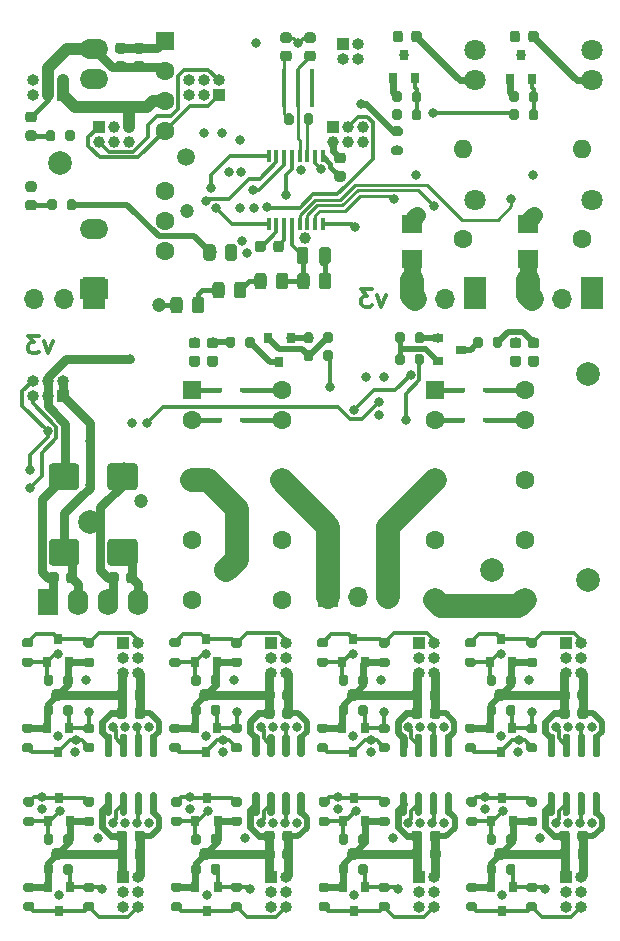
<source format=gbr>
%TF.GenerationSoftware,KiCad,Pcbnew,(5.1.10)-1*%
%TF.CreationDate,2022-01-19T08:45:22+07:00*%
%TF.ProjectId,PCB_4x_pnlz1_3,5043425f-3478-45f7-906e-6c7a315f332e,rev?*%
%TF.SameCoordinates,Original*%
%TF.FileFunction,Copper,L4,Bot*%
%TF.FilePolarity,Positive*%
%FSLAX46Y46*%
G04 Gerber Fmt 4.6, Leading zero omitted, Abs format (unit mm)*
G04 Created by KiCad (PCBNEW (5.1.10)-1) date 2022-01-19 08:45:22*
%MOMM*%
%LPD*%
G01*
G04 APERTURE LIST*
%TA.AperFunction,NonConductor*%
%ADD10C,0.300000*%
%TD*%
%TA.AperFunction,SMDPad,CuDef*%
%ADD11R,0.800000X0.900000*%
%TD*%
%TA.AperFunction,ComponentPad*%
%ADD12R,1.000000X1.000000*%
%TD*%
%TA.AperFunction,ComponentPad*%
%ADD13O,1.000000X1.000000*%
%TD*%
%TA.AperFunction,ComponentPad*%
%ADD14C,1.000000*%
%TD*%
%TA.AperFunction,ComponentPad*%
%ADD15C,1.600000*%
%TD*%
%TA.AperFunction,ComponentPad*%
%ADD16R,1.600000X1.600000*%
%TD*%
%TA.AperFunction,ComponentPad*%
%ADD17R,2.400000X1.700000*%
%TD*%
%TA.AperFunction,ComponentPad*%
%ADD18O,2.400000X1.700000*%
%TD*%
%TA.AperFunction,ComponentPad*%
%ADD19O,1.700000X1.700000*%
%TD*%
%TA.AperFunction,ComponentPad*%
%ADD20R,1.900000X2.700000*%
%TD*%
%TA.AperFunction,ComponentPad*%
%ADD21C,1.500000*%
%TD*%
%TA.AperFunction,ComponentPad*%
%ADD22O,1.600000X1.600000*%
%TD*%
%TA.AperFunction,ComponentPad*%
%ADD23C,2.000000*%
%TD*%
%TA.AperFunction,SMDPad,CuDef*%
%ADD24R,0.400000X3.200000*%
%TD*%
%TA.AperFunction,SMDPad,CuDef*%
%ADD25R,0.400000X1.000000*%
%TD*%
%TA.AperFunction,ComponentPad*%
%ADD26C,1.800000*%
%TD*%
%TA.AperFunction,ComponentPad*%
%ADD27R,1.800000X1.800000*%
%TD*%
%TA.AperFunction,SMDPad,CuDef*%
%ADD28R,1.800000X1.500000*%
%TD*%
%TA.AperFunction,SMDPad,CuDef*%
%ADD29R,0.900000X0.800000*%
%TD*%
%TA.AperFunction,ComponentPad*%
%ADD30R,1.700000X1.700000*%
%TD*%
%TA.AperFunction,ComponentPad*%
%ADD31O,1.750000X2.250000*%
%TD*%
%TA.AperFunction,ComponentPad*%
%ADD32R,1.750000X2.250000*%
%TD*%
%TA.AperFunction,SMDPad,CuDef*%
%ADD33R,0.600000X0.450000*%
%TD*%
%TA.AperFunction,ViaPad*%
%ADD34C,0.800000*%
%TD*%
%TA.AperFunction,ViaPad*%
%ADD35C,1.200000*%
%TD*%
%TA.AperFunction,ViaPad*%
%ADD36C,1.000000*%
%TD*%
%TA.AperFunction,ViaPad*%
%ADD37C,1.100000*%
%TD*%
%TA.AperFunction,Conductor*%
%ADD38C,1.000000*%
%TD*%
%TA.AperFunction,Conductor*%
%ADD39C,0.800000*%
%TD*%
%TA.AperFunction,Conductor*%
%ADD40C,0.400000*%
%TD*%
%TA.AperFunction,Conductor*%
%ADD41C,0.300000*%
%TD*%
%TA.AperFunction,Conductor*%
%ADD42C,1.400000*%
%TD*%
%TA.AperFunction,Conductor*%
%ADD43C,0.250000*%
%TD*%
%TA.AperFunction,Conductor*%
%ADD44C,0.600000*%
%TD*%
%TA.AperFunction,Conductor*%
%ADD45C,2.000000*%
%TD*%
%TA.AperFunction,Conductor*%
%ADD46C,0.500000*%
%TD*%
G04 APERTURE END LIST*
D10*
X79251428Y-75300571D02*
X78894285Y-76300571D01*
X78537142Y-75300571D01*
X78108571Y-74800571D02*
X77180000Y-74800571D01*
X77680000Y-75372000D01*
X77465714Y-75372000D01*
X77322857Y-75443428D01*
X77251428Y-75514857D01*
X77180000Y-75657714D01*
X77180000Y-76014857D01*
X77251428Y-76157714D01*
X77322857Y-76229142D01*
X77465714Y-76300571D01*
X77894285Y-76300571D01*
X78037142Y-76229142D01*
X78108571Y-76157714D01*
X51057428Y-79210571D02*
X50700285Y-80210571D01*
X50343142Y-79210571D01*
X49914571Y-78710571D02*
X48986000Y-78710571D01*
X49486000Y-79282000D01*
X49271714Y-79282000D01*
X49128857Y-79353428D01*
X49057428Y-79424857D01*
X48986000Y-79567714D01*
X48986000Y-79924857D01*
X49057428Y-80067714D01*
X49128857Y-80139142D01*
X49271714Y-80210571D01*
X49700285Y-80210571D01*
X49843142Y-80139142D01*
X49914571Y-80067714D01*
%TO.P,C1,1*%
%TO.N,GND*%
%TA.AperFunction,SMDPad,CuDef*%
G36*
G01*
X96391000Y-108919000D02*
X96391000Y-109419000D01*
G75*
G02*
X96166000Y-109644000I-225000J0D01*
G01*
X95716000Y-109644000D01*
G75*
G02*
X95491000Y-109419000I0J225000D01*
G01*
X95491000Y-108919000D01*
G75*
G02*
X95716000Y-108694000I225000J0D01*
G01*
X96166000Y-108694000D01*
G75*
G02*
X96391000Y-108919000I0J-225000D01*
G01*
G37*
%TD.AperFunction*%
%TO.P,C1,2*%
%TO.N,VCC*%
%TA.AperFunction,SMDPad,CuDef*%
G36*
G01*
X94841000Y-108919000D02*
X94841000Y-109419000D01*
G75*
G02*
X94616000Y-109644000I-225000J0D01*
G01*
X94166000Y-109644000D01*
G75*
G02*
X93941000Y-109419000I0J225000D01*
G01*
X93941000Y-108919000D01*
G75*
G02*
X94166000Y-108694000I225000J0D01*
G01*
X94616000Y-108694000D01*
G75*
G02*
X94841000Y-108919000I0J-225000D01*
G01*
G37*
%TD.AperFunction*%
%TD*%
%TO.P,C1,1*%
%TO.N,GND*%
%TA.AperFunction,SMDPad,CuDef*%
G36*
G01*
X83891000Y-108919000D02*
X83891000Y-109419000D01*
G75*
G02*
X83666000Y-109644000I-225000J0D01*
G01*
X83216000Y-109644000D01*
G75*
G02*
X82991000Y-109419000I0J225000D01*
G01*
X82991000Y-108919000D01*
G75*
G02*
X83216000Y-108694000I225000J0D01*
G01*
X83666000Y-108694000D01*
G75*
G02*
X83891000Y-108919000I0J-225000D01*
G01*
G37*
%TD.AperFunction*%
%TO.P,C1,2*%
%TO.N,VCC*%
%TA.AperFunction,SMDPad,CuDef*%
G36*
G01*
X82341000Y-108919000D02*
X82341000Y-109419000D01*
G75*
G02*
X82116000Y-109644000I-225000J0D01*
G01*
X81666000Y-109644000D01*
G75*
G02*
X81441000Y-109419000I0J225000D01*
G01*
X81441000Y-108919000D01*
G75*
G02*
X81666000Y-108694000I225000J0D01*
G01*
X82116000Y-108694000D01*
G75*
G02*
X82341000Y-108919000I0J-225000D01*
G01*
G37*
%TD.AperFunction*%
%TD*%
%TO.P,C1,1*%
%TO.N,GND*%
%TA.AperFunction,SMDPad,CuDef*%
G36*
G01*
X71391000Y-108919000D02*
X71391000Y-109419000D01*
G75*
G02*
X71166000Y-109644000I-225000J0D01*
G01*
X70716000Y-109644000D01*
G75*
G02*
X70491000Y-109419000I0J225000D01*
G01*
X70491000Y-108919000D01*
G75*
G02*
X70716000Y-108694000I225000J0D01*
G01*
X71166000Y-108694000D01*
G75*
G02*
X71391000Y-108919000I0J-225000D01*
G01*
G37*
%TD.AperFunction*%
%TO.P,C1,2*%
%TO.N,VCC*%
%TA.AperFunction,SMDPad,CuDef*%
G36*
G01*
X69841000Y-108919000D02*
X69841000Y-109419000D01*
G75*
G02*
X69616000Y-109644000I-225000J0D01*
G01*
X69166000Y-109644000D01*
G75*
G02*
X68941000Y-109419000I0J225000D01*
G01*
X68941000Y-108919000D01*
G75*
G02*
X69166000Y-108694000I225000J0D01*
G01*
X69616000Y-108694000D01*
G75*
G02*
X69841000Y-108919000I0J-225000D01*
G01*
G37*
%TD.AperFunction*%
%TD*%
%TO.P,C2,1*%
%TO.N,GND*%
%TA.AperFunction,SMDPad,CuDef*%
G36*
G01*
X96391000Y-110443000D02*
X96391000Y-110943000D01*
G75*
G02*
X96166000Y-111168000I-225000J0D01*
G01*
X95716000Y-111168000D01*
G75*
G02*
X95491000Y-110943000I0J225000D01*
G01*
X95491000Y-110443000D01*
G75*
G02*
X95716000Y-110218000I225000J0D01*
G01*
X96166000Y-110218000D01*
G75*
G02*
X96391000Y-110443000I0J-225000D01*
G01*
G37*
%TD.AperFunction*%
%TO.P,C2,2*%
%TO.N,VCC*%
%TA.AperFunction,SMDPad,CuDef*%
G36*
G01*
X94841000Y-110443000D02*
X94841000Y-110943000D01*
G75*
G02*
X94616000Y-111168000I-225000J0D01*
G01*
X94166000Y-111168000D01*
G75*
G02*
X93941000Y-110943000I0J225000D01*
G01*
X93941000Y-110443000D01*
G75*
G02*
X94166000Y-110218000I225000J0D01*
G01*
X94616000Y-110218000D01*
G75*
G02*
X94841000Y-110443000I0J-225000D01*
G01*
G37*
%TD.AperFunction*%
%TD*%
%TO.P,C2,1*%
%TO.N,GND*%
%TA.AperFunction,SMDPad,CuDef*%
G36*
G01*
X83891000Y-110443000D02*
X83891000Y-110943000D01*
G75*
G02*
X83666000Y-111168000I-225000J0D01*
G01*
X83216000Y-111168000D01*
G75*
G02*
X82991000Y-110943000I0J225000D01*
G01*
X82991000Y-110443000D01*
G75*
G02*
X83216000Y-110218000I225000J0D01*
G01*
X83666000Y-110218000D01*
G75*
G02*
X83891000Y-110443000I0J-225000D01*
G01*
G37*
%TD.AperFunction*%
%TO.P,C2,2*%
%TO.N,VCC*%
%TA.AperFunction,SMDPad,CuDef*%
G36*
G01*
X82341000Y-110443000D02*
X82341000Y-110943000D01*
G75*
G02*
X82116000Y-111168000I-225000J0D01*
G01*
X81666000Y-111168000D01*
G75*
G02*
X81441000Y-110943000I0J225000D01*
G01*
X81441000Y-110443000D01*
G75*
G02*
X81666000Y-110218000I225000J0D01*
G01*
X82116000Y-110218000D01*
G75*
G02*
X82341000Y-110443000I0J-225000D01*
G01*
G37*
%TD.AperFunction*%
%TD*%
%TO.P,C2,1*%
%TO.N,GND*%
%TA.AperFunction,SMDPad,CuDef*%
G36*
G01*
X71391000Y-110443000D02*
X71391000Y-110943000D01*
G75*
G02*
X71166000Y-111168000I-225000J0D01*
G01*
X70716000Y-111168000D01*
G75*
G02*
X70491000Y-110943000I0J225000D01*
G01*
X70491000Y-110443000D01*
G75*
G02*
X70716000Y-110218000I225000J0D01*
G01*
X71166000Y-110218000D01*
G75*
G02*
X71391000Y-110443000I0J-225000D01*
G01*
G37*
%TD.AperFunction*%
%TO.P,C2,2*%
%TO.N,VCC*%
%TA.AperFunction,SMDPad,CuDef*%
G36*
G01*
X69841000Y-110443000D02*
X69841000Y-110943000D01*
G75*
G02*
X69616000Y-111168000I-225000J0D01*
G01*
X69166000Y-111168000D01*
G75*
G02*
X68941000Y-110943000I0J225000D01*
G01*
X68941000Y-110443000D01*
G75*
G02*
X69166000Y-110218000I225000J0D01*
G01*
X69616000Y-110218000D01*
G75*
G02*
X69841000Y-110443000I0J-225000D01*
G01*
G37*
%TD.AperFunction*%
%TD*%
%TO.P,C4,1*%
%TO.N,GND2*%
%TA.AperFunction,SMDPad,CuDef*%
G36*
G01*
X96391000Y-120857000D02*
X96391000Y-121357000D01*
G75*
G02*
X96166000Y-121582000I-225000J0D01*
G01*
X95716000Y-121582000D01*
G75*
G02*
X95491000Y-121357000I0J225000D01*
G01*
X95491000Y-120857000D01*
G75*
G02*
X95716000Y-120632000I225000J0D01*
G01*
X96166000Y-120632000D01*
G75*
G02*
X96391000Y-120857000I0J-225000D01*
G01*
G37*
%TD.AperFunction*%
%TO.P,C4,2*%
%TO.N,VCCQ*%
%TA.AperFunction,SMDPad,CuDef*%
G36*
G01*
X94841000Y-120857000D02*
X94841000Y-121357000D01*
G75*
G02*
X94616000Y-121582000I-225000J0D01*
G01*
X94166000Y-121582000D01*
G75*
G02*
X93941000Y-121357000I0J225000D01*
G01*
X93941000Y-120857000D01*
G75*
G02*
X94166000Y-120632000I225000J0D01*
G01*
X94616000Y-120632000D01*
G75*
G02*
X94841000Y-120857000I0J-225000D01*
G01*
G37*
%TD.AperFunction*%
%TD*%
%TO.P,C4,1*%
%TO.N,GND2*%
%TA.AperFunction,SMDPad,CuDef*%
G36*
G01*
X83891000Y-120857000D02*
X83891000Y-121357000D01*
G75*
G02*
X83666000Y-121582000I-225000J0D01*
G01*
X83216000Y-121582000D01*
G75*
G02*
X82991000Y-121357000I0J225000D01*
G01*
X82991000Y-120857000D01*
G75*
G02*
X83216000Y-120632000I225000J0D01*
G01*
X83666000Y-120632000D01*
G75*
G02*
X83891000Y-120857000I0J-225000D01*
G01*
G37*
%TD.AperFunction*%
%TO.P,C4,2*%
%TO.N,VCCQ*%
%TA.AperFunction,SMDPad,CuDef*%
G36*
G01*
X82341000Y-120857000D02*
X82341000Y-121357000D01*
G75*
G02*
X82116000Y-121582000I-225000J0D01*
G01*
X81666000Y-121582000D01*
G75*
G02*
X81441000Y-121357000I0J225000D01*
G01*
X81441000Y-120857000D01*
G75*
G02*
X81666000Y-120632000I225000J0D01*
G01*
X82116000Y-120632000D01*
G75*
G02*
X82341000Y-120857000I0J-225000D01*
G01*
G37*
%TD.AperFunction*%
%TD*%
%TO.P,C4,1*%
%TO.N,GND2*%
%TA.AperFunction,SMDPad,CuDef*%
G36*
G01*
X71391000Y-120857000D02*
X71391000Y-121357000D01*
G75*
G02*
X71166000Y-121582000I-225000J0D01*
G01*
X70716000Y-121582000D01*
G75*
G02*
X70491000Y-121357000I0J225000D01*
G01*
X70491000Y-120857000D01*
G75*
G02*
X70716000Y-120632000I225000J0D01*
G01*
X71166000Y-120632000D01*
G75*
G02*
X71391000Y-120857000I0J-225000D01*
G01*
G37*
%TD.AperFunction*%
%TO.P,C4,2*%
%TO.N,VCCQ*%
%TA.AperFunction,SMDPad,CuDef*%
G36*
G01*
X69841000Y-120857000D02*
X69841000Y-121357000D01*
G75*
G02*
X69616000Y-121582000I-225000J0D01*
G01*
X69166000Y-121582000D01*
G75*
G02*
X68941000Y-121357000I0J225000D01*
G01*
X68941000Y-120857000D01*
G75*
G02*
X69166000Y-120632000I225000J0D01*
G01*
X69616000Y-120632000D01*
G75*
G02*
X69841000Y-120857000I0J-225000D01*
G01*
G37*
%TD.AperFunction*%
%TD*%
%TO.P,C6,1*%
%TO.N,GND2*%
%TA.AperFunction,SMDPad,CuDef*%
G36*
G01*
X96404000Y-122381000D02*
X96404000Y-122881000D01*
G75*
G02*
X96179000Y-123106000I-225000J0D01*
G01*
X95729000Y-123106000D01*
G75*
G02*
X95504000Y-122881000I0J225000D01*
G01*
X95504000Y-122381000D01*
G75*
G02*
X95729000Y-122156000I225000J0D01*
G01*
X96179000Y-122156000D01*
G75*
G02*
X96404000Y-122381000I0J-225000D01*
G01*
G37*
%TD.AperFunction*%
%TO.P,C6,2*%
%TO.N,VCCQ*%
%TA.AperFunction,SMDPad,CuDef*%
G36*
G01*
X94854000Y-122381000D02*
X94854000Y-122881000D01*
G75*
G02*
X94629000Y-123106000I-225000J0D01*
G01*
X94179000Y-123106000D01*
G75*
G02*
X93954000Y-122881000I0J225000D01*
G01*
X93954000Y-122381000D01*
G75*
G02*
X94179000Y-122156000I225000J0D01*
G01*
X94629000Y-122156000D01*
G75*
G02*
X94854000Y-122381000I0J-225000D01*
G01*
G37*
%TD.AperFunction*%
%TD*%
%TO.P,C6,1*%
%TO.N,GND2*%
%TA.AperFunction,SMDPad,CuDef*%
G36*
G01*
X83904000Y-122381000D02*
X83904000Y-122881000D01*
G75*
G02*
X83679000Y-123106000I-225000J0D01*
G01*
X83229000Y-123106000D01*
G75*
G02*
X83004000Y-122881000I0J225000D01*
G01*
X83004000Y-122381000D01*
G75*
G02*
X83229000Y-122156000I225000J0D01*
G01*
X83679000Y-122156000D01*
G75*
G02*
X83904000Y-122381000I0J-225000D01*
G01*
G37*
%TD.AperFunction*%
%TO.P,C6,2*%
%TO.N,VCCQ*%
%TA.AperFunction,SMDPad,CuDef*%
G36*
G01*
X82354000Y-122381000D02*
X82354000Y-122881000D01*
G75*
G02*
X82129000Y-123106000I-225000J0D01*
G01*
X81679000Y-123106000D01*
G75*
G02*
X81454000Y-122881000I0J225000D01*
G01*
X81454000Y-122381000D01*
G75*
G02*
X81679000Y-122156000I225000J0D01*
G01*
X82129000Y-122156000D01*
G75*
G02*
X82354000Y-122381000I0J-225000D01*
G01*
G37*
%TD.AperFunction*%
%TD*%
%TO.P,C6,1*%
%TO.N,GND2*%
%TA.AperFunction,SMDPad,CuDef*%
G36*
G01*
X71404000Y-122381000D02*
X71404000Y-122881000D01*
G75*
G02*
X71179000Y-123106000I-225000J0D01*
G01*
X70729000Y-123106000D01*
G75*
G02*
X70504000Y-122881000I0J225000D01*
G01*
X70504000Y-122381000D01*
G75*
G02*
X70729000Y-122156000I225000J0D01*
G01*
X71179000Y-122156000D01*
G75*
G02*
X71404000Y-122381000I0J-225000D01*
G01*
G37*
%TD.AperFunction*%
%TO.P,C6,2*%
%TO.N,VCCQ*%
%TA.AperFunction,SMDPad,CuDef*%
G36*
G01*
X69854000Y-122381000D02*
X69854000Y-122881000D01*
G75*
G02*
X69629000Y-123106000I-225000J0D01*
G01*
X69179000Y-123106000D01*
G75*
G02*
X68954000Y-122881000I0J225000D01*
G01*
X68954000Y-122381000D01*
G75*
G02*
X69179000Y-122156000I225000J0D01*
G01*
X69629000Y-122156000D01*
G75*
G02*
X69854000Y-122381000I0J-225000D01*
G01*
G37*
%TD.AperFunction*%
%TD*%
D11*
%TO.P,Q1,1*%
%TO.N,VCC*%
X88072000Y-111963000D03*
%TO.P,Q1,2*%
%TO.N,Net-(Q1-Pad2)*%
X89972000Y-111963000D03*
%TO.P,Q1,3*%
%TO.N,/SDA*%
X89022000Y-113963000D03*
%TD*%
%TO.P,Q1,1*%
%TO.N,VCC*%
X75572000Y-111963000D03*
%TO.P,Q1,2*%
%TO.N,Net-(Q1-Pad2)*%
X77472000Y-111963000D03*
%TO.P,Q1,3*%
%TO.N,/SDA*%
X76522000Y-113963000D03*
%TD*%
%TO.P,Q1,1*%
%TO.N,VCC*%
X63072000Y-111963000D03*
%TO.P,Q1,2*%
%TO.N,Net-(Q1-Pad2)*%
X64972000Y-111963000D03*
%TO.P,Q1,3*%
%TO.N,/SDA*%
X64022000Y-113963000D03*
%TD*%
%TO.P,Q4,1*%
%TO.N,VCC*%
X89972000Y-106375000D03*
%TO.P,Q4,2*%
%TO.N,Net-(Q4-Pad2)*%
X88072000Y-106375000D03*
%TO.P,Q4,3*%
%TO.N,/outb*%
X89022000Y-104375000D03*
%TD*%
%TO.P,Q4,1*%
%TO.N,VCC*%
X77472000Y-106375000D03*
%TO.P,Q4,2*%
%TO.N,Net-(Q4-Pad2)*%
X75572000Y-106375000D03*
%TO.P,Q4,3*%
%TO.N,/outb*%
X76522000Y-104375000D03*
%TD*%
%TO.P,Q4,1*%
%TO.N,VCC*%
X64972000Y-106375000D03*
%TO.P,Q4,2*%
%TO.N,Net-(Q4-Pad2)*%
X63072000Y-106375000D03*
%TO.P,Q4,3*%
%TO.N,/outb*%
X64022000Y-104375000D03*
%TD*%
%TO.P,Q6,1*%
%TO.N,VCCQ*%
X90033000Y-119837000D03*
%TO.P,Q6,2*%
%TO.N,Net-(Q6-Pad2)*%
X88133000Y-119837000D03*
%TO.P,Q6,3*%
%TO.N,/SCLq*%
X89083000Y-117837000D03*
%TD*%
%TO.P,Q6,1*%
%TO.N,VCCQ*%
X77533000Y-119837000D03*
%TO.P,Q6,2*%
%TO.N,Net-(Q6-Pad2)*%
X75633000Y-119837000D03*
%TO.P,Q6,3*%
%TO.N,/SCLq*%
X76583000Y-117837000D03*
%TD*%
%TO.P,Q6,1*%
%TO.N,VCCQ*%
X65033000Y-119837000D03*
%TO.P,Q6,2*%
%TO.N,Net-(Q6-Pad2)*%
X63133000Y-119837000D03*
%TO.P,Q6,3*%
%TO.N,/SCLq*%
X64083000Y-117837000D03*
%TD*%
%TO.P,Q8,1*%
%TO.N,VCCQ*%
X88133000Y-125425000D03*
%TO.P,Q8,2*%
%TO.N,Net-(Q8-Pad2)*%
X90033000Y-125425000D03*
%TO.P,Q8,3*%
%TO.N,/inb*%
X89083000Y-127425000D03*
%TD*%
%TO.P,Q8,1*%
%TO.N,VCCQ*%
X75633000Y-125425000D03*
%TO.P,Q8,2*%
%TO.N,Net-(Q8-Pad2)*%
X77533000Y-125425000D03*
%TO.P,Q8,3*%
%TO.N,/inb*%
X76583000Y-127425000D03*
%TD*%
%TO.P,Q8,1*%
%TO.N,VCCQ*%
X63133000Y-125425000D03*
%TO.P,Q8,2*%
%TO.N,Net-(Q8-Pad2)*%
X65033000Y-125425000D03*
%TO.P,Q8,3*%
%TO.N,/inb*%
X64083000Y-127425000D03*
%TD*%
%TO.P,R1,1*%
%TO.N,/SDA*%
%TA.AperFunction,SMDPad,CuDef*%
G36*
G01*
X86691000Y-114013000D02*
X86141000Y-114013000D01*
G75*
G02*
X85941000Y-113813000I0J200000D01*
G01*
X85941000Y-113413000D01*
G75*
G02*
X86141000Y-113213000I200000J0D01*
G01*
X86691000Y-113213000D01*
G75*
G02*
X86891000Y-113413000I0J-200000D01*
G01*
X86891000Y-113813000D01*
G75*
G02*
X86691000Y-114013000I-200000J0D01*
G01*
G37*
%TD.AperFunction*%
%TO.P,R1,2*%
%TO.N,VCC*%
%TA.AperFunction,SMDPad,CuDef*%
G36*
G01*
X86691000Y-112363000D02*
X86141000Y-112363000D01*
G75*
G02*
X85941000Y-112163000I0J200000D01*
G01*
X85941000Y-111763000D01*
G75*
G02*
X86141000Y-111563000I200000J0D01*
G01*
X86691000Y-111563000D01*
G75*
G02*
X86891000Y-111763000I0J-200000D01*
G01*
X86891000Y-112163000D01*
G75*
G02*
X86691000Y-112363000I-200000J0D01*
G01*
G37*
%TD.AperFunction*%
%TD*%
%TO.P,R1,1*%
%TO.N,/SDA*%
%TA.AperFunction,SMDPad,CuDef*%
G36*
G01*
X74191000Y-114013000D02*
X73641000Y-114013000D01*
G75*
G02*
X73441000Y-113813000I0J200000D01*
G01*
X73441000Y-113413000D01*
G75*
G02*
X73641000Y-113213000I200000J0D01*
G01*
X74191000Y-113213000D01*
G75*
G02*
X74391000Y-113413000I0J-200000D01*
G01*
X74391000Y-113813000D01*
G75*
G02*
X74191000Y-114013000I-200000J0D01*
G01*
G37*
%TD.AperFunction*%
%TO.P,R1,2*%
%TO.N,VCC*%
%TA.AperFunction,SMDPad,CuDef*%
G36*
G01*
X74191000Y-112363000D02*
X73641000Y-112363000D01*
G75*
G02*
X73441000Y-112163000I0J200000D01*
G01*
X73441000Y-111763000D01*
G75*
G02*
X73641000Y-111563000I200000J0D01*
G01*
X74191000Y-111563000D01*
G75*
G02*
X74391000Y-111763000I0J-200000D01*
G01*
X74391000Y-112163000D01*
G75*
G02*
X74191000Y-112363000I-200000J0D01*
G01*
G37*
%TD.AperFunction*%
%TD*%
%TO.P,R1,1*%
%TO.N,/SDA*%
%TA.AperFunction,SMDPad,CuDef*%
G36*
G01*
X61691000Y-114013000D02*
X61141000Y-114013000D01*
G75*
G02*
X60941000Y-113813000I0J200000D01*
G01*
X60941000Y-113413000D01*
G75*
G02*
X61141000Y-113213000I200000J0D01*
G01*
X61691000Y-113213000D01*
G75*
G02*
X61891000Y-113413000I0J-200000D01*
G01*
X61891000Y-113813000D01*
G75*
G02*
X61691000Y-114013000I-200000J0D01*
G01*
G37*
%TD.AperFunction*%
%TO.P,R1,2*%
%TO.N,VCC*%
%TA.AperFunction,SMDPad,CuDef*%
G36*
G01*
X61691000Y-112363000D02*
X61141000Y-112363000D01*
G75*
G02*
X60941000Y-112163000I0J200000D01*
G01*
X60941000Y-111763000D01*
G75*
G02*
X61141000Y-111563000I200000J0D01*
G01*
X61691000Y-111563000D01*
G75*
G02*
X61891000Y-111763000I0J-200000D01*
G01*
X61891000Y-112163000D01*
G75*
G02*
X61691000Y-112363000I-200000J0D01*
G01*
G37*
%TD.AperFunction*%
%TD*%
%TO.P,R4,1*%
%TO.N,/outb*%
%TA.AperFunction,SMDPad,CuDef*%
G36*
G01*
X91348000Y-104325000D02*
X91898000Y-104325000D01*
G75*
G02*
X92098000Y-104525000I0J-200000D01*
G01*
X92098000Y-104925000D01*
G75*
G02*
X91898000Y-105125000I-200000J0D01*
G01*
X91348000Y-105125000D01*
G75*
G02*
X91148000Y-104925000I0J200000D01*
G01*
X91148000Y-104525000D01*
G75*
G02*
X91348000Y-104325000I200000J0D01*
G01*
G37*
%TD.AperFunction*%
%TO.P,R4,2*%
%TO.N,VCC*%
%TA.AperFunction,SMDPad,CuDef*%
G36*
G01*
X91348000Y-105975000D02*
X91898000Y-105975000D01*
G75*
G02*
X92098000Y-106175000I0J-200000D01*
G01*
X92098000Y-106575000D01*
G75*
G02*
X91898000Y-106775000I-200000J0D01*
G01*
X91348000Y-106775000D01*
G75*
G02*
X91148000Y-106575000I0J200000D01*
G01*
X91148000Y-106175000D01*
G75*
G02*
X91348000Y-105975000I200000J0D01*
G01*
G37*
%TD.AperFunction*%
%TD*%
%TO.P,R4,1*%
%TO.N,/outb*%
%TA.AperFunction,SMDPad,CuDef*%
G36*
G01*
X78848000Y-104325000D02*
X79398000Y-104325000D01*
G75*
G02*
X79598000Y-104525000I0J-200000D01*
G01*
X79598000Y-104925000D01*
G75*
G02*
X79398000Y-105125000I-200000J0D01*
G01*
X78848000Y-105125000D01*
G75*
G02*
X78648000Y-104925000I0J200000D01*
G01*
X78648000Y-104525000D01*
G75*
G02*
X78848000Y-104325000I200000J0D01*
G01*
G37*
%TD.AperFunction*%
%TO.P,R4,2*%
%TO.N,VCC*%
%TA.AperFunction,SMDPad,CuDef*%
G36*
G01*
X78848000Y-105975000D02*
X79398000Y-105975000D01*
G75*
G02*
X79598000Y-106175000I0J-200000D01*
G01*
X79598000Y-106575000D01*
G75*
G02*
X79398000Y-106775000I-200000J0D01*
G01*
X78848000Y-106775000D01*
G75*
G02*
X78648000Y-106575000I0J200000D01*
G01*
X78648000Y-106175000D01*
G75*
G02*
X78848000Y-105975000I200000J0D01*
G01*
G37*
%TD.AperFunction*%
%TD*%
%TO.P,R4,1*%
%TO.N,/outb*%
%TA.AperFunction,SMDPad,CuDef*%
G36*
G01*
X66348000Y-104325000D02*
X66898000Y-104325000D01*
G75*
G02*
X67098000Y-104525000I0J-200000D01*
G01*
X67098000Y-104925000D01*
G75*
G02*
X66898000Y-105125000I-200000J0D01*
G01*
X66348000Y-105125000D01*
G75*
G02*
X66148000Y-104925000I0J200000D01*
G01*
X66148000Y-104525000D01*
G75*
G02*
X66348000Y-104325000I200000J0D01*
G01*
G37*
%TD.AperFunction*%
%TO.P,R4,2*%
%TO.N,VCC*%
%TA.AperFunction,SMDPad,CuDef*%
G36*
G01*
X66348000Y-105975000D02*
X66898000Y-105975000D01*
G75*
G02*
X67098000Y-106175000I0J-200000D01*
G01*
X67098000Y-106575000D01*
G75*
G02*
X66898000Y-106775000I-200000J0D01*
G01*
X66348000Y-106775000D01*
G75*
G02*
X66148000Y-106575000I0J200000D01*
G01*
X66148000Y-106175000D01*
G75*
G02*
X66348000Y-105975000I200000J0D01*
G01*
G37*
%TD.AperFunction*%
%TD*%
%TO.P,R5,1*%
%TO.N,Net-(Q1-Pad2)*%
%TA.AperFunction,SMDPad,CuDef*%
G36*
G01*
X91348000Y-111563000D02*
X91898000Y-111563000D01*
G75*
G02*
X92098000Y-111763000I0J-200000D01*
G01*
X92098000Y-112163000D01*
G75*
G02*
X91898000Y-112363000I-200000J0D01*
G01*
X91348000Y-112363000D01*
G75*
G02*
X91148000Y-112163000I0J200000D01*
G01*
X91148000Y-111763000D01*
G75*
G02*
X91348000Y-111563000I200000J0D01*
G01*
G37*
%TD.AperFunction*%
%TO.P,R5,2*%
%TO.N,/SDA*%
%TA.AperFunction,SMDPad,CuDef*%
G36*
G01*
X91348000Y-113213000D02*
X91898000Y-113213000D01*
G75*
G02*
X92098000Y-113413000I0J-200000D01*
G01*
X92098000Y-113813000D01*
G75*
G02*
X91898000Y-114013000I-200000J0D01*
G01*
X91348000Y-114013000D01*
G75*
G02*
X91148000Y-113813000I0J200000D01*
G01*
X91148000Y-113413000D01*
G75*
G02*
X91348000Y-113213000I200000J0D01*
G01*
G37*
%TD.AperFunction*%
%TD*%
%TO.P,R5,1*%
%TO.N,Net-(Q1-Pad2)*%
%TA.AperFunction,SMDPad,CuDef*%
G36*
G01*
X78848000Y-111563000D02*
X79398000Y-111563000D01*
G75*
G02*
X79598000Y-111763000I0J-200000D01*
G01*
X79598000Y-112163000D01*
G75*
G02*
X79398000Y-112363000I-200000J0D01*
G01*
X78848000Y-112363000D01*
G75*
G02*
X78648000Y-112163000I0J200000D01*
G01*
X78648000Y-111763000D01*
G75*
G02*
X78848000Y-111563000I200000J0D01*
G01*
G37*
%TD.AperFunction*%
%TO.P,R5,2*%
%TO.N,/SDA*%
%TA.AperFunction,SMDPad,CuDef*%
G36*
G01*
X78848000Y-113213000D02*
X79398000Y-113213000D01*
G75*
G02*
X79598000Y-113413000I0J-200000D01*
G01*
X79598000Y-113813000D01*
G75*
G02*
X79398000Y-114013000I-200000J0D01*
G01*
X78848000Y-114013000D01*
G75*
G02*
X78648000Y-113813000I0J200000D01*
G01*
X78648000Y-113413000D01*
G75*
G02*
X78848000Y-113213000I200000J0D01*
G01*
G37*
%TD.AperFunction*%
%TD*%
%TO.P,R5,1*%
%TO.N,Net-(Q1-Pad2)*%
%TA.AperFunction,SMDPad,CuDef*%
G36*
G01*
X66348000Y-111563000D02*
X66898000Y-111563000D01*
G75*
G02*
X67098000Y-111763000I0J-200000D01*
G01*
X67098000Y-112163000D01*
G75*
G02*
X66898000Y-112363000I-200000J0D01*
G01*
X66348000Y-112363000D01*
G75*
G02*
X66148000Y-112163000I0J200000D01*
G01*
X66148000Y-111763000D01*
G75*
G02*
X66348000Y-111563000I200000J0D01*
G01*
G37*
%TD.AperFunction*%
%TO.P,R5,2*%
%TO.N,/SDA*%
%TA.AperFunction,SMDPad,CuDef*%
G36*
G01*
X66348000Y-113213000D02*
X66898000Y-113213000D01*
G75*
G02*
X67098000Y-113413000I0J-200000D01*
G01*
X67098000Y-113813000D01*
G75*
G02*
X66898000Y-114013000I-200000J0D01*
G01*
X66348000Y-114013000D01*
G75*
G02*
X66148000Y-113813000I0J200000D01*
G01*
X66148000Y-113413000D01*
G75*
G02*
X66348000Y-113213000I200000J0D01*
G01*
G37*
%TD.AperFunction*%
%TD*%
%TO.P,R8,1*%
%TO.N,Net-(Q4-Pad2)*%
%TA.AperFunction,SMDPad,CuDef*%
G36*
G01*
X86691000Y-106774000D02*
X86141000Y-106774000D01*
G75*
G02*
X85941000Y-106574000I0J200000D01*
G01*
X85941000Y-106174000D01*
G75*
G02*
X86141000Y-105974000I200000J0D01*
G01*
X86691000Y-105974000D01*
G75*
G02*
X86891000Y-106174000I0J-200000D01*
G01*
X86891000Y-106574000D01*
G75*
G02*
X86691000Y-106774000I-200000J0D01*
G01*
G37*
%TD.AperFunction*%
%TO.P,R8,2*%
%TO.N,/outb*%
%TA.AperFunction,SMDPad,CuDef*%
G36*
G01*
X86691000Y-105124000D02*
X86141000Y-105124000D01*
G75*
G02*
X85941000Y-104924000I0J200000D01*
G01*
X85941000Y-104524000D01*
G75*
G02*
X86141000Y-104324000I200000J0D01*
G01*
X86691000Y-104324000D01*
G75*
G02*
X86891000Y-104524000I0J-200000D01*
G01*
X86891000Y-104924000D01*
G75*
G02*
X86691000Y-105124000I-200000J0D01*
G01*
G37*
%TD.AperFunction*%
%TD*%
%TO.P,R8,1*%
%TO.N,Net-(Q4-Pad2)*%
%TA.AperFunction,SMDPad,CuDef*%
G36*
G01*
X74191000Y-106774000D02*
X73641000Y-106774000D01*
G75*
G02*
X73441000Y-106574000I0J200000D01*
G01*
X73441000Y-106174000D01*
G75*
G02*
X73641000Y-105974000I200000J0D01*
G01*
X74191000Y-105974000D01*
G75*
G02*
X74391000Y-106174000I0J-200000D01*
G01*
X74391000Y-106574000D01*
G75*
G02*
X74191000Y-106774000I-200000J0D01*
G01*
G37*
%TD.AperFunction*%
%TO.P,R8,2*%
%TO.N,/outb*%
%TA.AperFunction,SMDPad,CuDef*%
G36*
G01*
X74191000Y-105124000D02*
X73641000Y-105124000D01*
G75*
G02*
X73441000Y-104924000I0J200000D01*
G01*
X73441000Y-104524000D01*
G75*
G02*
X73641000Y-104324000I200000J0D01*
G01*
X74191000Y-104324000D01*
G75*
G02*
X74391000Y-104524000I0J-200000D01*
G01*
X74391000Y-104924000D01*
G75*
G02*
X74191000Y-105124000I-200000J0D01*
G01*
G37*
%TD.AperFunction*%
%TD*%
%TO.P,R8,1*%
%TO.N,Net-(Q4-Pad2)*%
%TA.AperFunction,SMDPad,CuDef*%
G36*
G01*
X61691000Y-106774000D02*
X61141000Y-106774000D01*
G75*
G02*
X60941000Y-106574000I0J200000D01*
G01*
X60941000Y-106174000D01*
G75*
G02*
X61141000Y-105974000I200000J0D01*
G01*
X61691000Y-105974000D01*
G75*
G02*
X61891000Y-106174000I0J-200000D01*
G01*
X61891000Y-106574000D01*
G75*
G02*
X61691000Y-106774000I-200000J0D01*
G01*
G37*
%TD.AperFunction*%
%TO.P,R8,2*%
%TO.N,/outb*%
%TA.AperFunction,SMDPad,CuDef*%
G36*
G01*
X61691000Y-105124000D02*
X61141000Y-105124000D01*
G75*
G02*
X60941000Y-104924000I0J200000D01*
G01*
X60941000Y-104524000D01*
G75*
G02*
X61141000Y-104324000I200000J0D01*
G01*
X61691000Y-104324000D01*
G75*
G02*
X61891000Y-104524000I0J-200000D01*
G01*
X61891000Y-104924000D01*
G75*
G02*
X61691000Y-105124000I-200000J0D01*
G01*
G37*
%TD.AperFunction*%
%TD*%
%TO.P,R9,1*%
%TO.N,VCC*%
%TA.AperFunction,SMDPad,CuDef*%
G36*
G01*
X87794000Y-110714000D02*
X87794000Y-110164000D01*
G75*
G02*
X87994000Y-109964000I200000J0D01*
G01*
X88394000Y-109964000D01*
G75*
G02*
X88594000Y-110164000I0J-200000D01*
G01*
X88594000Y-110714000D01*
G75*
G02*
X88394000Y-110914000I-200000J0D01*
G01*
X87994000Y-110914000D01*
G75*
G02*
X87794000Y-110714000I0J200000D01*
G01*
G37*
%TD.AperFunction*%
%TO.P,R9,2*%
%TO.N,Net-(Q1-Pad2)*%
%TA.AperFunction,SMDPad,CuDef*%
G36*
G01*
X89444000Y-110714000D02*
X89444000Y-110164000D01*
G75*
G02*
X89644000Y-109964000I200000J0D01*
G01*
X90044000Y-109964000D01*
G75*
G02*
X90244000Y-110164000I0J-200000D01*
G01*
X90244000Y-110714000D01*
G75*
G02*
X90044000Y-110914000I-200000J0D01*
G01*
X89644000Y-110914000D01*
G75*
G02*
X89444000Y-110714000I0J200000D01*
G01*
G37*
%TD.AperFunction*%
%TD*%
%TO.P,R9,1*%
%TO.N,VCC*%
%TA.AperFunction,SMDPad,CuDef*%
G36*
G01*
X75294000Y-110714000D02*
X75294000Y-110164000D01*
G75*
G02*
X75494000Y-109964000I200000J0D01*
G01*
X75894000Y-109964000D01*
G75*
G02*
X76094000Y-110164000I0J-200000D01*
G01*
X76094000Y-110714000D01*
G75*
G02*
X75894000Y-110914000I-200000J0D01*
G01*
X75494000Y-110914000D01*
G75*
G02*
X75294000Y-110714000I0J200000D01*
G01*
G37*
%TD.AperFunction*%
%TO.P,R9,2*%
%TO.N,Net-(Q1-Pad2)*%
%TA.AperFunction,SMDPad,CuDef*%
G36*
G01*
X76944000Y-110714000D02*
X76944000Y-110164000D01*
G75*
G02*
X77144000Y-109964000I200000J0D01*
G01*
X77544000Y-109964000D01*
G75*
G02*
X77744000Y-110164000I0J-200000D01*
G01*
X77744000Y-110714000D01*
G75*
G02*
X77544000Y-110914000I-200000J0D01*
G01*
X77144000Y-110914000D01*
G75*
G02*
X76944000Y-110714000I0J200000D01*
G01*
G37*
%TD.AperFunction*%
%TD*%
%TO.P,R9,1*%
%TO.N,VCC*%
%TA.AperFunction,SMDPad,CuDef*%
G36*
G01*
X62794000Y-110714000D02*
X62794000Y-110164000D01*
G75*
G02*
X62994000Y-109964000I200000J0D01*
G01*
X63394000Y-109964000D01*
G75*
G02*
X63594000Y-110164000I0J-200000D01*
G01*
X63594000Y-110714000D01*
G75*
G02*
X63394000Y-110914000I-200000J0D01*
G01*
X62994000Y-110914000D01*
G75*
G02*
X62794000Y-110714000I0J200000D01*
G01*
G37*
%TD.AperFunction*%
%TO.P,R9,2*%
%TO.N,Net-(Q1-Pad2)*%
%TA.AperFunction,SMDPad,CuDef*%
G36*
G01*
X64444000Y-110714000D02*
X64444000Y-110164000D01*
G75*
G02*
X64644000Y-109964000I200000J0D01*
G01*
X65044000Y-109964000D01*
G75*
G02*
X65244000Y-110164000I0J-200000D01*
G01*
X65244000Y-110714000D01*
G75*
G02*
X65044000Y-110914000I-200000J0D01*
G01*
X64644000Y-110914000D01*
G75*
G02*
X64444000Y-110714000I0J200000D01*
G01*
G37*
%TD.AperFunction*%
%TD*%
%TO.P,R12,1*%
%TO.N,VCC*%
%TA.AperFunction,SMDPad,CuDef*%
G36*
G01*
X90245000Y-107624000D02*
X90245000Y-108174000D01*
G75*
G02*
X90045000Y-108374000I-200000J0D01*
G01*
X89645000Y-108374000D01*
G75*
G02*
X89445000Y-108174000I0J200000D01*
G01*
X89445000Y-107624000D01*
G75*
G02*
X89645000Y-107424000I200000J0D01*
G01*
X90045000Y-107424000D01*
G75*
G02*
X90245000Y-107624000I0J-200000D01*
G01*
G37*
%TD.AperFunction*%
%TO.P,R12,2*%
%TO.N,Net-(Q4-Pad2)*%
%TA.AperFunction,SMDPad,CuDef*%
G36*
G01*
X88595000Y-107624000D02*
X88595000Y-108174000D01*
G75*
G02*
X88395000Y-108374000I-200000J0D01*
G01*
X87995000Y-108374000D01*
G75*
G02*
X87795000Y-108174000I0J200000D01*
G01*
X87795000Y-107624000D01*
G75*
G02*
X87995000Y-107424000I200000J0D01*
G01*
X88395000Y-107424000D01*
G75*
G02*
X88595000Y-107624000I0J-200000D01*
G01*
G37*
%TD.AperFunction*%
%TD*%
%TO.P,R12,1*%
%TO.N,VCC*%
%TA.AperFunction,SMDPad,CuDef*%
G36*
G01*
X77745000Y-107624000D02*
X77745000Y-108174000D01*
G75*
G02*
X77545000Y-108374000I-200000J0D01*
G01*
X77145000Y-108374000D01*
G75*
G02*
X76945000Y-108174000I0J200000D01*
G01*
X76945000Y-107624000D01*
G75*
G02*
X77145000Y-107424000I200000J0D01*
G01*
X77545000Y-107424000D01*
G75*
G02*
X77745000Y-107624000I0J-200000D01*
G01*
G37*
%TD.AperFunction*%
%TO.P,R12,2*%
%TO.N,Net-(Q4-Pad2)*%
%TA.AperFunction,SMDPad,CuDef*%
G36*
G01*
X76095000Y-107624000D02*
X76095000Y-108174000D01*
G75*
G02*
X75895000Y-108374000I-200000J0D01*
G01*
X75495000Y-108374000D01*
G75*
G02*
X75295000Y-108174000I0J200000D01*
G01*
X75295000Y-107624000D01*
G75*
G02*
X75495000Y-107424000I200000J0D01*
G01*
X75895000Y-107424000D01*
G75*
G02*
X76095000Y-107624000I0J-200000D01*
G01*
G37*
%TD.AperFunction*%
%TD*%
%TO.P,R12,1*%
%TO.N,VCC*%
%TA.AperFunction,SMDPad,CuDef*%
G36*
G01*
X65245000Y-107624000D02*
X65245000Y-108174000D01*
G75*
G02*
X65045000Y-108374000I-200000J0D01*
G01*
X64645000Y-108374000D01*
G75*
G02*
X64445000Y-108174000I0J200000D01*
G01*
X64445000Y-107624000D01*
G75*
G02*
X64645000Y-107424000I200000J0D01*
G01*
X65045000Y-107424000D01*
G75*
G02*
X65245000Y-107624000I0J-200000D01*
G01*
G37*
%TD.AperFunction*%
%TO.P,R12,2*%
%TO.N,Net-(Q4-Pad2)*%
%TA.AperFunction,SMDPad,CuDef*%
G36*
G01*
X63595000Y-107624000D02*
X63595000Y-108174000D01*
G75*
G02*
X63395000Y-108374000I-200000J0D01*
G01*
X62995000Y-108374000D01*
G75*
G02*
X62795000Y-108174000I0J200000D01*
G01*
X62795000Y-107624000D01*
G75*
G02*
X62995000Y-107424000I200000J0D01*
G01*
X63395000Y-107424000D01*
G75*
G02*
X63595000Y-107624000I0J-200000D01*
G01*
G37*
%TD.AperFunction*%
%TD*%
%TO.P,R14,1*%
%TO.N,VCCQ*%
%TA.AperFunction,SMDPad,CuDef*%
G36*
G01*
X90244000Y-121086000D02*
X90244000Y-121636000D01*
G75*
G02*
X90044000Y-121836000I-200000J0D01*
G01*
X89644000Y-121836000D01*
G75*
G02*
X89444000Y-121636000I0J200000D01*
G01*
X89444000Y-121086000D01*
G75*
G02*
X89644000Y-120886000I200000J0D01*
G01*
X90044000Y-120886000D01*
G75*
G02*
X90244000Y-121086000I0J-200000D01*
G01*
G37*
%TD.AperFunction*%
%TO.P,R14,2*%
%TO.N,Net-(Q6-Pad2)*%
%TA.AperFunction,SMDPad,CuDef*%
G36*
G01*
X88594000Y-121086000D02*
X88594000Y-121636000D01*
G75*
G02*
X88394000Y-121836000I-200000J0D01*
G01*
X87994000Y-121836000D01*
G75*
G02*
X87794000Y-121636000I0J200000D01*
G01*
X87794000Y-121086000D01*
G75*
G02*
X87994000Y-120886000I200000J0D01*
G01*
X88394000Y-120886000D01*
G75*
G02*
X88594000Y-121086000I0J-200000D01*
G01*
G37*
%TD.AperFunction*%
%TD*%
%TO.P,R14,1*%
%TO.N,VCCQ*%
%TA.AperFunction,SMDPad,CuDef*%
G36*
G01*
X77744000Y-121086000D02*
X77744000Y-121636000D01*
G75*
G02*
X77544000Y-121836000I-200000J0D01*
G01*
X77144000Y-121836000D01*
G75*
G02*
X76944000Y-121636000I0J200000D01*
G01*
X76944000Y-121086000D01*
G75*
G02*
X77144000Y-120886000I200000J0D01*
G01*
X77544000Y-120886000D01*
G75*
G02*
X77744000Y-121086000I0J-200000D01*
G01*
G37*
%TD.AperFunction*%
%TO.P,R14,2*%
%TO.N,Net-(Q6-Pad2)*%
%TA.AperFunction,SMDPad,CuDef*%
G36*
G01*
X76094000Y-121086000D02*
X76094000Y-121636000D01*
G75*
G02*
X75894000Y-121836000I-200000J0D01*
G01*
X75494000Y-121836000D01*
G75*
G02*
X75294000Y-121636000I0J200000D01*
G01*
X75294000Y-121086000D01*
G75*
G02*
X75494000Y-120886000I200000J0D01*
G01*
X75894000Y-120886000D01*
G75*
G02*
X76094000Y-121086000I0J-200000D01*
G01*
G37*
%TD.AperFunction*%
%TD*%
%TO.P,R14,1*%
%TO.N,VCCQ*%
%TA.AperFunction,SMDPad,CuDef*%
G36*
G01*
X65244000Y-121086000D02*
X65244000Y-121636000D01*
G75*
G02*
X65044000Y-121836000I-200000J0D01*
G01*
X64644000Y-121836000D01*
G75*
G02*
X64444000Y-121636000I0J200000D01*
G01*
X64444000Y-121086000D01*
G75*
G02*
X64644000Y-120886000I200000J0D01*
G01*
X65044000Y-120886000D01*
G75*
G02*
X65244000Y-121086000I0J-200000D01*
G01*
G37*
%TD.AperFunction*%
%TO.P,R14,2*%
%TO.N,Net-(Q6-Pad2)*%
%TA.AperFunction,SMDPad,CuDef*%
G36*
G01*
X63594000Y-121086000D02*
X63594000Y-121636000D01*
G75*
G02*
X63394000Y-121836000I-200000J0D01*
G01*
X62994000Y-121836000D01*
G75*
G02*
X62794000Y-121636000I0J200000D01*
G01*
X62794000Y-121086000D01*
G75*
G02*
X62994000Y-120886000I200000J0D01*
G01*
X63394000Y-120886000D01*
G75*
G02*
X63594000Y-121086000I0J-200000D01*
G01*
G37*
%TD.AperFunction*%
%TD*%
%TO.P,R16,1*%
%TO.N,VCCQ*%
%TA.AperFunction,SMDPad,CuDef*%
G36*
G01*
X87794000Y-124176000D02*
X87794000Y-123626000D01*
G75*
G02*
X87994000Y-123426000I200000J0D01*
G01*
X88394000Y-123426000D01*
G75*
G02*
X88594000Y-123626000I0J-200000D01*
G01*
X88594000Y-124176000D01*
G75*
G02*
X88394000Y-124376000I-200000J0D01*
G01*
X87994000Y-124376000D01*
G75*
G02*
X87794000Y-124176000I0J200000D01*
G01*
G37*
%TD.AperFunction*%
%TO.P,R16,2*%
%TO.N,Net-(Q8-Pad2)*%
%TA.AperFunction,SMDPad,CuDef*%
G36*
G01*
X89444000Y-124176000D02*
X89444000Y-123626000D01*
G75*
G02*
X89644000Y-123426000I200000J0D01*
G01*
X90044000Y-123426000D01*
G75*
G02*
X90244000Y-123626000I0J-200000D01*
G01*
X90244000Y-124176000D01*
G75*
G02*
X90044000Y-124376000I-200000J0D01*
G01*
X89644000Y-124376000D01*
G75*
G02*
X89444000Y-124176000I0J200000D01*
G01*
G37*
%TD.AperFunction*%
%TD*%
%TO.P,R16,1*%
%TO.N,VCCQ*%
%TA.AperFunction,SMDPad,CuDef*%
G36*
G01*
X75294000Y-124176000D02*
X75294000Y-123626000D01*
G75*
G02*
X75494000Y-123426000I200000J0D01*
G01*
X75894000Y-123426000D01*
G75*
G02*
X76094000Y-123626000I0J-200000D01*
G01*
X76094000Y-124176000D01*
G75*
G02*
X75894000Y-124376000I-200000J0D01*
G01*
X75494000Y-124376000D01*
G75*
G02*
X75294000Y-124176000I0J200000D01*
G01*
G37*
%TD.AperFunction*%
%TO.P,R16,2*%
%TO.N,Net-(Q8-Pad2)*%
%TA.AperFunction,SMDPad,CuDef*%
G36*
G01*
X76944000Y-124176000D02*
X76944000Y-123626000D01*
G75*
G02*
X77144000Y-123426000I200000J0D01*
G01*
X77544000Y-123426000D01*
G75*
G02*
X77744000Y-123626000I0J-200000D01*
G01*
X77744000Y-124176000D01*
G75*
G02*
X77544000Y-124376000I-200000J0D01*
G01*
X77144000Y-124376000D01*
G75*
G02*
X76944000Y-124176000I0J200000D01*
G01*
G37*
%TD.AperFunction*%
%TD*%
%TO.P,R16,1*%
%TO.N,VCCQ*%
%TA.AperFunction,SMDPad,CuDef*%
G36*
G01*
X62794000Y-124176000D02*
X62794000Y-123626000D01*
G75*
G02*
X62994000Y-123426000I200000J0D01*
G01*
X63394000Y-123426000D01*
G75*
G02*
X63594000Y-123626000I0J-200000D01*
G01*
X63594000Y-124176000D01*
G75*
G02*
X63394000Y-124376000I-200000J0D01*
G01*
X62994000Y-124376000D01*
G75*
G02*
X62794000Y-124176000I0J200000D01*
G01*
G37*
%TD.AperFunction*%
%TO.P,R16,2*%
%TO.N,Net-(Q8-Pad2)*%
%TA.AperFunction,SMDPad,CuDef*%
G36*
G01*
X64444000Y-124176000D02*
X64444000Y-123626000D01*
G75*
G02*
X64644000Y-123426000I200000J0D01*
G01*
X65044000Y-123426000D01*
G75*
G02*
X65244000Y-123626000I0J-200000D01*
G01*
X65244000Y-124176000D01*
G75*
G02*
X65044000Y-124376000I-200000J0D01*
G01*
X64644000Y-124376000D01*
G75*
G02*
X64444000Y-124176000I0J200000D01*
G01*
G37*
%TD.AperFunction*%
%TD*%
%TO.P,R18,1*%
%TO.N,/SCLq*%
%TA.AperFunction,SMDPad,CuDef*%
G36*
G01*
X86268000Y-117787000D02*
X86818000Y-117787000D01*
G75*
G02*
X87018000Y-117987000I0J-200000D01*
G01*
X87018000Y-118387000D01*
G75*
G02*
X86818000Y-118587000I-200000J0D01*
G01*
X86268000Y-118587000D01*
G75*
G02*
X86068000Y-118387000I0J200000D01*
G01*
X86068000Y-117987000D01*
G75*
G02*
X86268000Y-117787000I200000J0D01*
G01*
G37*
%TD.AperFunction*%
%TO.P,R18,2*%
%TO.N,Net-(Q6-Pad2)*%
%TA.AperFunction,SMDPad,CuDef*%
G36*
G01*
X86268000Y-119437000D02*
X86818000Y-119437000D01*
G75*
G02*
X87018000Y-119637000I0J-200000D01*
G01*
X87018000Y-120037000D01*
G75*
G02*
X86818000Y-120237000I-200000J0D01*
G01*
X86268000Y-120237000D01*
G75*
G02*
X86068000Y-120037000I0J200000D01*
G01*
X86068000Y-119637000D01*
G75*
G02*
X86268000Y-119437000I200000J0D01*
G01*
G37*
%TD.AperFunction*%
%TD*%
%TO.P,R18,1*%
%TO.N,/SCLq*%
%TA.AperFunction,SMDPad,CuDef*%
G36*
G01*
X73768000Y-117787000D02*
X74318000Y-117787000D01*
G75*
G02*
X74518000Y-117987000I0J-200000D01*
G01*
X74518000Y-118387000D01*
G75*
G02*
X74318000Y-118587000I-200000J0D01*
G01*
X73768000Y-118587000D01*
G75*
G02*
X73568000Y-118387000I0J200000D01*
G01*
X73568000Y-117987000D01*
G75*
G02*
X73768000Y-117787000I200000J0D01*
G01*
G37*
%TD.AperFunction*%
%TO.P,R18,2*%
%TO.N,Net-(Q6-Pad2)*%
%TA.AperFunction,SMDPad,CuDef*%
G36*
G01*
X73768000Y-119437000D02*
X74318000Y-119437000D01*
G75*
G02*
X74518000Y-119637000I0J-200000D01*
G01*
X74518000Y-120037000D01*
G75*
G02*
X74318000Y-120237000I-200000J0D01*
G01*
X73768000Y-120237000D01*
G75*
G02*
X73568000Y-120037000I0J200000D01*
G01*
X73568000Y-119637000D01*
G75*
G02*
X73768000Y-119437000I200000J0D01*
G01*
G37*
%TD.AperFunction*%
%TD*%
%TO.P,R18,1*%
%TO.N,/SCLq*%
%TA.AperFunction,SMDPad,CuDef*%
G36*
G01*
X61268000Y-117787000D02*
X61818000Y-117787000D01*
G75*
G02*
X62018000Y-117987000I0J-200000D01*
G01*
X62018000Y-118387000D01*
G75*
G02*
X61818000Y-118587000I-200000J0D01*
G01*
X61268000Y-118587000D01*
G75*
G02*
X61068000Y-118387000I0J200000D01*
G01*
X61068000Y-117987000D01*
G75*
G02*
X61268000Y-117787000I200000J0D01*
G01*
G37*
%TD.AperFunction*%
%TO.P,R18,2*%
%TO.N,Net-(Q6-Pad2)*%
%TA.AperFunction,SMDPad,CuDef*%
G36*
G01*
X61268000Y-119437000D02*
X61818000Y-119437000D01*
G75*
G02*
X62018000Y-119637000I0J-200000D01*
G01*
X62018000Y-120037000D01*
G75*
G02*
X61818000Y-120237000I-200000J0D01*
G01*
X61268000Y-120237000D01*
G75*
G02*
X61068000Y-120037000I0J200000D01*
G01*
X61068000Y-119637000D01*
G75*
G02*
X61268000Y-119437000I200000J0D01*
G01*
G37*
%TD.AperFunction*%
%TD*%
%TO.P,R20,1*%
%TO.N,/inb*%
%TA.AperFunction,SMDPad,CuDef*%
G36*
G01*
X91898000Y-127475000D02*
X91348000Y-127475000D01*
G75*
G02*
X91148000Y-127275000I0J200000D01*
G01*
X91148000Y-126875000D01*
G75*
G02*
X91348000Y-126675000I200000J0D01*
G01*
X91898000Y-126675000D01*
G75*
G02*
X92098000Y-126875000I0J-200000D01*
G01*
X92098000Y-127275000D01*
G75*
G02*
X91898000Y-127475000I-200000J0D01*
G01*
G37*
%TD.AperFunction*%
%TO.P,R20,2*%
%TO.N,Net-(Q8-Pad2)*%
%TA.AperFunction,SMDPad,CuDef*%
G36*
G01*
X91898000Y-125825000D02*
X91348000Y-125825000D01*
G75*
G02*
X91148000Y-125625000I0J200000D01*
G01*
X91148000Y-125225000D01*
G75*
G02*
X91348000Y-125025000I200000J0D01*
G01*
X91898000Y-125025000D01*
G75*
G02*
X92098000Y-125225000I0J-200000D01*
G01*
X92098000Y-125625000D01*
G75*
G02*
X91898000Y-125825000I-200000J0D01*
G01*
G37*
%TD.AperFunction*%
%TD*%
%TO.P,R20,1*%
%TO.N,/inb*%
%TA.AperFunction,SMDPad,CuDef*%
G36*
G01*
X79398000Y-127475000D02*
X78848000Y-127475000D01*
G75*
G02*
X78648000Y-127275000I0J200000D01*
G01*
X78648000Y-126875000D01*
G75*
G02*
X78848000Y-126675000I200000J0D01*
G01*
X79398000Y-126675000D01*
G75*
G02*
X79598000Y-126875000I0J-200000D01*
G01*
X79598000Y-127275000D01*
G75*
G02*
X79398000Y-127475000I-200000J0D01*
G01*
G37*
%TD.AperFunction*%
%TO.P,R20,2*%
%TO.N,Net-(Q8-Pad2)*%
%TA.AperFunction,SMDPad,CuDef*%
G36*
G01*
X79398000Y-125825000D02*
X78848000Y-125825000D01*
G75*
G02*
X78648000Y-125625000I0J200000D01*
G01*
X78648000Y-125225000D01*
G75*
G02*
X78848000Y-125025000I200000J0D01*
G01*
X79398000Y-125025000D01*
G75*
G02*
X79598000Y-125225000I0J-200000D01*
G01*
X79598000Y-125625000D01*
G75*
G02*
X79398000Y-125825000I-200000J0D01*
G01*
G37*
%TD.AperFunction*%
%TD*%
%TO.P,R20,1*%
%TO.N,/inb*%
%TA.AperFunction,SMDPad,CuDef*%
G36*
G01*
X66898000Y-127475000D02*
X66348000Y-127475000D01*
G75*
G02*
X66148000Y-127275000I0J200000D01*
G01*
X66148000Y-126875000D01*
G75*
G02*
X66348000Y-126675000I200000J0D01*
G01*
X66898000Y-126675000D01*
G75*
G02*
X67098000Y-126875000I0J-200000D01*
G01*
X67098000Y-127275000D01*
G75*
G02*
X66898000Y-127475000I-200000J0D01*
G01*
G37*
%TD.AperFunction*%
%TO.P,R20,2*%
%TO.N,Net-(Q8-Pad2)*%
%TA.AperFunction,SMDPad,CuDef*%
G36*
G01*
X66898000Y-125825000D02*
X66348000Y-125825000D01*
G75*
G02*
X66148000Y-125625000I0J200000D01*
G01*
X66148000Y-125225000D01*
G75*
G02*
X66348000Y-125025000I200000J0D01*
G01*
X66898000Y-125025000D01*
G75*
G02*
X67098000Y-125225000I0J-200000D01*
G01*
X67098000Y-125625000D01*
G75*
G02*
X66898000Y-125825000I-200000J0D01*
G01*
G37*
%TD.AperFunction*%
%TD*%
%TO.P,R22,1*%
%TO.N,/SCLq*%
%TA.AperFunction,SMDPad,CuDef*%
G36*
G01*
X91348000Y-117787000D02*
X91898000Y-117787000D01*
G75*
G02*
X92098000Y-117987000I0J-200000D01*
G01*
X92098000Y-118387000D01*
G75*
G02*
X91898000Y-118587000I-200000J0D01*
G01*
X91348000Y-118587000D01*
G75*
G02*
X91148000Y-118387000I0J200000D01*
G01*
X91148000Y-117987000D01*
G75*
G02*
X91348000Y-117787000I200000J0D01*
G01*
G37*
%TD.AperFunction*%
%TO.P,R22,2*%
%TO.N,VCCQ*%
%TA.AperFunction,SMDPad,CuDef*%
G36*
G01*
X91348000Y-119437000D02*
X91898000Y-119437000D01*
G75*
G02*
X92098000Y-119637000I0J-200000D01*
G01*
X92098000Y-120037000D01*
G75*
G02*
X91898000Y-120237000I-200000J0D01*
G01*
X91348000Y-120237000D01*
G75*
G02*
X91148000Y-120037000I0J200000D01*
G01*
X91148000Y-119637000D01*
G75*
G02*
X91348000Y-119437000I200000J0D01*
G01*
G37*
%TD.AperFunction*%
%TD*%
%TO.P,R22,1*%
%TO.N,/SCLq*%
%TA.AperFunction,SMDPad,CuDef*%
G36*
G01*
X78848000Y-117787000D02*
X79398000Y-117787000D01*
G75*
G02*
X79598000Y-117987000I0J-200000D01*
G01*
X79598000Y-118387000D01*
G75*
G02*
X79398000Y-118587000I-200000J0D01*
G01*
X78848000Y-118587000D01*
G75*
G02*
X78648000Y-118387000I0J200000D01*
G01*
X78648000Y-117987000D01*
G75*
G02*
X78848000Y-117787000I200000J0D01*
G01*
G37*
%TD.AperFunction*%
%TO.P,R22,2*%
%TO.N,VCCQ*%
%TA.AperFunction,SMDPad,CuDef*%
G36*
G01*
X78848000Y-119437000D02*
X79398000Y-119437000D01*
G75*
G02*
X79598000Y-119637000I0J-200000D01*
G01*
X79598000Y-120037000D01*
G75*
G02*
X79398000Y-120237000I-200000J0D01*
G01*
X78848000Y-120237000D01*
G75*
G02*
X78648000Y-120037000I0J200000D01*
G01*
X78648000Y-119637000D01*
G75*
G02*
X78848000Y-119437000I200000J0D01*
G01*
G37*
%TD.AperFunction*%
%TD*%
%TO.P,R22,1*%
%TO.N,/SCLq*%
%TA.AperFunction,SMDPad,CuDef*%
G36*
G01*
X66348000Y-117787000D02*
X66898000Y-117787000D01*
G75*
G02*
X67098000Y-117987000I0J-200000D01*
G01*
X67098000Y-118387000D01*
G75*
G02*
X66898000Y-118587000I-200000J0D01*
G01*
X66348000Y-118587000D01*
G75*
G02*
X66148000Y-118387000I0J200000D01*
G01*
X66148000Y-117987000D01*
G75*
G02*
X66348000Y-117787000I200000J0D01*
G01*
G37*
%TD.AperFunction*%
%TO.P,R22,2*%
%TO.N,VCCQ*%
%TA.AperFunction,SMDPad,CuDef*%
G36*
G01*
X66348000Y-119437000D02*
X66898000Y-119437000D01*
G75*
G02*
X67098000Y-119637000I0J-200000D01*
G01*
X67098000Y-120037000D01*
G75*
G02*
X66898000Y-120237000I-200000J0D01*
G01*
X66348000Y-120237000D01*
G75*
G02*
X66148000Y-120037000I0J200000D01*
G01*
X66148000Y-119637000D01*
G75*
G02*
X66348000Y-119437000I200000J0D01*
G01*
G37*
%TD.AperFunction*%
%TD*%
%TO.P,R24,1*%
%TO.N,/inb*%
%TA.AperFunction,SMDPad,CuDef*%
G36*
G01*
X86818000Y-127475000D02*
X86268000Y-127475000D01*
G75*
G02*
X86068000Y-127275000I0J200000D01*
G01*
X86068000Y-126875000D01*
G75*
G02*
X86268000Y-126675000I200000J0D01*
G01*
X86818000Y-126675000D01*
G75*
G02*
X87018000Y-126875000I0J-200000D01*
G01*
X87018000Y-127275000D01*
G75*
G02*
X86818000Y-127475000I-200000J0D01*
G01*
G37*
%TD.AperFunction*%
%TO.P,R24,2*%
%TO.N,VCCQ*%
%TA.AperFunction,SMDPad,CuDef*%
G36*
G01*
X86818000Y-125825000D02*
X86268000Y-125825000D01*
G75*
G02*
X86068000Y-125625000I0J200000D01*
G01*
X86068000Y-125225000D01*
G75*
G02*
X86268000Y-125025000I200000J0D01*
G01*
X86818000Y-125025000D01*
G75*
G02*
X87018000Y-125225000I0J-200000D01*
G01*
X87018000Y-125625000D01*
G75*
G02*
X86818000Y-125825000I-200000J0D01*
G01*
G37*
%TD.AperFunction*%
%TD*%
%TO.P,R24,1*%
%TO.N,/inb*%
%TA.AperFunction,SMDPad,CuDef*%
G36*
G01*
X74318000Y-127475000D02*
X73768000Y-127475000D01*
G75*
G02*
X73568000Y-127275000I0J200000D01*
G01*
X73568000Y-126875000D01*
G75*
G02*
X73768000Y-126675000I200000J0D01*
G01*
X74318000Y-126675000D01*
G75*
G02*
X74518000Y-126875000I0J-200000D01*
G01*
X74518000Y-127275000D01*
G75*
G02*
X74318000Y-127475000I-200000J0D01*
G01*
G37*
%TD.AperFunction*%
%TO.P,R24,2*%
%TO.N,VCCQ*%
%TA.AperFunction,SMDPad,CuDef*%
G36*
G01*
X74318000Y-125825000D02*
X73768000Y-125825000D01*
G75*
G02*
X73568000Y-125625000I0J200000D01*
G01*
X73568000Y-125225000D01*
G75*
G02*
X73768000Y-125025000I200000J0D01*
G01*
X74318000Y-125025000D01*
G75*
G02*
X74518000Y-125225000I0J-200000D01*
G01*
X74518000Y-125625000D01*
G75*
G02*
X74318000Y-125825000I-200000J0D01*
G01*
G37*
%TD.AperFunction*%
%TD*%
%TO.P,R24,1*%
%TO.N,/inb*%
%TA.AperFunction,SMDPad,CuDef*%
G36*
G01*
X61818000Y-127475000D02*
X61268000Y-127475000D01*
G75*
G02*
X61068000Y-127275000I0J200000D01*
G01*
X61068000Y-126875000D01*
G75*
G02*
X61268000Y-126675000I200000J0D01*
G01*
X61818000Y-126675000D01*
G75*
G02*
X62018000Y-126875000I0J-200000D01*
G01*
X62018000Y-127275000D01*
G75*
G02*
X61818000Y-127475000I-200000J0D01*
G01*
G37*
%TD.AperFunction*%
%TO.P,R24,2*%
%TO.N,VCCQ*%
%TA.AperFunction,SMDPad,CuDef*%
G36*
G01*
X61818000Y-125825000D02*
X61268000Y-125825000D01*
G75*
G02*
X61068000Y-125625000I0J200000D01*
G01*
X61068000Y-125225000D01*
G75*
G02*
X61268000Y-125025000I200000J0D01*
G01*
X61818000Y-125025000D01*
G75*
G02*
X62018000Y-125225000I0J-200000D01*
G01*
X62018000Y-125625000D01*
G75*
G02*
X61818000Y-125825000I-200000J0D01*
G01*
G37*
%TD.AperFunction*%
%TD*%
%TO.P,U1,1*%
%TO.N,VCC*%
%TA.AperFunction,SMDPad,CuDef*%
G36*
G01*
X93124000Y-112450000D02*
X93424000Y-112450000D01*
G75*
G02*
X93574000Y-112600000I0J-150000D01*
G01*
X93574000Y-114250000D01*
G75*
G02*
X93424000Y-114400000I-150000J0D01*
G01*
X93124000Y-114400000D01*
G75*
G02*
X92974000Y-114250000I0J150000D01*
G01*
X92974000Y-112600000D01*
G75*
G02*
X93124000Y-112450000I150000J0D01*
G01*
G37*
%TD.AperFunction*%
%TO.P,U1,2*%
%TO.N,Net-(Q1-Pad2)*%
%TA.AperFunction,SMDPad,CuDef*%
G36*
G01*
X94394000Y-112450000D02*
X94694000Y-112450000D01*
G75*
G02*
X94844000Y-112600000I0J-150000D01*
G01*
X94844000Y-114250000D01*
G75*
G02*
X94694000Y-114400000I-150000J0D01*
G01*
X94394000Y-114400000D01*
G75*
G02*
X94244000Y-114250000I0J150000D01*
G01*
X94244000Y-112600000D01*
G75*
G02*
X94394000Y-112450000I150000J0D01*
G01*
G37*
%TD.AperFunction*%
%TO.P,U1,3*%
%TO.N,Net-(Q2-Pad2)*%
%TA.AperFunction,SMDPad,CuDef*%
G36*
G01*
X95664000Y-112450000D02*
X95964000Y-112450000D01*
G75*
G02*
X96114000Y-112600000I0J-150000D01*
G01*
X96114000Y-114250000D01*
G75*
G02*
X95964000Y-114400000I-150000J0D01*
G01*
X95664000Y-114400000D01*
G75*
G02*
X95514000Y-114250000I0J150000D01*
G01*
X95514000Y-112600000D01*
G75*
G02*
X95664000Y-112450000I150000J0D01*
G01*
G37*
%TD.AperFunction*%
%TO.P,U1,4*%
%TO.N,GND*%
%TA.AperFunction,SMDPad,CuDef*%
G36*
G01*
X96934000Y-112450000D02*
X97234000Y-112450000D01*
G75*
G02*
X97384000Y-112600000I0J-150000D01*
G01*
X97384000Y-114250000D01*
G75*
G02*
X97234000Y-114400000I-150000J0D01*
G01*
X96934000Y-114400000D01*
G75*
G02*
X96784000Y-114250000I0J150000D01*
G01*
X96784000Y-112600000D01*
G75*
G02*
X96934000Y-112450000I150000J0D01*
G01*
G37*
%TD.AperFunction*%
%TO.P,U1,5*%
%TO.N,GND2*%
%TA.AperFunction,SMDPad,CuDef*%
G36*
G01*
X96934000Y-117400000D02*
X97234000Y-117400000D01*
G75*
G02*
X97384000Y-117550000I0J-150000D01*
G01*
X97384000Y-119200000D01*
G75*
G02*
X97234000Y-119350000I-150000J0D01*
G01*
X96934000Y-119350000D01*
G75*
G02*
X96784000Y-119200000I0J150000D01*
G01*
X96784000Y-117550000D01*
G75*
G02*
X96934000Y-117400000I150000J0D01*
G01*
G37*
%TD.AperFunction*%
%TO.P,U1,6*%
%TO.N,Net-(Q6-Pad2)*%
%TA.AperFunction,SMDPad,CuDef*%
G36*
G01*
X95664000Y-117400000D02*
X95964000Y-117400000D01*
G75*
G02*
X96114000Y-117550000I0J-150000D01*
G01*
X96114000Y-119200000D01*
G75*
G02*
X95964000Y-119350000I-150000J0D01*
G01*
X95664000Y-119350000D01*
G75*
G02*
X95514000Y-119200000I0J150000D01*
G01*
X95514000Y-117550000D01*
G75*
G02*
X95664000Y-117400000I150000J0D01*
G01*
G37*
%TD.AperFunction*%
%TO.P,U1,7*%
%TO.N,Net-(Q5-Pad2)*%
%TA.AperFunction,SMDPad,CuDef*%
G36*
G01*
X94394000Y-117400000D02*
X94694000Y-117400000D01*
G75*
G02*
X94844000Y-117550000I0J-150000D01*
G01*
X94844000Y-119200000D01*
G75*
G02*
X94694000Y-119350000I-150000J0D01*
G01*
X94394000Y-119350000D01*
G75*
G02*
X94244000Y-119200000I0J150000D01*
G01*
X94244000Y-117550000D01*
G75*
G02*
X94394000Y-117400000I150000J0D01*
G01*
G37*
%TD.AperFunction*%
%TO.P,U1,8*%
%TO.N,VCCQ*%
%TA.AperFunction,SMDPad,CuDef*%
G36*
G01*
X93124000Y-117400000D02*
X93424000Y-117400000D01*
G75*
G02*
X93574000Y-117550000I0J-150000D01*
G01*
X93574000Y-119200000D01*
G75*
G02*
X93424000Y-119350000I-150000J0D01*
G01*
X93124000Y-119350000D01*
G75*
G02*
X92974000Y-119200000I0J150000D01*
G01*
X92974000Y-117550000D01*
G75*
G02*
X93124000Y-117400000I150000J0D01*
G01*
G37*
%TD.AperFunction*%
%TD*%
%TO.P,U1,1*%
%TO.N,VCC*%
%TA.AperFunction,SMDPad,CuDef*%
G36*
G01*
X80624000Y-112450000D02*
X80924000Y-112450000D01*
G75*
G02*
X81074000Y-112600000I0J-150000D01*
G01*
X81074000Y-114250000D01*
G75*
G02*
X80924000Y-114400000I-150000J0D01*
G01*
X80624000Y-114400000D01*
G75*
G02*
X80474000Y-114250000I0J150000D01*
G01*
X80474000Y-112600000D01*
G75*
G02*
X80624000Y-112450000I150000J0D01*
G01*
G37*
%TD.AperFunction*%
%TO.P,U1,2*%
%TO.N,Net-(Q1-Pad2)*%
%TA.AperFunction,SMDPad,CuDef*%
G36*
G01*
X81894000Y-112450000D02*
X82194000Y-112450000D01*
G75*
G02*
X82344000Y-112600000I0J-150000D01*
G01*
X82344000Y-114250000D01*
G75*
G02*
X82194000Y-114400000I-150000J0D01*
G01*
X81894000Y-114400000D01*
G75*
G02*
X81744000Y-114250000I0J150000D01*
G01*
X81744000Y-112600000D01*
G75*
G02*
X81894000Y-112450000I150000J0D01*
G01*
G37*
%TD.AperFunction*%
%TO.P,U1,3*%
%TO.N,Net-(Q2-Pad2)*%
%TA.AperFunction,SMDPad,CuDef*%
G36*
G01*
X83164000Y-112450000D02*
X83464000Y-112450000D01*
G75*
G02*
X83614000Y-112600000I0J-150000D01*
G01*
X83614000Y-114250000D01*
G75*
G02*
X83464000Y-114400000I-150000J0D01*
G01*
X83164000Y-114400000D01*
G75*
G02*
X83014000Y-114250000I0J150000D01*
G01*
X83014000Y-112600000D01*
G75*
G02*
X83164000Y-112450000I150000J0D01*
G01*
G37*
%TD.AperFunction*%
%TO.P,U1,4*%
%TO.N,GND*%
%TA.AperFunction,SMDPad,CuDef*%
G36*
G01*
X84434000Y-112450000D02*
X84734000Y-112450000D01*
G75*
G02*
X84884000Y-112600000I0J-150000D01*
G01*
X84884000Y-114250000D01*
G75*
G02*
X84734000Y-114400000I-150000J0D01*
G01*
X84434000Y-114400000D01*
G75*
G02*
X84284000Y-114250000I0J150000D01*
G01*
X84284000Y-112600000D01*
G75*
G02*
X84434000Y-112450000I150000J0D01*
G01*
G37*
%TD.AperFunction*%
%TO.P,U1,5*%
%TO.N,GND2*%
%TA.AperFunction,SMDPad,CuDef*%
G36*
G01*
X84434000Y-117400000D02*
X84734000Y-117400000D01*
G75*
G02*
X84884000Y-117550000I0J-150000D01*
G01*
X84884000Y-119200000D01*
G75*
G02*
X84734000Y-119350000I-150000J0D01*
G01*
X84434000Y-119350000D01*
G75*
G02*
X84284000Y-119200000I0J150000D01*
G01*
X84284000Y-117550000D01*
G75*
G02*
X84434000Y-117400000I150000J0D01*
G01*
G37*
%TD.AperFunction*%
%TO.P,U1,6*%
%TO.N,Net-(Q6-Pad2)*%
%TA.AperFunction,SMDPad,CuDef*%
G36*
G01*
X83164000Y-117400000D02*
X83464000Y-117400000D01*
G75*
G02*
X83614000Y-117550000I0J-150000D01*
G01*
X83614000Y-119200000D01*
G75*
G02*
X83464000Y-119350000I-150000J0D01*
G01*
X83164000Y-119350000D01*
G75*
G02*
X83014000Y-119200000I0J150000D01*
G01*
X83014000Y-117550000D01*
G75*
G02*
X83164000Y-117400000I150000J0D01*
G01*
G37*
%TD.AperFunction*%
%TO.P,U1,7*%
%TO.N,Net-(Q5-Pad2)*%
%TA.AperFunction,SMDPad,CuDef*%
G36*
G01*
X81894000Y-117400000D02*
X82194000Y-117400000D01*
G75*
G02*
X82344000Y-117550000I0J-150000D01*
G01*
X82344000Y-119200000D01*
G75*
G02*
X82194000Y-119350000I-150000J0D01*
G01*
X81894000Y-119350000D01*
G75*
G02*
X81744000Y-119200000I0J150000D01*
G01*
X81744000Y-117550000D01*
G75*
G02*
X81894000Y-117400000I150000J0D01*
G01*
G37*
%TD.AperFunction*%
%TO.P,U1,8*%
%TO.N,VCCQ*%
%TA.AperFunction,SMDPad,CuDef*%
G36*
G01*
X80624000Y-117400000D02*
X80924000Y-117400000D01*
G75*
G02*
X81074000Y-117550000I0J-150000D01*
G01*
X81074000Y-119200000D01*
G75*
G02*
X80924000Y-119350000I-150000J0D01*
G01*
X80624000Y-119350000D01*
G75*
G02*
X80474000Y-119200000I0J150000D01*
G01*
X80474000Y-117550000D01*
G75*
G02*
X80624000Y-117400000I150000J0D01*
G01*
G37*
%TD.AperFunction*%
%TD*%
%TO.P,U1,1*%
%TO.N,VCC*%
%TA.AperFunction,SMDPad,CuDef*%
G36*
G01*
X68124000Y-112450000D02*
X68424000Y-112450000D01*
G75*
G02*
X68574000Y-112600000I0J-150000D01*
G01*
X68574000Y-114250000D01*
G75*
G02*
X68424000Y-114400000I-150000J0D01*
G01*
X68124000Y-114400000D01*
G75*
G02*
X67974000Y-114250000I0J150000D01*
G01*
X67974000Y-112600000D01*
G75*
G02*
X68124000Y-112450000I150000J0D01*
G01*
G37*
%TD.AperFunction*%
%TO.P,U1,2*%
%TO.N,Net-(Q1-Pad2)*%
%TA.AperFunction,SMDPad,CuDef*%
G36*
G01*
X69394000Y-112450000D02*
X69694000Y-112450000D01*
G75*
G02*
X69844000Y-112600000I0J-150000D01*
G01*
X69844000Y-114250000D01*
G75*
G02*
X69694000Y-114400000I-150000J0D01*
G01*
X69394000Y-114400000D01*
G75*
G02*
X69244000Y-114250000I0J150000D01*
G01*
X69244000Y-112600000D01*
G75*
G02*
X69394000Y-112450000I150000J0D01*
G01*
G37*
%TD.AperFunction*%
%TO.P,U1,3*%
%TO.N,Net-(Q2-Pad2)*%
%TA.AperFunction,SMDPad,CuDef*%
G36*
G01*
X70664000Y-112450000D02*
X70964000Y-112450000D01*
G75*
G02*
X71114000Y-112600000I0J-150000D01*
G01*
X71114000Y-114250000D01*
G75*
G02*
X70964000Y-114400000I-150000J0D01*
G01*
X70664000Y-114400000D01*
G75*
G02*
X70514000Y-114250000I0J150000D01*
G01*
X70514000Y-112600000D01*
G75*
G02*
X70664000Y-112450000I150000J0D01*
G01*
G37*
%TD.AperFunction*%
%TO.P,U1,4*%
%TO.N,GND*%
%TA.AperFunction,SMDPad,CuDef*%
G36*
G01*
X71934000Y-112450000D02*
X72234000Y-112450000D01*
G75*
G02*
X72384000Y-112600000I0J-150000D01*
G01*
X72384000Y-114250000D01*
G75*
G02*
X72234000Y-114400000I-150000J0D01*
G01*
X71934000Y-114400000D01*
G75*
G02*
X71784000Y-114250000I0J150000D01*
G01*
X71784000Y-112600000D01*
G75*
G02*
X71934000Y-112450000I150000J0D01*
G01*
G37*
%TD.AperFunction*%
%TO.P,U1,5*%
%TO.N,GND2*%
%TA.AperFunction,SMDPad,CuDef*%
G36*
G01*
X71934000Y-117400000D02*
X72234000Y-117400000D01*
G75*
G02*
X72384000Y-117550000I0J-150000D01*
G01*
X72384000Y-119200000D01*
G75*
G02*
X72234000Y-119350000I-150000J0D01*
G01*
X71934000Y-119350000D01*
G75*
G02*
X71784000Y-119200000I0J150000D01*
G01*
X71784000Y-117550000D01*
G75*
G02*
X71934000Y-117400000I150000J0D01*
G01*
G37*
%TD.AperFunction*%
%TO.P,U1,6*%
%TO.N,Net-(Q6-Pad2)*%
%TA.AperFunction,SMDPad,CuDef*%
G36*
G01*
X70664000Y-117400000D02*
X70964000Y-117400000D01*
G75*
G02*
X71114000Y-117550000I0J-150000D01*
G01*
X71114000Y-119200000D01*
G75*
G02*
X70964000Y-119350000I-150000J0D01*
G01*
X70664000Y-119350000D01*
G75*
G02*
X70514000Y-119200000I0J150000D01*
G01*
X70514000Y-117550000D01*
G75*
G02*
X70664000Y-117400000I150000J0D01*
G01*
G37*
%TD.AperFunction*%
%TO.P,U1,7*%
%TO.N,Net-(Q5-Pad2)*%
%TA.AperFunction,SMDPad,CuDef*%
G36*
G01*
X69394000Y-117400000D02*
X69694000Y-117400000D01*
G75*
G02*
X69844000Y-117550000I0J-150000D01*
G01*
X69844000Y-119200000D01*
G75*
G02*
X69694000Y-119350000I-150000J0D01*
G01*
X69394000Y-119350000D01*
G75*
G02*
X69244000Y-119200000I0J150000D01*
G01*
X69244000Y-117550000D01*
G75*
G02*
X69394000Y-117400000I150000J0D01*
G01*
G37*
%TD.AperFunction*%
%TO.P,U1,8*%
%TO.N,VCCQ*%
%TA.AperFunction,SMDPad,CuDef*%
G36*
G01*
X68124000Y-117400000D02*
X68424000Y-117400000D01*
G75*
G02*
X68574000Y-117550000I0J-150000D01*
G01*
X68574000Y-119200000D01*
G75*
G02*
X68424000Y-119350000I-150000J0D01*
G01*
X68124000Y-119350000D01*
G75*
G02*
X67974000Y-119200000I0J150000D01*
G01*
X67974000Y-117550000D01*
G75*
G02*
X68124000Y-117400000I150000J0D01*
G01*
G37*
%TD.AperFunction*%
%TD*%
D12*
%TO.P,J2,1*%
%TO.N,VCCQ*%
X94544000Y-124536000D03*
D13*
%TO.P,J2,2*%
%TO.N,GND2*%
X95814000Y-124536000D03*
%TO.P,J2,3*%
%TO.N,/SDAq*%
X94544000Y-125806000D03*
%TO.P,J2,4*%
%TO.N,/SCLq*%
X95814000Y-125806000D03*
%TO.P,J2,5*%
%TO.N,/outa*%
X94544000Y-127076000D03*
%TO.P,J2,6*%
%TO.N,/inb*%
X95814000Y-127076000D03*
%TD*%
D12*
%TO.P,J2,1*%
%TO.N,VCCQ*%
X82044000Y-124536000D03*
D13*
%TO.P,J2,2*%
%TO.N,GND2*%
X83314000Y-124536000D03*
%TO.P,J2,3*%
%TO.N,/SDAq*%
X82044000Y-125806000D03*
%TO.P,J2,4*%
%TO.N,/SCLq*%
X83314000Y-125806000D03*
%TO.P,J2,5*%
%TO.N,/outa*%
X82044000Y-127076000D03*
%TO.P,J2,6*%
%TO.N,/inb*%
X83314000Y-127076000D03*
%TD*%
D12*
%TO.P,J2,1*%
%TO.N,VCCQ*%
X69544000Y-124536000D03*
D13*
%TO.P,J2,2*%
%TO.N,GND2*%
X70814000Y-124536000D03*
%TO.P,J2,3*%
%TO.N,/SDAq*%
X69544000Y-125806000D03*
%TO.P,J2,4*%
%TO.N,/SCLq*%
X70814000Y-125806000D03*
%TO.P,J2,5*%
%TO.N,/outa*%
X69544000Y-127076000D03*
%TO.P,J2,6*%
%TO.N,/inb*%
X70814000Y-127076000D03*
%TD*%
D12*
%TO.P,J1,1*%
%TO.N,/ina*%
X94544000Y-104724000D03*
D13*
%TO.P,J1,2*%
%TO.N,/outb*%
X95814000Y-104724000D03*
%TO.P,J1,3*%
%TO.N,/SDA*%
X94544000Y-105994000D03*
%TO.P,J1,4*%
%TO.N,/SCL*%
X95814000Y-105994000D03*
%TO.P,J1,5*%
%TO.N,VCC*%
X94544000Y-107264000D03*
%TO.P,J1,6*%
%TO.N,GND*%
X95814000Y-107264000D03*
%TD*%
D12*
%TO.P,J1,1*%
%TO.N,/ina*%
X82044000Y-104724000D03*
D13*
%TO.P,J1,2*%
%TO.N,/outb*%
X83314000Y-104724000D03*
%TO.P,J1,3*%
%TO.N,/SDA*%
X82044000Y-105994000D03*
%TO.P,J1,4*%
%TO.N,/SCL*%
X83314000Y-105994000D03*
%TO.P,J1,5*%
%TO.N,VCC*%
X82044000Y-107264000D03*
%TO.P,J1,6*%
%TO.N,GND*%
X83314000Y-107264000D03*
%TD*%
D12*
%TO.P,J1,1*%
%TO.N,/ina*%
X69544000Y-104724000D03*
D13*
%TO.P,J1,2*%
%TO.N,/outb*%
X70814000Y-104724000D03*
%TO.P,J1,3*%
%TO.N,/SDA*%
X69544000Y-105994000D03*
%TO.P,J1,4*%
%TO.N,/SCL*%
X70814000Y-105994000D03*
%TO.P,J1,5*%
%TO.N,VCC*%
X69544000Y-107264000D03*
%TO.P,J1,6*%
%TO.N,GND*%
X70814000Y-107264000D03*
%TD*%
D14*
%TO.P,U7,B6*%
%TO.N,/Int*%
X77291000Y-62287000D03*
%TO.P,U7,B5*%
%TO.N,/+5V_valid*%
X77291000Y-61017000D03*
%TO.P,U7,B4*%
%TO.N,/I2C_SCL*%
X76021000Y-62287000D03*
%TO.P,U7,B3*%
%TO.N,/I2C_SDA*%
X76021000Y-61017000D03*
%TO.P,U7,B2*%
%TO.N,GNDPWR*%
X74751000Y-62287000D03*
D12*
%TO.P,U7,B1*%
%TO.N,+3.3VP*%
X74751000Y-61017000D03*
D14*
%TO.P,U7,A6*%
%TO.N,GND1*%
X57479000Y-62287000D03*
%TO.P,U7,A5*%
%TO.N,+5P*%
X57479000Y-61017000D03*
%TO.P,U7,A4*%
%TO.N,/scl0*%
X56209000Y-62287000D03*
%TO.P,U7,A3*%
%TO.N,/sda0*%
X56209000Y-61017000D03*
%TO.P,U7,A2*%
%TO.N,/I2C_Int*%
X54939000Y-62287000D03*
D12*
%TO.P,U7,A1*%
%TO.N,/+5V_state*%
X54939000Y-61017000D03*
%TD*%
D15*
%TO.P,U4,7*%
%TO.N,Net-(JP6-Pad1)*%
X60527000Y-71558000D03*
%TO.P,U4,6*%
%TO.N,GNDPWR*%
X60527000Y-69018000D03*
%TO.P,U4,5*%
%TO.N,Net-(JP5-Pad1)*%
X60536500Y-66478000D03*
%TO.P,U4,4*%
%TO.N,/+5V_state*%
X60527000Y-61398000D03*
%TO.P,U4,3*%
%TO.N,+5P*%
X60527000Y-58858000D03*
%TO.P,U4,2*%
%TO.N,GND1*%
X60527000Y-56318000D03*
D16*
%TO.P,U4,1*%
%TO.N,Net-(C6-Pad2)*%
X60527000Y-53778000D03*
%TD*%
D17*
%TO.P,U1,1*%
%TO.N,Net-(J1-Pad1)*%
X54558000Y-74733000D03*
D18*
%TO.P,U1,2*%
%TO.N,Net-(J1-Pad3)*%
X54558000Y-69653000D03*
%TO.P,U1,3*%
%TO.N,+5V*%
X54558000Y-56953000D03*
%TO.P,U1,4*%
%TO.N,GND1*%
X54558000Y-54413000D03*
%TD*%
D19*
%TO.P,J4,3*%
%TO.N,/Load2N*%
X91642000Y-75622000D03*
%TO.P,J4,2*%
%TO.N,N/C*%
X94182000Y-75622000D03*
D20*
%TO.P,J4,1*%
%TO.N,Net-(J4-Pad1)*%
X96722000Y-75114000D03*
%TD*%
D19*
%TO.P,J3,3*%
%TO.N,/Load1N*%
X81736000Y-75622000D03*
%TO.P,J3,2*%
%TO.N,N/C*%
X84276000Y-75622000D03*
D20*
%TO.P,J3,1*%
%TO.N,Net-(J3-Pad1)*%
X86816000Y-75114000D03*
%TD*%
D19*
%TO.P,J1,3*%
%TO.N,Net-(J1-Pad3)*%
X49478000Y-75622000D03*
%TO.P,J1,2*%
%TO.N,N/C*%
X52018000Y-75622000D03*
D20*
%TO.P,J1,1*%
%TO.N,Net-(J1-Pad1)*%
X54558000Y-75114000D03*
%TD*%
D13*
%TO.P,JP4,4*%
%TO.N,/nRst*%
X76910000Y-55302000D03*
%TO.P,JP4,3*%
%TO.N,GNDPWR*%
X76910000Y-54032000D03*
%TO.P,JP4,2*%
%TO.N,Net-(JP4-Pad2)*%
X75640000Y-55302000D03*
D12*
%TO.P,JP4,1*%
%TO.N,GNDPWR*%
X75640000Y-54032000D03*
%TD*%
D13*
%TO.P,J6,6*%
%TO.N,/sda0*%
X62559000Y-57080000D03*
%TO.P,J6,5*%
%TO.N,/scl0*%
X62559000Y-58350000D03*
%TO.P,J6,4*%
%TO.N,GND1*%
X63829000Y-57080000D03*
%TO.P,J6,3*%
X63829000Y-58350000D03*
%TO.P,J6,2*%
%TO.N,/I2C_Int*%
X65099000Y-57080000D03*
D12*
%TO.P,J6,1*%
%TO.N,/+5V_state*%
X65099000Y-58350000D03*
%TD*%
D21*
%TO.P,KP1,1*%
%TO.N,Net-(KP1-Pad1)*%
X62305000Y-63557000D03*
%TD*%
D22*
%TO.P,F1,2*%
%TO.N,Net-(F1-Pad2)*%
X85800000Y-62922000D03*
D15*
%TO.P,F1,1*%
%TO.N,AC*%
X85800000Y-70542000D03*
%TD*%
%TO.P,R27,2*%
%TO.N,Net-(R27-Pad2)*%
%TA.AperFunction,SMDPad,CuDef*%
G36*
G01*
X79937000Y-62648000D02*
X80487000Y-62648000D01*
G75*
G02*
X80687000Y-62848000I0J-200000D01*
G01*
X80687000Y-63248000D01*
G75*
G02*
X80487000Y-63448000I-200000J0D01*
G01*
X79937000Y-63448000D01*
G75*
G02*
X79737000Y-63248000I0J200000D01*
G01*
X79737000Y-62848000D01*
G75*
G02*
X79937000Y-62648000I200000J0D01*
G01*
G37*
%TD.AperFunction*%
%TO.P,R27,1*%
%TO.N,+3.3VP*%
%TA.AperFunction,SMDPad,CuDef*%
G36*
G01*
X79937000Y-60998000D02*
X80487000Y-60998000D01*
G75*
G02*
X80687000Y-61198000I0J-200000D01*
G01*
X80687000Y-61598000D01*
G75*
G02*
X80487000Y-61798000I-200000J0D01*
G01*
X79937000Y-61798000D01*
G75*
G02*
X79737000Y-61598000I0J200000D01*
G01*
X79737000Y-61198000D01*
G75*
G02*
X79937000Y-60998000I200000J0D01*
G01*
G37*
%TD.AperFunction*%
%TD*%
%TO.P,L1,2*%
%TO.N,Net-(C17-Pad2)*%
%TA.AperFunction,SMDPad,CuDef*%
G36*
G01*
X65649500Y-72135002D02*
X65649500Y-71234998D01*
G75*
G02*
X65899498Y-70985000I249998J0D01*
G01*
X66424502Y-70985000D01*
G75*
G02*
X66674500Y-71234998I0J-249998D01*
G01*
X66674500Y-72135002D01*
G75*
G02*
X66424502Y-72385000I-249998J0D01*
G01*
X65899498Y-72385000D01*
G75*
G02*
X65649500Y-72135002I0J249998D01*
G01*
G37*
%TD.AperFunction*%
%TO.P,L1,1*%
%TO.N,+3.3VP*%
%TA.AperFunction,SMDPad,CuDef*%
G36*
G01*
X63824500Y-72135002D02*
X63824500Y-71234998D01*
G75*
G02*
X64074498Y-70985000I249998J0D01*
G01*
X64599502Y-70985000D01*
G75*
G02*
X64849500Y-71234998I0J-249998D01*
G01*
X64849500Y-72135002D01*
G75*
G02*
X64599502Y-72385000I-249998J0D01*
G01*
X64074498Y-72385000D01*
G75*
G02*
X63824500Y-72135002I0J249998D01*
G01*
G37*
%TD.AperFunction*%
%TD*%
%TO.P,C16,2*%
%TO.N,+3.3VP*%
%TA.AperFunction,SMDPad,CuDef*%
G36*
G01*
X75136000Y-64784000D02*
X75636000Y-64784000D01*
G75*
G02*
X75861000Y-65009000I0J-225000D01*
G01*
X75861000Y-65459000D01*
G75*
G02*
X75636000Y-65684000I-225000J0D01*
G01*
X75136000Y-65684000D01*
G75*
G02*
X74911000Y-65459000I0J225000D01*
G01*
X74911000Y-65009000D01*
G75*
G02*
X75136000Y-64784000I225000J0D01*
G01*
G37*
%TD.AperFunction*%
%TO.P,C16,1*%
%TO.N,GNDPWR*%
%TA.AperFunction,SMDPad,CuDef*%
G36*
G01*
X75136000Y-63234000D02*
X75636000Y-63234000D01*
G75*
G02*
X75861000Y-63459000I0J-225000D01*
G01*
X75861000Y-63909000D01*
G75*
G02*
X75636000Y-64134000I-225000J0D01*
G01*
X75136000Y-64134000D01*
G75*
G02*
X74911000Y-63909000I0J225000D01*
G01*
X74911000Y-63459000D01*
G75*
G02*
X75136000Y-63234000I225000J0D01*
G01*
G37*
%TD.AperFunction*%
%TD*%
%TO.P,C14,2*%
%TO.N,Net-(C14-Pad2)*%
%TA.AperFunction,SMDPad,CuDef*%
G36*
G01*
X69079000Y-70927000D02*
X69079000Y-71427000D01*
G75*
G02*
X68854000Y-71652000I-225000J0D01*
G01*
X68404000Y-71652000D01*
G75*
G02*
X68179000Y-71427000I0J225000D01*
G01*
X68179000Y-70927000D01*
G75*
G02*
X68404000Y-70702000I225000J0D01*
G01*
X68854000Y-70702000D01*
G75*
G02*
X69079000Y-70927000I0J-225000D01*
G01*
G37*
%TD.AperFunction*%
%TO.P,C14,1*%
%TO.N,GNDPWR*%
%TA.AperFunction,SMDPad,CuDef*%
G36*
G01*
X70629000Y-70927000D02*
X70629000Y-71427000D01*
G75*
G02*
X70404000Y-71652000I-225000J0D01*
G01*
X69954000Y-71652000D01*
G75*
G02*
X69729000Y-71427000I0J225000D01*
G01*
X69729000Y-70927000D01*
G75*
G02*
X69954000Y-70702000I225000J0D01*
G01*
X70404000Y-70702000D01*
G75*
G02*
X70629000Y-70927000I0J-225000D01*
G01*
G37*
%TD.AperFunction*%
%TD*%
D23*
%TO.P,GND1,1*%
%TO.N,GND1*%
X51637000Y-64065000D03*
%TD*%
D24*
%TO.P,Y2,3*%
%TO.N,N/C*%
X73030000Y-57715000D03*
%TO.P,Y2,2*%
%TO.N,Net-(C18-Pad2)*%
X71830000Y-57715000D03*
%TO.P,Y2,1*%
%TO.N,Net-(C19-Pad2)*%
X70630000Y-57715000D03*
%TD*%
D25*
%TO.P,U6,16*%
%TO.N,+3.3VP*%
X73907000Y-63472000D03*
%TO.P,U6,15*%
%TO.N,/Int*%
X73257000Y-63472000D03*
%TO.P,U6,14*%
%TO.N,Net-(R26-Pad1)*%
X72607000Y-63472000D03*
%TO.P,U6,13*%
%TO.N,Net-(C18-Pad2)*%
X71957000Y-63472000D03*
%TO.P,U6,12*%
%TO.N,Net-(R27-Pad2)*%
X71307000Y-63472000D03*
%TO.P,U6,11*%
%TO.N,/SPI_SSEL*%
X70657000Y-63472000D03*
%TO.P,U6,10*%
%TO.N,/SPI_SCLK*%
X70007000Y-63472000D03*
%TO.P,U6,9*%
%TO.N,/SPI_MOSI*%
X69357000Y-63472000D03*
%TO.P,U6,8*%
%TO.N,/SPI_MISO*%
X69357000Y-69272000D03*
%TO.P,U6,7*%
%TO.N,Net-(C14-Pad2)*%
X70007000Y-69272000D03*
%TO.P,U6,6*%
%TO.N,GNDPWR*%
X70657000Y-69272000D03*
%TO.P,U6,5*%
%TO.N,Net-(C13-Pad2)*%
X71307000Y-69272000D03*
%TO.P,U6,4*%
%TO.N,Net-(C12-Pad1)*%
X71957000Y-69272000D03*
%TO.P,U6,3*%
%TO.N,Net-(C11-Pad2)*%
X72607000Y-69272000D03*
%TO.P,U6,2*%
%TO.N,Net-(C10-Pad1)*%
X73257000Y-69272000D03*
%TO.P,U6,1*%
%TO.N,Net-(C9-Pad2)*%
X73907000Y-69272000D03*
%TD*%
%TO.P,R26,2*%
%TO.N,Net-(C19-Pad2)*%
%TA.AperFunction,SMDPad,CuDef*%
G36*
G01*
X71468000Y-60107000D02*
X71468000Y-60657000D01*
G75*
G02*
X71268000Y-60857000I-200000J0D01*
G01*
X70868000Y-60857000D01*
G75*
G02*
X70668000Y-60657000I0J200000D01*
G01*
X70668000Y-60107000D01*
G75*
G02*
X70868000Y-59907000I200000J0D01*
G01*
X71268000Y-59907000D01*
G75*
G02*
X71468000Y-60107000I0J-200000D01*
G01*
G37*
%TD.AperFunction*%
%TO.P,R26,1*%
%TO.N,Net-(R26-Pad1)*%
%TA.AperFunction,SMDPad,CuDef*%
G36*
G01*
X73118000Y-60107000D02*
X73118000Y-60657000D01*
G75*
G02*
X72918000Y-60857000I-200000J0D01*
G01*
X72518000Y-60857000D01*
G75*
G02*
X72318000Y-60657000I0J200000D01*
G01*
X72318000Y-60107000D01*
G75*
G02*
X72518000Y-59907000I200000J0D01*
G01*
X72918000Y-59907000D01*
G75*
G02*
X73118000Y-60107000I0J-200000D01*
G01*
G37*
%TD.AperFunction*%
%TD*%
%TO.P,R22,2*%
%TO.N,GNDPWR*%
%TA.AperFunction,SMDPad,CuDef*%
G36*
G01*
X73603500Y-74548002D02*
X73603500Y-73647998D01*
G75*
G02*
X73853498Y-73398000I249998J0D01*
G01*
X74378502Y-73398000D01*
G75*
G02*
X74628500Y-73647998I0J-249998D01*
G01*
X74628500Y-74548002D01*
G75*
G02*
X74378502Y-74798000I-249998J0D01*
G01*
X73853498Y-74798000D01*
G75*
G02*
X73603500Y-74548002I0J249998D01*
G01*
G37*
%TD.AperFunction*%
%TO.P,R22,1*%
%TO.N,Net-(C13-Pad2)*%
%TA.AperFunction,SMDPad,CuDef*%
G36*
G01*
X71778500Y-74548002D02*
X71778500Y-73647998D01*
G75*
G02*
X72028498Y-73398000I249998J0D01*
G01*
X72553502Y-73398000D01*
G75*
G02*
X72803500Y-73647998I0J-249998D01*
G01*
X72803500Y-74548002D01*
G75*
G02*
X72553502Y-74798000I-249998J0D01*
G01*
X72028498Y-74798000D01*
G75*
G02*
X71778500Y-74548002I0J249998D01*
G01*
G37*
%TD.AperFunction*%
%TD*%
%TO.P,R17,2*%
%TO.N,Net-(R11-Pad1)*%
%TA.AperFunction,SMDPad,CuDef*%
G36*
G01*
X69167500Y-73647998D02*
X69167500Y-74548002D01*
G75*
G02*
X68917502Y-74798000I-249998J0D01*
G01*
X68392498Y-74798000D01*
G75*
G02*
X68142500Y-74548002I0J249998D01*
G01*
X68142500Y-73647998D01*
G75*
G02*
X68392498Y-73398000I249998J0D01*
G01*
X68917502Y-73398000D01*
G75*
G02*
X69167500Y-73647998I0J-249998D01*
G01*
G37*
%TD.AperFunction*%
%TO.P,R17,1*%
%TO.N,Net-(C13-Pad2)*%
%TA.AperFunction,SMDPad,CuDef*%
G36*
G01*
X70992500Y-73647998D02*
X70992500Y-74548002D01*
G75*
G02*
X70742502Y-74798000I-249998J0D01*
G01*
X70217498Y-74798000D01*
G75*
G02*
X69967500Y-74548002I0J249998D01*
G01*
X69967500Y-73647998D01*
G75*
G02*
X70217498Y-73398000I249998J0D01*
G01*
X70742502Y-73398000D01*
G75*
G02*
X70992500Y-73647998I0J-249998D01*
G01*
G37*
%TD.AperFunction*%
%TD*%
%TO.P,R12,2*%
%TO.N,AC*%
%TA.AperFunction,SMDPad,CuDef*%
G36*
G01*
X62055500Y-75679998D02*
X62055500Y-76580002D01*
G75*
G02*
X61805502Y-76830000I-249998J0D01*
G01*
X61280498Y-76830000D01*
G75*
G02*
X61030500Y-76580002I0J249998D01*
G01*
X61030500Y-75679998D01*
G75*
G02*
X61280498Y-75430000I249998J0D01*
G01*
X61805502Y-75430000D01*
G75*
G02*
X62055500Y-75679998I0J-249998D01*
G01*
G37*
%TD.AperFunction*%
%TO.P,R12,1*%
%TO.N,Net-(R11-Pad2)*%
%TA.AperFunction,SMDPad,CuDef*%
G36*
G01*
X63880500Y-75679998D02*
X63880500Y-76580002D01*
G75*
G02*
X63630502Y-76830000I-249998J0D01*
G01*
X63105498Y-76830000D01*
G75*
G02*
X62855500Y-76580002I0J249998D01*
G01*
X62855500Y-75679998D01*
G75*
G02*
X63105498Y-75430000I249998J0D01*
G01*
X63630502Y-75430000D01*
G75*
G02*
X63880500Y-75679998I0J-249998D01*
G01*
G37*
%TD.AperFunction*%
%TD*%
%TO.P,R11,2*%
%TO.N,Net-(R11-Pad2)*%
%TA.AperFunction,SMDPad,CuDef*%
G36*
G01*
X65611500Y-74409998D02*
X65611500Y-75310002D01*
G75*
G02*
X65361502Y-75560000I-249998J0D01*
G01*
X64836498Y-75560000D01*
G75*
G02*
X64586500Y-75310002I0J249998D01*
G01*
X64586500Y-74409998D01*
G75*
G02*
X64836498Y-74160000I249998J0D01*
G01*
X65361502Y-74160000D01*
G75*
G02*
X65611500Y-74409998I0J-249998D01*
G01*
G37*
%TD.AperFunction*%
%TO.P,R11,1*%
%TO.N,Net-(R11-Pad1)*%
%TA.AperFunction,SMDPad,CuDef*%
G36*
G01*
X67436500Y-74409998D02*
X67436500Y-75310002D01*
G75*
G02*
X67186502Y-75560000I-249998J0D01*
G01*
X66661498Y-75560000D01*
G75*
G02*
X66411500Y-75310002I0J249998D01*
G01*
X66411500Y-74409998D01*
G75*
G02*
X66661498Y-74160000I249998J0D01*
G01*
X67186502Y-74160000D01*
G75*
G02*
X67436500Y-74409998I0J-249998D01*
G01*
G37*
%TD.AperFunction*%
%TD*%
%TO.P,R7,2*%
%TO.N,GNDPWR*%
%TA.AperFunction,SMDPad,CuDef*%
G36*
G01*
X80613000Y-58202000D02*
X80613000Y-58752000D01*
G75*
G02*
X80413000Y-58952000I-200000J0D01*
G01*
X80013000Y-58952000D01*
G75*
G02*
X79813000Y-58752000I0J200000D01*
G01*
X79813000Y-58202000D01*
G75*
G02*
X80013000Y-58002000I200000J0D01*
G01*
X80413000Y-58002000D01*
G75*
G02*
X80613000Y-58202000I0J-200000D01*
G01*
G37*
%TD.AperFunction*%
%TO.P,R7,1*%
%TO.N,Net-(Q1-Pad1)*%
%TA.AperFunction,SMDPad,CuDef*%
G36*
G01*
X82263000Y-58202000D02*
X82263000Y-58752000D01*
G75*
G02*
X82063000Y-58952000I-200000J0D01*
G01*
X81663000Y-58952000D01*
G75*
G02*
X81463000Y-58752000I0J200000D01*
G01*
X81463000Y-58202000D01*
G75*
G02*
X81663000Y-58002000I200000J0D01*
G01*
X82063000Y-58002000D01*
G75*
G02*
X82263000Y-58202000I0J-200000D01*
G01*
G37*
%TD.AperFunction*%
%TD*%
%TO.P,R3,2*%
%TO.N,/L1_o1_nEn*%
%TA.AperFunction,SMDPad,CuDef*%
G36*
G01*
X80613000Y-59726000D02*
X80613000Y-60276000D01*
G75*
G02*
X80413000Y-60476000I-200000J0D01*
G01*
X80013000Y-60476000D01*
G75*
G02*
X79813000Y-60276000I0J200000D01*
G01*
X79813000Y-59726000D01*
G75*
G02*
X80013000Y-59526000I200000J0D01*
G01*
X80413000Y-59526000D01*
G75*
G02*
X80613000Y-59726000I0J-200000D01*
G01*
G37*
%TD.AperFunction*%
%TO.P,R3,1*%
%TO.N,Net-(Q1-Pad1)*%
%TA.AperFunction,SMDPad,CuDef*%
G36*
G01*
X82263000Y-59726000D02*
X82263000Y-60276000D01*
G75*
G02*
X82063000Y-60476000I-200000J0D01*
G01*
X81663000Y-60476000D01*
G75*
G02*
X81463000Y-60276000I0J200000D01*
G01*
X81463000Y-59726000D01*
G75*
G02*
X81663000Y-59526000I200000J0D01*
G01*
X82063000Y-59526000D01*
G75*
G02*
X82263000Y-59726000I0J-200000D01*
G01*
G37*
%TD.AperFunction*%
%TD*%
D11*
%TO.P,Q1,3*%
%TO.N,Net-(C1-Pad1)*%
X80786000Y-54921000D03*
%TO.P,Q1,2*%
%TO.N,GNDPWR*%
X79836000Y-56921000D03*
%TO.P,Q1,1*%
%TO.N,Net-(Q1-Pad1)*%
X81736000Y-56921000D03*
%TD*%
%TO.P,C19,2*%
%TO.N,Net-(C19-Pad2)*%
%TA.AperFunction,SMDPad,CuDef*%
G36*
G01*
X70564000Y-54598000D02*
X71064000Y-54598000D01*
G75*
G02*
X71289000Y-54823000I0J-225000D01*
G01*
X71289000Y-55273000D01*
G75*
G02*
X71064000Y-55498000I-225000J0D01*
G01*
X70564000Y-55498000D01*
G75*
G02*
X70339000Y-55273000I0J225000D01*
G01*
X70339000Y-54823000D01*
G75*
G02*
X70564000Y-54598000I225000J0D01*
G01*
G37*
%TD.AperFunction*%
%TO.P,C19,1*%
%TO.N,GNDPWR*%
%TA.AperFunction,SMDPad,CuDef*%
G36*
G01*
X70564000Y-53048000D02*
X71064000Y-53048000D01*
G75*
G02*
X71289000Y-53273000I0J-225000D01*
G01*
X71289000Y-53723000D01*
G75*
G02*
X71064000Y-53948000I-225000J0D01*
G01*
X70564000Y-53948000D01*
G75*
G02*
X70339000Y-53723000I0J225000D01*
G01*
X70339000Y-53273000D01*
G75*
G02*
X70564000Y-53048000I225000J0D01*
G01*
G37*
%TD.AperFunction*%
%TD*%
%TO.P,C18,2*%
%TO.N,Net-(C18-Pad2)*%
%TA.AperFunction,SMDPad,CuDef*%
G36*
G01*
X72596000Y-54598000D02*
X73096000Y-54598000D01*
G75*
G02*
X73321000Y-54823000I0J-225000D01*
G01*
X73321000Y-55273000D01*
G75*
G02*
X73096000Y-55498000I-225000J0D01*
G01*
X72596000Y-55498000D01*
G75*
G02*
X72371000Y-55273000I0J225000D01*
G01*
X72371000Y-54823000D01*
G75*
G02*
X72596000Y-54598000I225000J0D01*
G01*
G37*
%TD.AperFunction*%
%TO.P,C18,1*%
%TO.N,GNDPWR*%
%TA.AperFunction,SMDPad,CuDef*%
G36*
G01*
X72596000Y-53048000D02*
X73096000Y-53048000D01*
G75*
G02*
X73321000Y-53273000I0J-225000D01*
G01*
X73321000Y-53723000D01*
G75*
G02*
X73096000Y-53948000I-225000J0D01*
G01*
X72596000Y-53948000D01*
G75*
G02*
X72371000Y-53723000I0J225000D01*
G01*
X72371000Y-53273000D01*
G75*
G02*
X72596000Y-53048000I225000J0D01*
G01*
G37*
%TD.AperFunction*%
%TD*%
%TO.P,C13,2*%
%TO.N,Net-(C13-Pad2)*%
%TA.AperFunction,SMDPad,CuDef*%
G36*
G01*
X72716000Y-71464000D02*
X72716000Y-72414000D01*
G75*
G02*
X72466000Y-72664000I-250000J0D01*
G01*
X71966000Y-72664000D01*
G75*
G02*
X71716000Y-72414000I0J250000D01*
G01*
X71716000Y-71464000D01*
G75*
G02*
X71966000Y-71214000I250000J0D01*
G01*
X72466000Y-71214000D01*
G75*
G02*
X72716000Y-71464000I0J-250000D01*
G01*
G37*
%TD.AperFunction*%
%TO.P,C13,1*%
%TO.N,GNDPWR*%
%TA.AperFunction,SMDPad,CuDef*%
G36*
G01*
X74616000Y-71464000D02*
X74616000Y-72414000D01*
G75*
G02*
X74366000Y-72664000I-250000J0D01*
G01*
X73866000Y-72664000D01*
G75*
G02*
X73616000Y-72414000I0J250000D01*
G01*
X73616000Y-71464000D01*
G75*
G02*
X73866000Y-71214000I250000J0D01*
G01*
X74366000Y-71214000D01*
G75*
G02*
X74616000Y-71464000I0J-250000D01*
G01*
G37*
%TD.AperFunction*%
%TD*%
%TO.P,C8,2*%
%TO.N,Net-(C6-Pad2)*%
%TA.AperFunction,SMDPad,CuDef*%
G36*
G01*
X57068000Y-54837000D02*
X56568000Y-54837000D01*
G75*
G02*
X56343000Y-54612000I0J225000D01*
G01*
X56343000Y-54162000D01*
G75*
G02*
X56568000Y-53937000I225000J0D01*
G01*
X57068000Y-53937000D01*
G75*
G02*
X57293000Y-54162000I0J-225000D01*
G01*
X57293000Y-54612000D01*
G75*
G02*
X57068000Y-54837000I-225000J0D01*
G01*
G37*
%TD.AperFunction*%
%TO.P,C8,1*%
%TO.N,GND1*%
%TA.AperFunction,SMDPad,CuDef*%
G36*
G01*
X57068000Y-56387000D02*
X56568000Y-56387000D01*
G75*
G02*
X56343000Y-56162000I0J225000D01*
G01*
X56343000Y-55712000D01*
G75*
G02*
X56568000Y-55487000I225000J0D01*
G01*
X57068000Y-55487000D01*
G75*
G02*
X57293000Y-55712000I0J-225000D01*
G01*
X57293000Y-56162000D01*
G75*
G02*
X57068000Y-56387000I-225000J0D01*
G01*
G37*
%TD.AperFunction*%
%TD*%
%TO.P,C6,2*%
%TO.N,Net-(C6-Pad2)*%
%TA.AperFunction,SMDPad,CuDef*%
G36*
G01*
X58618000Y-54837000D02*
X58118000Y-54837000D01*
G75*
G02*
X57893000Y-54612000I0J225000D01*
G01*
X57893000Y-54162000D01*
G75*
G02*
X58118000Y-53937000I225000J0D01*
G01*
X58618000Y-53937000D01*
G75*
G02*
X58843000Y-54162000I0J-225000D01*
G01*
X58843000Y-54612000D01*
G75*
G02*
X58618000Y-54837000I-225000J0D01*
G01*
G37*
%TD.AperFunction*%
%TO.P,C6,1*%
%TO.N,GND1*%
%TA.AperFunction,SMDPad,CuDef*%
G36*
G01*
X58618000Y-56387000D02*
X58118000Y-56387000D01*
G75*
G02*
X57893000Y-56162000I0J225000D01*
G01*
X57893000Y-55712000D01*
G75*
G02*
X58118000Y-55487000I225000J0D01*
G01*
X58618000Y-55487000D01*
G75*
G02*
X58843000Y-55712000I0J-225000D01*
G01*
X58843000Y-56162000D01*
G75*
G02*
X58618000Y-56387000I-225000J0D01*
G01*
G37*
%TD.AperFunction*%
%TD*%
%TO.P,R4,2*%
%TO.N,/L1_o2_nEn*%
%TA.AperFunction,SMDPad,CuDef*%
G36*
G01*
X90519000Y-59726000D02*
X90519000Y-60276000D01*
G75*
G02*
X90319000Y-60476000I-200000J0D01*
G01*
X89919000Y-60476000D01*
G75*
G02*
X89719000Y-60276000I0J200000D01*
G01*
X89719000Y-59726000D01*
G75*
G02*
X89919000Y-59526000I200000J0D01*
G01*
X90319000Y-59526000D01*
G75*
G02*
X90519000Y-59726000I0J-200000D01*
G01*
G37*
%TD.AperFunction*%
%TO.P,R4,1*%
%TO.N,Net-(Q2-Pad1)*%
%TA.AperFunction,SMDPad,CuDef*%
G36*
G01*
X92169000Y-59726000D02*
X92169000Y-60276000D01*
G75*
G02*
X91969000Y-60476000I-200000J0D01*
G01*
X91569000Y-60476000D01*
G75*
G02*
X91369000Y-60276000I0J200000D01*
G01*
X91369000Y-59726000D01*
G75*
G02*
X91569000Y-59526000I200000J0D01*
G01*
X91969000Y-59526000D01*
G75*
G02*
X92169000Y-59726000I0J-200000D01*
G01*
G37*
%TD.AperFunction*%
%TD*%
%TO.P,R10,2*%
%TO.N,GNDPWR*%
%TA.AperFunction,SMDPad,CuDef*%
G36*
G01*
X90519000Y-58202000D02*
X90519000Y-58752000D01*
G75*
G02*
X90319000Y-58952000I-200000J0D01*
G01*
X89919000Y-58952000D01*
G75*
G02*
X89719000Y-58752000I0J200000D01*
G01*
X89719000Y-58202000D01*
G75*
G02*
X89919000Y-58002000I200000J0D01*
G01*
X90319000Y-58002000D01*
G75*
G02*
X90519000Y-58202000I0J-200000D01*
G01*
G37*
%TD.AperFunction*%
%TO.P,R10,1*%
%TO.N,Net-(Q2-Pad1)*%
%TA.AperFunction,SMDPad,CuDef*%
G36*
G01*
X92169000Y-58202000D02*
X92169000Y-58752000D01*
G75*
G02*
X91969000Y-58952000I-200000J0D01*
G01*
X91569000Y-58952000D01*
G75*
G02*
X91369000Y-58752000I0J200000D01*
G01*
X91369000Y-58202000D01*
G75*
G02*
X91569000Y-58002000I200000J0D01*
G01*
X91969000Y-58002000D01*
G75*
G02*
X92169000Y-58202000I0J-200000D01*
G01*
G37*
%TD.AperFunction*%
%TD*%
%TO.P,Q2,3*%
%TO.N,Net-(C2-Pad1)*%
X90692000Y-54953000D03*
%TO.P,Q2,2*%
%TO.N,GNDPWR*%
X89742000Y-56953000D03*
%TO.P,Q2,1*%
%TO.N,Net-(Q2-Pad1)*%
X91642000Y-56953000D03*
%TD*%
%TO.P,R14,2*%
%TO.N,+3.3VP*%
%TA.AperFunction,SMDPad,CuDef*%
G36*
G01*
X52253000Y-67896000D02*
X52253000Y-67346000D01*
G75*
G02*
X52453000Y-67146000I200000J0D01*
G01*
X52853000Y-67146000D01*
G75*
G02*
X53053000Y-67346000I0J-200000D01*
G01*
X53053000Y-67896000D01*
G75*
G02*
X52853000Y-68096000I-200000J0D01*
G01*
X52453000Y-68096000D01*
G75*
G02*
X52253000Y-67896000I0J200000D01*
G01*
G37*
%TD.AperFunction*%
%TO.P,R14,1*%
%TO.N,Net-(D6-Pad2)*%
%TA.AperFunction,SMDPad,CuDef*%
G36*
G01*
X50603000Y-67896000D02*
X50603000Y-67346000D01*
G75*
G02*
X50803000Y-67146000I200000J0D01*
G01*
X51203000Y-67146000D01*
G75*
G02*
X51403000Y-67346000I0J-200000D01*
G01*
X51403000Y-67896000D01*
G75*
G02*
X51203000Y-68096000I-200000J0D01*
G01*
X50803000Y-68096000D01*
G75*
G02*
X50603000Y-67896000I0J200000D01*
G01*
G37*
%TD.AperFunction*%
%TD*%
%TO.P,D6,2*%
%TO.N,Net-(D6-Pad2)*%
%TA.AperFunction,SMDPad,CuDef*%
G36*
G01*
X48967750Y-67234500D02*
X49480250Y-67234500D01*
G75*
G02*
X49699000Y-67453250I0J-218750D01*
G01*
X49699000Y-67890750D01*
G75*
G02*
X49480250Y-68109500I-218750J0D01*
G01*
X48967750Y-68109500D01*
G75*
G02*
X48749000Y-67890750I0J218750D01*
G01*
X48749000Y-67453250D01*
G75*
G02*
X48967750Y-67234500I218750J0D01*
G01*
G37*
%TD.AperFunction*%
%TO.P,D6,1*%
%TO.N,GNDPWR*%
%TA.AperFunction,SMDPad,CuDef*%
G36*
G01*
X48967750Y-65659500D02*
X49480250Y-65659500D01*
G75*
G02*
X49699000Y-65878250I0J-218750D01*
G01*
X49699000Y-66315750D01*
G75*
G02*
X49480250Y-66534500I-218750J0D01*
G01*
X48967750Y-66534500D01*
G75*
G02*
X48749000Y-66315750I0J218750D01*
G01*
X48749000Y-65878250D01*
G75*
G02*
X48967750Y-65659500I218750J0D01*
G01*
G37*
%TD.AperFunction*%
%TD*%
D26*
%TO.P,U2,4*%
%TO.N,Net-(D3-Pad2)*%
X86816000Y-54540000D03*
%TO.P,U2,3*%
%TO.N,+5VP*%
X86816000Y-57080000D03*
%TO.P,U2,2*%
%TO.N,Net-(F1-Pad2)*%
X86816000Y-67240000D03*
D27*
%TO.P,U2,1*%
%TO.N,Net-(J3-Pad1)*%
X86816000Y-74860000D03*
%TD*%
D28*
%TO.P,R16,2*%
%TO.N,GNDPWR*%
X91261000Y-69272000D03*
%TO.P,R16,1*%
%TO.N,/Load2N*%
X91261000Y-72272000D03*
%TD*%
%TO.P,R15,2*%
%TO.N,GNDPWR*%
X81482000Y-69272000D03*
%TO.P,R15,1*%
%TO.N,/Load1N*%
X81482000Y-72272000D03*
%TD*%
%TO.P,D2,2*%
%TO.N,+5VP*%
%TA.AperFunction,SMDPad,CuDef*%
G36*
G01*
X91319000Y-53653250D02*
X91319000Y-53140750D01*
G75*
G02*
X91537750Y-52922000I218750J0D01*
G01*
X91975250Y-52922000D01*
G75*
G02*
X92194000Y-53140750I0J-218750D01*
G01*
X92194000Y-53653250D01*
G75*
G02*
X91975250Y-53872000I-218750J0D01*
G01*
X91537750Y-53872000D01*
G75*
G02*
X91319000Y-53653250I0J218750D01*
G01*
G37*
%TD.AperFunction*%
%TO.P,D2,1*%
%TO.N,Net-(D2-Pad1)*%
%TA.AperFunction,SMDPad,CuDef*%
G36*
G01*
X89744000Y-53653250D02*
X89744000Y-53140750D01*
G75*
G02*
X89962750Y-52922000I218750J0D01*
G01*
X90400250Y-52922000D01*
G75*
G02*
X90619000Y-53140750I0J-218750D01*
G01*
X90619000Y-53653250D01*
G75*
G02*
X90400250Y-53872000I-218750J0D01*
G01*
X89962750Y-53872000D01*
G75*
G02*
X89744000Y-53653250I0J218750D01*
G01*
G37*
%TD.AperFunction*%
%TD*%
%TO.P,D1,2*%
%TO.N,+5VP*%
%TA.AperFunction,SMDPad,CuDef*%
G36*
G01*
X81413000Y-53653250D02*
X81413000Y-53140750D01*
G75*
G02*
X81631750Y-52922000I218750J0D01*
G01*
X82069250Y-52922000D01*
G75*
G02*
X82288000Y-53140750I0J-218750D01*
G01*
X82288000Y-53653250D01*
G75*
G02*
X82069250Y-53872000I-218750J0D01*
G01*
X81631750Y-53872000D01*
G75*
G02*
X81413000Y-53653250I0J218750D01*
G01*
G37*
%TD.AperFunction*%
%TO.P,D1,1*%
%TO.N,Net-(D1-Pad1)*%
%TA.AperFunction,SMDPad,CuDef*%
G36*
G01*
X79838000Y-53653250D02*
X79838000Y-53140750D01*
G75*
G02*
X80056750Y-52922000I218750J0D01*
G01*
X80494250Y-52922000D01*
G75*
G02*
X80713000Y-53140750I0J-218750D01*
G01*
X80713000Y-53653250D01*
G75*
G02*
X80494250Y-53872000I-218750J0D01*
G01*
X80056750Y-53872000D01*
G75*
G02*
X79838000Y-53653250I0J218750D01*
G01*
G37*
%TD.AperFunction*%
%TD*%
%TO.P,R13,2*%
%TO.N,+5V*%
%TA.AperFunction,SMDPad,CuDef*%
G36*
G01*
X52125000Y-62054000D02*
X52125000Y-61504000D01*
G75*
G02*
X52325000Y-61304000I200000J0D01*
G01*
X52725000Y-61304000D01*
G75*
G02*
X52925000Y-61504000I0J-200000D01*
G01*
X52925000Y-62054000D01*
G75*
G02*
X52725000Y-62254000I-200000J0D01*
G01*
X52325000Y-62254000D01*
G75*
G02*
X52125000Y-62054000I0J200000D01*
G01*
G37*
%TD.AperFunction*%
%TO.P,R13,1*%
%TO.N,Net-(D5-Pad2)*%
%TA.AperFunction,SMDPad,CuDef*%
G36*
G01*
X50475000Y-62054000D02*
X50475000Y-61504000D01*
G75*
G02*
X50675000Y-61304000I200000J0D01*
G01*
X51075000Y-61304000D01*
G75*
G02*
X51275000Y-61504000I0J-200000D01*
G01*
X51275000Y-62054000D01*
G75*
G02*
X51075000Y-62254000I-200000J0D01*
G01*
X50675000Y-62254000D01*
G75*
G02*
X50475000Y-62054000I0J200000D01*
G01*
G37*
%TD.AperFunction*%
%TD*%
%TO.P,D5,2*%
%TO.N,Net-(D5-Pad2)*%
%TA.AperFunction,SMDPad,CuDef*%
G36*
G01*
X48967750Y-61341500D02*
X49480250Y-61341500D01*
G75*
G02*
X49699000Y-61560250I0J-218750D01*
G01*
X49699000Y-61997750D01*
G75*
G02*
X49480250Y-62216500I-218750J0D01*
G01*
X48967750Y-62216500D01*
G75*
G02*
X48749000Y-61997750I0J218750D01*
G01*
X48749000Y-61560250D01*
G75*
G02*
X48967750Y-61341500I218750J0D01*
G01*
G37*
%TD.AperFunction*%
%TO.P,D5,1*%
%TO.N,GND1*%
%TA.AperFunction,SMDPad,CuDef*%
G36*
G01*
X48967750Y-59766500D02*
X49480250Y-59766500D01*
G75*
G02*
X49699000Y-59985250I0J-218750D01*
G01*
X49699000Y-60422750D01*
G75*
G02*
X49480250Y-60641500I-218750J0D01*
G01*
X48967750Y-60641500D01*
G75*
G02*
X48749000Y-60422750I0J218750D01*
G01*
X48749000Y-59985250D01*
G75*
G02*
X48967750Y-59766500I218750J0D01*
G01*
G37*
%TD.AperFunction*%
%TD*%
D26*
%TO.P,U3,4*%
%TO.N,Net-(D4-Pad2)*%
X96722000Y-54540000D03*
%TO.P,U3,3*%
%TO.N,+5VP*%
X96722000Y-57080000D03*
%TO.P,U3,2*%
%TO.N,Net-(F2-Pad2)*%
X96722000Y-67240000D03*
D27*
%TO.P,U3,1*%
%TO.N,Net-(J4-Pad1)*%
X96722000Y-74860000D03*
%TD*%
D13*
%TO.P,J2,6*%
%TO.N,+5V*%
X49351000Y-57080000D03*
%TO.P,J2,5*%
X49351000Y-58350000D03*
%TO.P,J2,4*%
%TO.N,GND1*%
X50621000Y-57080000D03*
%TO.P,J2,3*%
X50621000Y-58350000D03*
%TO.P,J2,2*%
%TO.N,+5P*%
X51891000Y-57080000D03*
D12*
%TO.P,J2,1*%
X51891000Y-58350000D03*
%TD*%
D22*
%TO.P,F2,2*%
%TO.N,Net-(F2-Pad2)*%
X95833000Y-62922000D03*
D15*
%TO.P,F2,1*%
%TO.N,AC*%
X95833000Y-70542000D03*
%TD*%
D13*
%TO.P,J2,6*%
%TO.N,/scl0*%
X49351000Y-82580000D03*
%TO.P,J2,5*%
%TO.N,/sda0*%
X49351000Y-83850000D03*
%TO.P,J2,4*%
%TO.N,GND1*%
X50621000Y-82580000D03*
%TO.P,J2,3*%
X50621000Y-83850000D03*
%TO.P,J2,2*%
%TO.N,+5P*%
X51891000Y-82580000D03*
D12*
%TO.P,J2,1*%
X51891000Y-83850000D03*
%TD*%
D23*
%TO.P,C5,2*%
%TO.N,Net-(C5-Pad2)*%
X88213000Y-98582000D03*
%TO.P,C5,1*%
%TO.N,Net-(C5-Pad1)*%
X65713000Y-98582000D03*
%TD*%
%TO.P,R15,2*%
%TO.N,GND2*%
%TA.AperFunction,SMDPad,CuDef*%
G36*
G01*
X81717000Y-79172000D02*
X81717000Y-78622000D01*
G75*
G02*
X81917000Y-78422000I200000J0D01*
G01*
X82317000Y-78422000D01*
G75*
G02*
X82517000Y-78622000I0J-200000D01*
G01*
X82517000Y-79172000D01*
G75*
G02*
X82317000Y-79372000I-200000J0D01*
G01*
X81917000Y-79372000D01*
G75*
G02*
X81717000Y-79172000I0J200000D01*
G01*
G37*
%TD.AperFunction*%
%TO.P,R15,1*%
%TO.N,Net-(Q5-Pad1)*%
%TA.AperFunction,SMDPad,CuDef*%
G36*
G01*
X80067000Y-79172000D02*
X80067000Y-78622000D01*
G75*
G02*
X80267000Y-78422000I200000J0D01*
G01*
X80667000Y-78422000D01*
G75*
G02*
X80867000Y-78622000I0J-200000D01*
G01*
X80867000Y-79172000D01*
G75*
G02*
X80667000Y-79372000I-200000J0D01*
G01*
X80267000Y-79372000D01*
G75*
G02*
X80067000Y-79172000I0J200000D01*
G01*
G37*
%TD.AperFunction*%
%TD*%
%TO.P,R13,2*%
%TO.N,/K2_set*%
%TA.AperFunction,SMDPad,CuDef*%
G36*
G01*
X81716000Y-81013500D02*
X81716000Y-80463500D01*
G75*
G02*
X81916000Y-80263500I200000J0D01*
G01*
X82316000Y-80263500D01*
G75*
G02*
X82516000Y-80463500I0J-200000D01*
G01*
X82516000Y-81013500D01*
G75*
G02*
X82316000Y-81213500I-200000J0D01*
G01*
X81916000Y-81213500D01*
G75*
G02*
X81716000Y-81013500I0J200000D01*
G01*
G37*
%TD.AperFunction*%
%TO.P,R13,1*%
%TO.N,Net-(Q5-Pad1)*%
%TA.AperFunction,SMDPad,CuDef*%
G36*
G01*
X80066000Y-81013500D02*
X80066000Y-80463500D01*
G75*
G02*
X80266000Y-80263500I200000J0D01*
G01*
X80666000Y-80263500D01*
G75*
G02*
X80866000Y-80463500I0J-200000D01*
G01*
X80866000Y-81013500D01*
G75*
G02*
X80666000Y-81213500I-200000J0D01*
G01*
X80266000Y-81213500D01*
G75*
G02*
X80066000Y-81013500I0J200000D01*
G01*
G37*
%TD.AperFunction*%
%TD*%
%TO.P,R3,2*%
%TO.N,GND2*%
%TA.AperFunction,SMDPad,CuDef*%
G36*
G01*
X73119000Y-78622000D02*
X73119000Y-79172000D01*
G75*
G02*
X72919000Y-79372000I-200000J0D01*
G01*
X72519000Y-79372000D01*
G75*
G02*
X72319000Y-79172000I0J200000D01*
G01*
X72319000Y-78622000D01*
G75*
G02*
X72519000Y-78422000I200000J0D01*
G01*
X72919000Y-78422000D01*
G75*
G02*
X73119000Y-78622000I0J-200000D01*
G01*
G37*
%TD.AperFunction*%
%TO.P,R3,1*%
%TO.N,Net-(Q1-Pad1)*%
%TA.AperFunction,SMDPad,CuDef*%
G36*
G01*
X74769000Y-78622000D02*
X74769000Y-79172000D01*
G75*
G02*
X74569000Y-79372000I-200000J0D01*
G01*
X74169000Y-79372000D01*
G75*
G02*
X73969000Y-79172000I0J200000D01*
G01*
X73969000Y-78622000D01*
G75*
G02*
X74169000Y-78422000I200000J0D01*
G01*
X74569000Y-78422000D01*
G75*
G02*
X74769000Y-78622000I0J-200000D01*
G01*
G37*
%TD.AperFunction*%
%TD*%
%TO.P,R1,2*%
%TO.N,/K1_set*%
%TA.AperFunction,SMDPad,CuDef*%
G36*
G01*
X73969000Y-80696000D02*
X73969000Y-80146000D01*
G75*
G02*
X74169000Y-79946000I200000J0D01*
G01*
X74569000Y-79946000D01*
G75*
G02*
X74769000Y-80146000I0J-200000D01*
G01*
X74769000Y-80696000D01*
G75*
G02*
X74569000Y-80896000I-200000J0D01*
G01*
X74169000Y-80896000D01*
G75*
G02*
X73969000Y-80696000I0J200000D01*
G01*
G37*
%TD.AperFunction*%
%TO.P,R1,1*%
%TO.N,Net-(Q1-Pad1)*%
%TA.AperFunction,SMDPad,CuDef*%
G36*
G01*
X72319000Y-80696000D02*
X72319000Y-80146000D01*
G75*
G02*
X72519000Y-79946000I200000J0D01*
G01*
X72919000Y-79946000D01*
G75*
G02*
X73119000Y-80146000I0J-200000D01*
G01*
X73119000Y-80696000D01*
G75*
G02*
X72919000Y-80896000I-200000J0D01*
G01*
X72519000Y-80896000D01*
G75*
G02*
X72319000Y-80696000I0J200000D01*
G01*
G37*
%TD.AperFunction*%
%TD*%
D29*
%TO.P,Q5,3*%
%TO.N,Net-(Q5-Pad3)*%
X85641000Y-79910500D03*
%TO.P,Q5,2*%
%TO.N,GND2*%
X83641000Y-78960500D03*
%TO.P,Q5,1*%
%TO.N,Net-(Q5-Pad1)*%
X83641000Y-80860500D03*
%TD*%
D11*
%TO.P,Q1,3*%
%TO.N,Net-(Q1-Pad3)*%
X70245000Y-80960500D03*
%TO.P,Q1,2*%
%TO.N,GND2*%
X71195000Y-78960500D03*
%TO.P,Q1,1*%
%TO.N,Net-(Q1-Pad1)*%
X69295000Y-78960500D03*
%TD*%
D16*
%TO.P,K2,1*%
%TO.N,+5VP*%
X83387000Y-83342000D03*
D15*
%TO.P,K2,2*%
X83387000Y-85882000D03*
%TO.P,K2,4*%
%TO.N,Net-(J1-Pad3)*%
X83387000Y-90962000D03*
%TO.P,K2,6*%
%TO.N,Net-(C7-Pad1)*%
X83387000Y-96042000D03*
%TO.P,K2,8*%
%TO.N,Net-(K2-Pad8)*%
X83387000Y-101122000D03*
%TO.P,K2,9*%
X91007000Y-101122000D03*
%TO.P,K2,11*%
%TO.N,Net-(C5-Pad2)*%
X91007000Y-96042000D03*
%TO.P,K2,13*%
%TO.N,Net-(C7-Pad1)*%
X91007000Y-90962000D03*
%TO.P,K2,15*%
%TO.N,Net-(C12-Pad2)*%
X91007000Y-85882000D03*
%TO.P,K2,16*%
%TO.N,Net-(C11-Pad2)*%
X91007000Y-83342000D03*
%TD*%
D30*
%TO.P,J1,1*%
%TO.N,Net-(J1-Pad1)*%
X74370000Y-100868000D03*
D19*
%TO.P,J1,2*%
%TO.N,N/C*%
X76910000Y-100868000D03*
%TO.P,J1,3*%
%TO.N,Net-(J1-Pad3)*%
X79450000Y-100868000D03*
%TD*%
D23*
%TO.P,TP1,1*%
%TO.N,GND2*%
X54240500Y-94518000D03*
%TD*%
%TO.P,R17,2*%
%TO.N,Net-(C11-Pad1)*%
%TA.AperFunction,SMDPad,CuDef*%
G36*
G01*
X88321000Y-79553000D02*
X88321000Y-79003000D01*
G75*
G02*
X88521000Y-78803000I200000J0D01*
G01*
X88921000Y-78803000D01*
G75*
G02*
X89121000Y-79003000I0J-200000D01*
G01*
X89121000Y-79553000D01*
G75*
G02*
X88921000Y-79753000I-200000J0D01*
G01*
X88521000Y-79753000D01*
G75*
G02*
X88321000Y-79553000I0J200000D01*
G01*
G37*
%TD.AperFunction*%
%TO.P,R17,1*%
%TO.N,Net-(Q5-Pad3)*%
%TA.AperFunction,SMDPad,CuDef*%
G36*
G01*
X86671000Y-79553000D02*
X86671000Y-79003000D01*
G75*
G02*
X86871000Y-78803000I200000J0D01*
G01*
X87271000Y-78803000D01*
G75*
G02*
X87471000Y-79003000I0J-200000D01*
G01*
X87471000Y-79553000D01*
G75*
G02*
X87271000Y-79753000I-200000J0D01*
G01*
X86871000Y-79753000D01*
G75*
G02*
X86671000Y-79553000I0J200000D01*
G01*
G37*
%TD.AperFunction*%
%TD*%
%TO.P,R5,2*%
%TO.N,Net-(C3-Pad1)*%
%TA.AperFunction,SMDPad,CuDef*%
G36*
G01*
X66515000Y-79003000D02*
X66515000Y-79553000D01*
G75*
G02*
X66315000Y-79753000I-200000J0D01*
G01*
X65915000Y-79753000D01*
G75*
G02*
X65715000Y-79553000I0J200000D01*
G01*
X65715000Y-79003000D01*
G75*
G02*
X65915000Y-78803000I200000J0D01*
G01*
X66315000Y-78803000D01*
G75*
G02*
X66515000Y-79003000I0J-200000D01*
G01*
G37*
%TD.AperFunction*%
%TO.P,R5,1*%
%TO.N,Net-(Q1-Pad3)*%
%TA.AperFunction,SMDPad,CuDef*%
G36*
G01*
X68165000Y-79003000D02*
X68165000Y-79553000D01*
G75*
G02*
X67965000Y-79753000I-200000J0D01*
G01*
X67565000Y-79753000D01*
G75*
G02*
X67365000Y-79553000I0J200000D01*
G01*
X67365000Y-79003000D01*
G75*
G02*
X67565000Y-78803000I200000J0D01*
G01*
X67965000Y-78803000D01*
G75*
G02*
X68165000Y-79003000I0J-200000D01*
G01*
G37*
%TD.AperFunction*%
%TD*%
D31*
%TO.P,PS1,4*%
%TO.N,Net-(C6-Pad2)*%
X58241000Y-101249000D03*
%TO.P,PS1,3*%
%TO.N,GND2*%
X55701000Y-101249000D03*
%TO.P,PS1,2*%
%TO.N,+5P*%
X53161000Y-101249000D03*
D32*
%TO.P,PS1,1*%
%TO.N,GND1*%
X50621000Y-101249000D03*
%TD*%
D15*
%TO.P,K1,16*%
%TO.N,Net-(C3-Pad2)*%
X70433000Y-83342000D03*
%TO.P,K1,15*%
%TO.N,Net-(C4-Pad2)*%
X70433000Y-85882000D03*
%TO.P,K1,13*%
%TO.N,Net-(J1-Pad1)*%
X70433000Y-90962000D03*
%TO.P,K1,11*%
%TO.N,Net-(C5-Pad2)*%
X70433000Y-96042000D03*
%TO.P,K1,9*%
%TO.N,Net-(K1-Pad8)*%
X70433000Y-101122000D03*
%TO.P,K1,8*%
X62813000Y-101122000D03*
%TO.P,K1,6*%
%TO.N,Net-(C7-Pad1)*%
X62813000Y-96042000D03*
%TO.P,K1,4*%
%TO.N,Net-(C5-Pad1)*%
X62813000Y-90962000D03*
%TO.P,K1,2*%
%TO.N,+5VP*%
X62813000Y-85882000D03*
D16*
%TO.P,K1,1*%
X62813000Y-83342000D03*
%TD*%
D33*
%TO.P,D4,2*%
%TO.N,Net-(C12-Pad2)*%
X87773000Y-85882000D03*
%TO.P,D4,1*%
%TO.N,+5VP*%
X85673000Y-85882000D03*
%TD*%
%TO.P,D3,2*%
%TO.N,Net-(C11-Pad2)*%
X87773000Y-83342000D03*
%TO.P,D3,1*%
%TO.N,+5VP*%
X85673000Y-83342000D03*
%TD*%
%TO.P,D2,2*%
%TO.N,Net-(C4-Pad2)*%
X67199000Y-85882000D03*
%TO.P,D2,1*%
%TO.N,+5VP*%
X65099000Y-85882000D03*
%TD*%
%TO.P,D1,2*%
%TO.N,Net-(C3-Pad2)*%
X67199000Y-83342000D03*
%TO.P,D1,1*%
%TO.N,+5VP*%
X65099000Y-83342000D03*
%TD*%
%TO.P,C9,2*%
%TO.N,GND2*%
%TA.AperFunction,SMDPad,CuDef*%
G36*
G01*
X57996001Y-91783000D02*
X55945999Y-91783000D01*
G75*
G02*
X55696000Y-91533001I0J249999D01*
G01*
X55696000Y-89782999D01*
G75*
G02*
X55945999Y-89533000I249999J0D01*
G01*
X57996001Y-89533000D01*
G75*
G02*
X58246000Y-89782999I0J-249999D01*
G01*
X58246000Y-91533001D01*
G75*
G02*
X57996001Y-91783000I-249999J0D01*
G01*
G37*
%TD.AperFunction*%
%TO.P,C9,1*%
%TO.N,Net-(C6-Pad2)*%
%TA.AperFunction,SMDPad,CuDef*%
G36*
G01*
X57996001Y-98183000D02*
X55945999Y-98183000D01*
G75*
G02*
X55696000Y-97933001I0J249999D01*
G01*
X55696000Y-96182999D01*
G75*
G02*
X55945999Y-95933000I249999J0D01*
G01*
X57996001Y-95933000D01*
G75*
G02*
X58246000Y-96182999I0J-249999D01*
G01*
X58246000Y-97933001D01*
G75*
G02*
X57996001Y-98183000I-249999J0D01*
G01*
G37*
%TD.AperFunction*%
%TD*%
D23*
%TO.P,C7,2*%
%TO.N,Net-(C5-Pad2)*%
X96341000Y-99445000D03*
%TO.P,C7,1*%
%TO.N,Net-(C7-Pad1)*%
X96341000Y-81945000D03*
%TD*%
%TO.P,C6,2*%
%TO.N,Net-(C6-Pad2)*%
%TA.AperFunction,SMDPad,CuDef*%
G36*
G01*
X57296000Y-99467000D02*
X57296000Y-98967000D01*
G75*
G02*
X57521000Y-98742000I225000J0D01*
G01*
X57971000Y-98742000D01*
G75*
G02*
X58196000Y-98967000I0J-225000D01*
G01*
X58196000Y-99467000D01*
G75*
G02*
X57971000Y-99692000I-225000J0D01*
G01*
X57521000Y-99692000D01*
G75*
G02*
X57296000Y-99467000I0J225000D01*
G01*
G37*
%TD.AperFunction*%
%TO.P,C6,1*%
%TO.N,GND2*%
%TA.AperFunction,SMDPad,CuDef*%
G36*
G01*
X55746000Y-99467000D02*
X55746000Y-98967000D01*
G75*
G02*
X55971000Y-98742000I225000J0D01*
G01*
X56421000Y-98742000D01*
G75*
G02*
X56646000Y-98967000I0J-225000D01*
G01*
X56646000Y-99467000D01*
G75*
G02*
X56421000Y-99692000I-225000J0D01*
G01*
X55971000Y-99692000D01*
G75*
G02*
X55746000Y-99467000I0J225000D01*
G01*
G37*
%TD.AperFunction*%
%TD*%
%TO.P,C2,2*%
%TO.N,+5P*%
%TA.AperFunction,SMDPad,CuDef*%
G36*
G01*
X52216000Y-99467000D02*
X52216000Y-98967000D01*
G75*
G02*
X52441000Y-98742000I225000J0D01*
G01*
X52891000Y-98742000D01*
G75*
G02*
X53116000Y-98967000I0J-225000D01*
G01*
X53116000Y-99467000D01*
G75*
G02*
X52891000Y-99692000I-225000J0D01*
G01*
X52441000Y-99692000D01*
G75*
G02*
X52216000Y-99467000I0J225000D01*
G01*
G37*
%TD.AperFunction*%
%TO.P,C2,1*%
%TO.N,GND1*%
%TA.AperFunction,SMDPad,CuDef*%
G36*
G01*
X50666000Y-99467000D02*
X50666000Y-98967000D01*
G75*
G02*
X50891000Y-98742000I225000J0D01*
G01*
X51341000Y-98742000D01*
G75*
G02*
X51566000Y-98967000I0J-225000D01*
G01*
X51566000Y-99467000D01*
G75*
G02*
X51341000Y-99692000I-225000J0D01*
G01*
X50891000Y-99692000D01*
G75*
G02*
X50666000Y-99467000I0J225000D01*
G01*
G37*
%TD.AperFunction*%
%TD*%
%TO.P,C1,2*%
%TO.N,GND1*%
%TA.AperFunction,SMDPad,CuDef*%
G36*
G01*
X53043001Y-91783000D02*
X50992999Y-91783000D01*
G75*
G02*
X50743000Y-91533001I0J249999D01*
G01*
X50743000Y-89782999D01*
G75*
G02*
X50992999Y-89533000I249999J0D01*
G01*
X53043001Y-89533000D01*
G75*
G02*
X53293000Y-89782999I0J-249999D01*
G01*
X53293000Y-91533001D01*
G75*
G02*
X53043001Y-91783000I-249999J0D01*
G01*
G37*
%TD.AperFunction*%
%TO.P,C1,1*%
%TO.N,+5P*%
%TA.AperFunction,SMDPad,CuDef*%
G36*
G01*
X53043001Y-98183000D02*
X50992999Y-98183000D01*
G75*
G02*
X50743000Y-97933001I0J249999D01*
G01*
X50743000Y-96182999D01*
G75*
G02*
X50992999Y-95933000I249999J0D01*
G01*
X53043001Y-95933000D01*
G75*
G02*
X53293000Y-96182999I0J-249999D01*
G01*
X53293000Y-97933001D01*
G75*
G02*
X53043001Y-98183000I-249999J0D01*
G01*
G37*
%TD.AperFunction*%
%TD*%
%TO.P,C12,2*%
%TO.N,Net-(C12-Pad2)*%
%TA.AperFunction,SMDPad,CuDef*%
G36*
G01*
X89995000Y-80441500D02*
X90495000Y-80441500D01*
G75*
G02*
X90720000Y-80666500I0J-225000D01*
G01*
X90720000Y-81116500D01*
G75*
G02*
X90495000Y-81341500I-225000J0D01*
G01*
X89995000Y-81341500D01*
G75*
G02*
X89770000Y-81116500I0J225000D01*
G01*
X89770000Y-80666500D01*
G75*
G02*
X89995000Y-80441500I225000J0D01*
G01*
G37*
%TD.AperFunction*%
%TO.P,C12,1*%
%TO.N,Net-(C12-Pad1)*%
%TA.AperFunction,SMDPad,CuDef*%
G36*
G01*
X89995000Y-78891500D02*
X90495000Y-78891500D01*
G75*
G02*
X90720000Y-79116500I0J-225000D01*
G01*
X90720000Y-79566500D01*
G75*
G02*
X90495000Y-79791500I-225000J0D01*
G01*
X89995000Y-79791500D01*
G75*
G02*
X89770000Y-79566500I0J225000D01*
G01*
X89770000Y-79116500D01*
G75*
G02*
X89995000Y-78891500I225000J0D01*
G01*
G37*
%TD.AperFunction*%
%TD*%
%TO.P,C11,2*%
%TO.N,Net-(C11-Pad2)*%
%TA.AperFunction,SMDPad,CuDef*%
G36*
G01*
X91519000Y-80441500D02*
X92019000Y-80441500D01*
G75*
G02*
X92244000Y-80666500I0J-225000D01*
G01*
X92244000Y-81116500D01*
G75*
G02*
X92019000Y-81341500I-225000J0D01*
G01*
X91519000Y-81341500D01*
G75*
G02*
X91294000Y-81116500I0J225000D01*
G01*
X91294000Y-80666500D01*
G75*
G02*
X91519000Y-80441500I225000J0D01*
G01*
G37*
%TD.AperFunction*%
%TO.P,C11,1*%
%TO.N,Net-(C11-Pad1)*%
%TA.AperFunction,SMDPad,CuDef*%
G36*
G01*
X91519000Y-78891500D02*
X92019000Y-78891500D01*
G75*
G02*
X92244000Y-79116500I0J-225000D01*
G01*
X92244000Y-79566500D01*
G75*
G02*
X92019000Y-79791500I-225000J0D01*
G01*
X91519000Y-79791500D01*
G75*
G02*
X91294000Y-79566500I0J225000D01*
G01*
X91294000Y-79116500D01*
G75*
G02*
X91519000Y-78891500I225000J0D01*
G01*
G37*
%TD.AperFunction*%
%TD*%
%TO.P,C4,2*%
%TO.N,Net-(C4-Pad2)*%
%TA.AperFunction,SMDPad,CuDef*%
G36*
G01*
X62817000Y-80441500D02*
X63317000Y-80441500D01*
G75*
G02*
X63542000Y-80666500I0J-225000D01*
G01*
X63542000Y-81116500D01*
G75*
G02*
X63317000Y-81341500I-225000J0D01*
G01*
X62817000Y-81341500D01*
G75*
G02*
X62592000Y-81116500I0J225000D01*
G01*
X62592000Y-80666500D01*
G75*
G02*
X62817000Y-80441500I225000J0D01*
G01*
G37*
%TD.AperFunction*%
%TO.P,C4,1*%
%TO.N,Net-(C4-Pad1)*%
%TA.AperFunction,SMDPad,CuDef*%
G36*
G01*
X62817000Y-78891500D02*
X63317000Y-78891500D01*
G75*
G02*
X63542000Y-79116500I0J-225000D01*
G01*
X63542000Y-79566500D01*
G75*
G02*
X63317000Y-79791500I-225000J0D01*
G01*
X62817000Y-79791500D01*
G75*
G02*
X62592000Y-79566500I0J225000D01*
G01*
X62592000Y-79116500D01*
G75*
G02*
X62817000Y-78891500I225000J0D01*
G01*
G37*
%TD.AperFunction*%
%TD*%
%TO.P,C3,2*%
%TO.N,Net-(C3-Pad2)*%
%TA.AperFunction,SMDPad,CuDef*%
G36*
G01*
X64341000Y-80441500D02*
X64841000Y-80441500D01*
G75*
G02*
X65066000Y-80666500I0J-225000D01*
G01*
X65066000Y-81116500D01*
G75*
G02*
X64841000Y-81341500I-225000J0D01*
G01*
X64341000Y-81341500D01*
G75*
G02*
X64116000Y-81116500I0J225000D01*
G01*
X64116000Y-80666500D01*
G75*
G02*
X64341000Y-80441500I225000J0D01*
G01*
G37*
%TD.AperFunction*%
%TO.P,C3,1*%
%TO.N,Net-(C3-Pad1)*%
%TA.AperFunction,SMDPad,CuDef*%
G36*
G01*
X64341000Y-78891500D02*
X64841000Y-78891500D01*
G75*
G02*
X65066000Y-79116500I0J-225000D01*
G01*
X65066000Y-79566500D01*
G75*
G02*
X64841000Y-79791500I-225000J0D01*
G01*
X64341000Y-79791500D01*
G75*
G02*
X64116000Y-79566500I0J225000D01*
G01*
X64116000Y-79116500D01*
G75*
G02*
X64341000Y-78891500I225000J0D01*
G01*
G37*
%TD.AperFunction*%
%TD*%
D13*
%TO.P,J1,6*%
%TO.N,GND*%
X58314000Y-107264000D03*
%TO.P,J1,5*%
%TO.N,VCC*%
X57044000Y-107264000D03*
%TO.P,J1,4*%
%TO.N,/SCL*%
X58314000Y-105994000D03*
%TO.P,J1,3*%
%TO.N,/SDA*%
X57044000Y-105994000D03*
%TO.P,J1,2*%
%TO.N,/outb*%
X58314000Y-104724000D03*
D12*
%TO.P,J1,1*%
%TO.N,/ina*%
X57044000Y-104724000D03*
%TD*%
D13*
%TO.P,J2,6*%
%TO.N,/inb*%
X58314000Y-127076000D03*
%TO.P,J2,5*%
%TO.N,/outa*%
X57044000Y-127076000D03*
%TO.P,J2,4*%
%TO.N,/SCLq*%
X58314000Y-125806000D03*
%TO.P,J2,3*%
%TO.N,/SDAq*%
X57044000Y-125806000D03*
%TO.P,J2,2*%
%TO.N,GND2*%
X58314000Y-124536000D03*
D12*
%TO.P,J2,1*%
%TO.N,VCCQ*%
X57044000Y-124536000D03*
%TD*%
%TO.P,U1,8*%
%TO.N,VCCQ*%
%TA.AperFunction,SMDPad,CuDef*%
G36*
G01*
X55624000Y-117400000D02*
X55924000Y-117400000D01*
G75*
G02*
X56074000Y-117550000I0J-150000D01*
G01*
X56074000Y-119200000D01*
G75*
G02*
X55924000Y-119350000I-150000J0D01*
G01*
X55624000Y-119350000D01*
G75*
G02*
X55474000Y-119200000I0J150000D01*
G01*
X55474000Y-117550000D01*
G75*
G02*
X55624000Y-117400000I150000J0D01*
G01*
G37*
%TD.AperFunction*%
%TO.P,U1,7*%
%TO.N,Net-(Q5-Pad2)*%
%TA.AperFunction,SMDPad,CuDef*%
G36*
G01*
X56894000Y-117400000D02*
X57194000Y-117400000D01*
G75*
G02*
X57344000Y-117550000I0J-150000D01*
G01*
X57344000Y-119200000D01*
G75*
G02*
X57194000Y-119350000I-150000J0D01*
G01*
X56894000Y-119350000D01*
G75*
G02*
X56744000Y-119200000I0J150000D01*
G01*
X56744000Y-117550000D01*
G75*
G02*
X56894000Y-117400000I150000J0D01*
G01*
G37*
%TD.AperFunction*%
%TO.P,U1,6*%
%TO.N,Net-(Q6-Pad2)*%
%TA.AperFunction,SMDPad,CuDef*%
G36*
G01*
X58164000Y-117400000D02*
X58464000Y-117400000D01*
G75*
G02*
X58614000Y-117550000I0J-150000D01*
G01*
X58614000Y-119200000D01*
G75*
G02*
X58464000Y-119350000I-150000J0D01*
G01*
X58164000Y-119350000D01*
G75*
G02*
X58014000Y-119200000I0J150000D01*
G01*
X58014000Y-117550000D01*
G75*
G02*
X58164000Y-117400000I150000J0D01*
G01*
G37*
%TD.AperFunction*%
%TO.P,U1,5*%
%TO.N,GND2*%
%TA.AperFunction,SMDPad,CuDef*%
G36*
G01*
X59434000Y-117400000D02*
X59734000Y-117400000D01*
G75*
G02*
X59884000Y-117550000I0J-150000D01*
G01*
X59884000Y-119200000D01*
G75*
G02*
X59734000Y-119350000I-150000J0D01*
G01*
X59434000Y-119350000D01*
G75*
G02*
X59284000Y-119200000I0J150000D01*
G01*
X59284000Y-117550000D01*
G75*
G02*
X59434000Y-117400000I150000J0D01*
G01*
G37*
%TD.AperFunction*%
%TO.P,U1,4*%
%TO.N,GND*%
%TA.AperFunction,SMDPad,CuDef*%
G36*
G01*
X59434000Y-112450000D02*
X59734000Y-112450000D01*
G75*
G02*
X59884000Y-112600000I0J-150000D01*
G01*
X59884000Y-114250000D01*
G75*
G02*
X59734000Y-114400000I-150000J0D01*
G01*
X59434000Y-114400000D01*
G75*
G02*
X59284000Y-114250000I0J150000D01*
G01*
X59284000Y-112600000D01*
G75*
G02*
X59434000Y-112450000I150000J0D01*
G01*
G37*
%TD.AperFunction*%
%TO.P,U1,3*%
%TO.N,Net-(Q2-Pad2)*%
%TA.AperFunction,SMDPad,CuDef*%
G36*
G01*
X58164000Y-112450000D02*
X58464000Y-112450000D01*
G75*
G02*
X58614000Y-112600000I0J-150000D01*
G01*
X58614000Y-114250000D01*
G75*
G02*
X58464000Y-114400000I-150000J0D01*
G01*
X58164000Y-114400000D01*
G75*
G02*
X58014000Y-114250000I0J150000D01*
G01*
X58014000Y-112600000D01*
G75*
G02*
X58164000Y-112450000I150000J0D01*
G01*
G37*
%TD.AperFunction*%
%TO.P,U1,2*%
%TO.N,Net-(Q1-Pad2)*%
%TA.AperFunction,SMDPad,CuDef*%
G36*
G01*
X56894000Y-112450000D02*
X57194000Y-112450000D01*
G75*
G02*
X57344000Y-112600000I0J-150000D01*
G01*
X57344000Y-114250000D01*
G75*
G02*
X57194000Y-114400000I-150000J0D01*
G01*
X56894000Y-114400000D01*
G75*
G02*
X56744000Y-114250000I0J150000D01*
G01*
X56744000Y-112600000D01*
G75*
G02*
X56894000Y-112450000I150000J0D01*
G01*
G37*
%TD.AperFunction*%
%TO.P,U1,1*%
%TO.N,VCC*%
%TA.AperFunction,SMDPad,CuDef*%
G36*
G01*
X55624000Y-112450000D02*
X55924000Y-112450000D01*
G75*
G02*
X56074000Y-112600000I0J-150000D01*
G01*
X56074000Y-114250000D01*
G75*
G02*
X55924000Y-114400000I-150000J0D01*
G01*
X55624000Y-114400000D01*
G75*
G02*
X55474000Y-114250000I0J150000D01*
G01*
X55474000Y-112600000D01*
G75*
G02*
X55624000Y-112450000I150000J0D01*
G01*
G37*
%TD.AperFunction*%
%TD*%
%TO.P,R24,2*%
%TO.N,VCCQ*%
%TA.AperFunction,SMDPad,CuDef*%
G36*
G01*
X49318000Y-125825000D02*
X48768000Y-125825000D01*
G75*
G02*
X48568000Y-125625000I0J200000D01*
G01*
X48568000Y-125225000D01*
G75*
G02*
X48768000Y-125025000I200000J0D01*
G01*
X49318000Y-125025000D01*
G75*
G02*
X49518000Y-125225000I0J-200000D01*
G01*
X49518000Y-125625000D01*
G75*
G02*
X49318000Y-125825000I-200000J0D01*
G01*
G37*
%TD.AperFunction*%
%TO.P,R24,1*%
%TO.N,/inb*%
%TA.AperFunction,SMDPad,CuDef*%
G36*
G01*
X49318000Y-127475000D02*
X48768000Y-127475000D01*
G75*
G02*
X48568000Y-127275000I0J200000D01*
G01*
X48568000Y-126875000D01*
G75*
G02*
X48768000Y-126675000I200000J0D01*
G01*
X49318000Y-126675000D01*
G75*
G02*
X49518000Y-126875000I0J-200000D01*
G01*
X49518000Y-127275000D01*
G75*
G02*
X49318000Y-127475000I-200000J0D01*
G01*
G37*
%TD.AperFunction*%
%TD*%
%TO.P,R22,2*%
%TO.N,VCCQ*%
%TA.AperFunction,SMDPad,CuDef*%
G36*
G01*
X53848000Y-119437000D02*
X54398000Y-119437000D01*
G75*
G02*
X54598000Y-119637000I0J-200000D01*
G01*
X54598000Y-120037000D01*
G75*
G02*
X54398000Y-120237000I-200000J0D01*
G01*
X53848000Y-120237000D01*
G75*
G02*
X53648000Y-120037000I0J200000D01*
G01*
X53648000Y-119637000D01*
G75*
G02*
X53848000Y-119437000I200000J0D01*
G01*
G37*
%TD.AperFunction*%
%TO.P,R22,1*%
%TO.N,/SCLq*%
%TA.AperFunction,SMDPad,CuDef*%
G36*
G01*
X53848000Y-117787000D02*
X54398000Y-117787000D01*
G75*
G02*
X54598000Y-117987000I0J-200000D01*
G01*
X54598000Y-118387000D01*
G75*
G02*
X54398000Y-118587000I-200000J0D01*
G01*
X53848000Y-118587000D01*
G75*
G02*
X53648000Y-118387000I0J200000D01*
G01*
X53648000Y-117987000D01*
G75*
G02*
X53848000Y-117787000I200000J0D01*
G01*
G37*
%TD.AperFunction*%
%TD*%
%TO.P,R20,2*%
%TO.N,Net-(Q8-Pad2)*%
%TA.AperFunction,SMDPad,CuDef*%
G36*
G01*
X54398000Y-125825000D02*
X53848000Y-125825000D01*
G75*
G02*
X53648000Y-125625000I0J200000D01*
G01*
X53648000Y-125225000D01*
G75*
G02*
X53848000Y-125025000I200000J0D01*
G01*
X54398000Y-125025000D01*
G75*
G02*
X54598000Y-125225000I0J-200000D01*
G01*
X54598000Y-125625000D01*
G75*
G02*
X54398000Y-125825000I-200000J0D01*
G01*
G37*
%TD.AperFunction*%
%TO.P,R20,1*%
%TO.N,/inb*%
%TA.AperFunction,SMDPad,CuDef*%
G36*
G01*
X54398000Y-127475000D02*
X53848000Y-127475000D01*
G75*
G02*
X53648000Y-127275000I0J200000D01*
G01*
X53648000Y-126875000D01*
G75*
G02*
X53848000Y-126675000I200000J0D01*
G01*
X54398000Y-126675000D01*
G75*
G02*
X54598000Y-126875000I0J-200000D01*
G01*
X54598000Y-127275000D01*
G75*
G02*
X54398000Y-127475000I-200000J0D01*
G01*
G37*
%TD.AperFunction*%
%TD*%
%TO.P,R18,2*%
%TO.N,Net-(Q6-Pad2)*%
%TA.AperFunction,SMDPad,CuDef*%
G36*
G01*
X48768000Y-119437000D02*
X49318000Y-119437000D01*
G75*
G02*
X49518000Y-119637000I0J-200000D01*
G01*
X49518000Y-120037000D01*
G75*
G02*
X49318000Y-120237000I-200000J0D01*
G01*
X48768000Y-120237000D01*
G75*
G02*
X48568000Y-120037000I0J200000D01*
G01*
X48568000Y-119637000D01*
G75*
G02*
X48768000Y-119437000I200000J0D01*
G01*
G37*
%TD.AperFunction*%
%TO.P,R18,1*%
%TO.N,/SCLq*%
%TA.AperFunction,SMDPad,CuDef*%
G36*
G01*
X48768000Y-117787000D02*
X49318000Y-117787000D01*
G75*
G02*
X49518000Y-117987000I0J-200000D01*
G01*
X49518000Y-118387000D01*
G75*
G02*
X49318000Y-118587000I-200000J0D01*
G01*
X48768000Y-118587000D01*
G75*
G02*
X48568000Y-118387000I0J200000D01*
G01*
X48568000Y-117987000D01*
G75*
G02*
X48768000Y-117787000I200000J0D01*
G01*
G37*
%TD.AperFunction*%
%TD*%
%TO.P,R16,2*%
%TO.N,Net-(Q8-Pad2)*%
%TA.AperFunction,SMDPad,CuDef*%
G36*
G01*
X51944000Y-124176000D02*
X51944000Y-123626000D01*
G75*
G02*
X52144000Y-123426000I200000J0D01*
G01*
X52544000Y-123426000D01*
G75*
G02*
X52744000Y-123626000I0J-200000D01*
G01*
X52744000Y-124176000D01*
G75*
G02*
X52544000Y-124376000I-200000J0D01*
G01*
X52144000Y-124376000D01*
G75*
G02*
X51944000Y-124176000I0J200000D01*
G01*
G37*
%TD.AperFunction*%
%TO.P,R16,1*%
%TO.N,VCCQ*%
%TA.AperFunction,SMDPad,CuDef*%
G36*
G01*
X50294000Y-124176000D02*
X50294000Y-123626000D01*
G75*
G02*
X50494000Y-123426000I200000J0D01*
G01*
X50894000Y-123426000D01*
G75*
G02*
X51094000Y-123626000I0J-200000D01*
G01*
X51094000Y-124176000D01*
G75*
G02*
X50894000Y-124376000I-200000J0D01*
G01*
X50494000Y-124376000D01*
G75*
G02*
X50294000Y-124176000I0J200000D01*
G01*
G37*
%TD.AperFunction*%
%TD*%
%TO.P,R14,2*%
%TO.N,Net-(Q6-Pad2)*%
%TA.AperFunction,SMDPad,CuDef*%
G36*
G01*
X51094000Y-121086000D02*
X51094000Y-121636000D01*
G75*
G02*
X50894000Y-121836000I-200000J0D01*
G01*
X50494000Y-121836000D01*
G75*
G02*
X50294000Y-121636000I0J200000D01*
G01*
X50294000Y-121086000D01*
G75*
G02*
X50494000Y-120886000I200000J0D01*
G01*
X50894000Y-120886000D01*
G75*
G02*
X51094000Y-121086000I0J-200000D01*
G01*
G37*
%TD.AperFunction*%
%TO.P,R14,1*%
%TO.N,VCCQ*%
%TA.AperFunction,SMDPad,CuDef*%
G36*
G01*
X52744000Y-121086000D02*
X52744000Y-121636000D01*
G75*
G02*
X52544000Y-121836000I-200000J0D01*
G01*
X52144000Y-121836000D01*
G75*
G02*
X51944000Y-121636000I0J200000D01*
G01*
X51944000Y-121086000D01*
G75*
G02*
X52144000Y-120886000I200000J0D01*
G01*
X52544000Y-120886000D01*
G75*
G02*
X52744000Y-121086000I0J-200000D01*
G01*
G37*
%TD.AperFunction*%
%TD*%
%TO.P,R12,2*%
%TO.N,Net-(Q4-Pad2)*%
%TA.AperFunction,SMDPad,CuDef*%
G36*
G01*
X51095000Y-107624000D02*
X51095000Y-108174000D01*
G75*
G02*
X50895000Y-108374000I-200000J0D01*
G01*
X50495000Y-108374000D01*
G75*
G02*
X50295000Y-108174000I0J200000D01*
G01*
X50295000Y-107624000D01*
G75*
G02*
X50495000Y-107424000I200000J0D01*
G01*
X50895000Y-107424000D01*
G75*
G02*
X51095000Y-107624000I0J-200000D01*
G01*
G37*
%TD.AperFunction*%
%TO.P,R12,1*%
%TO.N,VCC*%
%TA.AperFunction,SMDPad,CuDef*%
G36*
G01*
X52745000Y-107624000D02*
X52745000Y-108174000D01*
G75*
G02*
X52545000Y-108374000I-200000J0D01*
G01*
X52145000Y-108374000D01*
G75*
G02*
X51945000Y-108174000I0J200000D01*
G01*
X51945000Y-107624000D01*
G75*
G02*
X52145000Y-107424000I200000J0D01*
G01*
X52545000Y-107424000D01*
G75*
G02*
X52745000Y-107624000I0J-200000D01*
G01*
G37*
%TD.AperFunction*%
%TD*%
%TO.P,R9,2*%
%TO.N,Net-(Q1-Pad2)*%
%TA.AperFunction,SMDPad,CuDef*%
G36*
G01*
X51944000Y-110714000D02*
X51944000Y-110164000D01*
G75*
G02*
X52144000Y-109964000I200000J0D01*
G01*
X52544000Y-109964000D01*
G75*
G02*
X52744000Y-110164000I0J-200000D01*
G01*
X52744000Y-110714000D01*
G75*
G02*
X52544000Y-110914000I-200000J0D01*
G01*
X52144000Y-110914000D01*
G75*
G02*
X51944000Y-110714000I0J200000D01*
G01*
G37*
%TD.AperFunction*%
%TO.P,R9,1*%
%TO.N,VCC*%
%TA.AperFunction,SMDPad,CuDef*%
G36*
G01*
X50294000Y-110714000D02*
X50294000Y-110164000D01*
G75*
G02*
X50494000Y-109964000I200000J0D01*
G01*
X50894000Y-109964000D01*
G75*
G02*
X51094000Y-110164000I0J-200000D01*
G01*
X51094000Y-110714000D01*
G75*
G02*
X50894000Y-110914000I-200000J0D01*
G01*
X50494000Y-110914000D01*
G75*
G02*
X50294000Y-110714000I0J200000D01*
G01*
G37*
%TD.AperFunction*%
%TD*%
%TO.P,R8,2*%
%TO.N,/outb*%
%TA.AperFunction,SMDPad,CuDef*%
G36*
G01*
X49191000Y-105124000D02*
X48641000Y-105124000D01*
G75*
G02*
X48441000Y-104924000I0J200000D01*
G01*
X48441000Y-104524000D01*
G75*
G02*
X48641000Y-104324000I200000J0D01*
G01*
X49191000Y-104324000D01*
G75*
G02*
X49391000Y-104524000I0J-200000D01*
G01*
X49391000Y-104924000D01*
G75*
G02*
X49191000Y-105124000I-200000J0D01*
G01*
G37*
%TD.AperFunction*%
%TO.P,R8,1*%
%TO.N,Net-(Q4-Pad2)*%
%TA.AperFunction,SMDPad,CuDef*%
G36*
G01*
X49191000Y-106774000D02*
X48641000Y-106774000D01*
G75*
G02*
X48441000Y-106574000I0J200000D01*
G01*
X48441000Y-106174000D01*
G75*
G02*
X48641000Y-105974000I200000J0D01*
G01*
X49191000Y-105974000D01*
G75*
G02*
X49391000Y-106174000I0J-200000D01*
G01*
X49391000Y-106574000D01*
G75*
G02*
X49191000Y-106774000I-200000J0D01*
G01*
G37*
%TD.AperFunction*%
%TD*%
%TO.P,R5,2*%
%TO.N,/SDA*%
%TA.AperFunction,SMDPad,CuDef*%
G36*
G01*
X53848000Y-113213000D02*
X54398000Y-113213000D01*
G75*
G02*
X54598000Y-113413000I0J-200000D01*
G01*
X54598000Y-113813000D01*
G75*
G02*
X54398000Y-114013000I-200000J0D01*
G01*
X53848000Y-114013000D01*
G75*
G02*
X53648000Y-113813000I0J200000D01*
G01*
X53648000Y-113413000D01*
G75*
G02*
X53848000Y-113213000I200000J0D01*
G01*
G37*
%TD.AperFunction*%
%TO.P,R5,1*%
%TO.N,Net-(Q1-Pad2)*%
%TA.AperFunction,SMDPad,CuDef*%
G36*
G01*
X53848000Y-111563000D02*
X54398000Y-111563000D01*
G75*
G02*
X54598000Y-111763000I0J-200000D01*
G01*
X54598000Y-112163000D01*
G75*
G02*
X54398000Y-112363000I-200000J0D01*
G01*
X53848000Y-112363000D01*
G75*
G02*
X53648000Y-112163000I0J200000D01*
G01*
X53648000Y-111763000D01*
G75*
G02*
X53848000Y-111563000I200000J0D01*
G01*
G37*
%TD.AperFunction*%
%TD*%
%TO.P,R4,2*%
%TO.N,VCC*%
%TA.AperFunction,SMDPad,CuDef*%
G36*
G01*
X53848000Y-105975000D02*
X54398000Y-105975000D01*
G75*
G02*
X54598000Y-106175000I0J-200000D01*
G01*
X54598000Y-106575000D01*
G75*
G02*
X54398000Y-106775000I-200000J0D01*
G01*
X53848000Y-106775000D01*
G75*
G02*
X53648000Y-106575000I0J200000D01*
G01*
X53648000Y-106175000D01*
G75*
G02*
X53848000Y-105975000I200000J0D01*
G01*
G37*
%TD.AperFunction*%
%TO.P,R4,1*%
%TO.N,/outb*%
%TA.AperFunction,SMDPad,CuDef*%
G36*
G01*
X53848000Y-104325000D02*
X54398000Y-104325000D01*
G75*
G02*
X54598000Y-104525000I0J-200000D01*
G01*
X54598000Y-104925000D01*
G75*
G02*
X54398000Y-105125000I-200000J0D01*
G01*
X53848000Y-105125000D01*
G75*
G02*
X53648000Y-104925000I0J200000D01*
G01*
X53648000Y-104525000D01*
G75*
G02*
X53848000Y-104325000I200000J0D01*
G01*
G37*
%TD.AperFunction*%
%TD*%
%TO.P,R1,2*%
%TO.N,VCC*%
%TA.AperFunction,SMDPad,CuDef*%
G36*
G01*
X49191000Y-112363000D02*
X48641000Y-112363000D01*
G75*
G02*
X48441000Y-112163000I0J200000D01*
G01*
X48441000Y-111763000D01*
G75*
G02*
X48641000Y-111563000I200000J0D01*
G01*
X49191000Y-111563000D01*
G75*
G02*
X49391000Y-111763000I0J-200000D01*
G01*
X49391000Y-112163000D01*
G75*
G02*
X49191000Y-112363000I-200000J0D01*
G01*
G37*
%TD.AperFunction*%
%TO.P,R1,1*%
%TO.N,/SDA*%
%TA.AperFunction,SMDPad,CuDef*%
G36*
G01*
X49191000Y-114013000D02*
X48641000Y-114013000D01*
G75*
G02*
X48441000Y-113813000I0J200000D01*
G01*
X48441000Y-113413000D01*
G75*
G02*
X48641000Y-113213000I200000J0D01*
G01*
X49191000Y-113213000D01*
G75*
G02*
X49391000Y-113413000I0J-200000D01*
G01*
X49391000Y-113813000D01*
G75*
G02*
X49191000Y-114013000I-200000J0D01*
G01*
G37*
%TD.AperFunction*%
%TD*%
D11*
%TO.P,Q8,3*%
%TO.N,/inb*%
X51583000Y-127425000D03*
%TO.P,Q8,2*%
%TO.N,Net-(Q8-Pad2)*%
X52533000Y-125425000D03*
%TO.P,Q8,1*%
%TO.N,VCCQ*%
X50633000Y-125425000D03*
%TD*%
%TO.P,Q6,3*%
%TO.N,/SCLq*%
X51583000Y-117837000D03*
%TO.P,Q6,2*%
%TO.N,Net-(Q6-Pad2)*%
X50633000Y-119837000D03*
%TO.P,Q6,1*%
%TO.N,VCCQ*%
X52533000Y-119837000D03*
%TD*%
%TO.P,Q4,3*%
%TO.N,/outb*%
X51522000Y-104375000D03*
%TO.P,Q4,2*%
%TO.N,Net-(Q4-Pad2)*%
X50572000Y-106375000D03*
%TO.P,Q4,1*%
%TO.N,VCC*%
X52472000Y-106375000D03*
%TD*%
%TO.P,Q1,3*%
%TO.N,/SDA*%
X51522000Y-113963000D03*
%TO.P,Q1,2*%
%TO.N,Net-(Q1-Pad2)*%
X52472000Y-111963000D03*
%TO.P,Q1,1*%
%TO.N,VCC*%
X50572000Y-111963000D03*
%TD*%
%TO.P,C6,2*%
%TO.N,VCCQ*%
%TA.AperFunction,SMDPad,CuDef*%
G36*
G01*
X57354000Y-122381000D02*
X57354000Y-122881000D01*
G75*
G02*
X57129000Y-123106000I-225000J0D01*
G01*
X56679000Y-123106000D01*
G75*
G02*
X56454000Y-122881000I0J225000D01*
G01*
X56454000Y-122381000D01*
G75*
G02*
X56679000Y-122156000I225000J0D01*
G01*
X57129000Y-122156000D01*
G75*
G02*
X57354000Y-122381000I0J-225000D01*
G01*
G37*
%TD.AperFunction*%
%TO.P,C6,1*%
%TO.N,GND2*%
%TA.AperFunction,SMDPad,CuDef*%
G36*
G01*
X58904000Y-122381000D02*
X58904000Y-122881000D01*
G75*
G02*
X58679000Y-123106000I-225000J0D01*
G01*
X58229000Y-123106000D01*
G75*
G02*
X58004000Y-122881000I0J225000D01*
G01*
X58004000Y-122381000D01*
G75*
G02*
X58229000Y-122156000I225000J0D01*
G01*
X58679000Y-122156000D01*
G75*
G02*
X58904000Y-122381000I0J-225000D01*
G01*
G37*
%TD.AperFunction*%
%TD*%
%TO.P,C4,2*%
%TO.N,VCCQ*%
%TA.AperFunction,SMDPad,CuDef*%
G36*
G01*
X57341000Y-120857000D02*
X57341000Y-121357000D01*
G75*
G02*
X57116000Y-121582000I-225000J0D01*
G01*
X56666000Y-121582000D01*
G75*
G02*
X56441000Y-121357000I0J225000D01*
G01*
X56441000Y-120857000D01*
G75*
G02*
X56666000Y-120632000I225000J0D01*
G01*
X57116000Y-120632000D01*
G75*
G02*
X57341000Y-120857000I0J-225000D01*
G01*
G37*
%TD.AperFunction*%
%TO.P,C4,1*%
%TO.N,GND2*%
%TA.AperFunction,SMDPad,CuDef*%
G36*
G01*
X58891000Y-120857000D02*
X58891000Y-121357000D01*
G75*
G02*
X58666000Y-121582000I-225000J0D01*
G01*
X58216000Y-121582000D01*
G75*
G02*
X57991000Y-121357000I0J225000D01*
G01*
X57991000Y-120857000D01*
G75*
G02*
X58216000Y-120632000I225000J0D01*
G01*
X58666000Y-120632000D01*
G75*
G02*
X58891000Y-120857000I0J-225000D01*
G01*
G37*
%TD.AperFunction*%
%TD*%
%TO.P,C2,2*%
%TO.N,VCC*%
%TA.AperFunction,SMDPad,CuDef*%
G36*
G01*
X57341000Y-110443000D02*
X57341000Y-110943000D01*
G75*
G02*
X57116000Y-111168000I-225000J0D01*
G01*
X56666000Y-111168000D01*
G75*
G02*
X56441000Y-110943000I0J225000D01*
G01*
X56441000Y-110443000D01*
G75*
G02*
X56666000Y-110218000I225000J0D01*
G01*
X57116000Y-110218000D01*
G75*
G02*
X57341000Y-110443000I0J-225000D01*
G01*
G37*
%TD.AperFunction*%
%TO.P,C2,1*%
%TO.N,GND*%
%TA.AperFunction,SMDPad,CuDef*%
G36*
G01*
X58891000Y-110443000D02*
X58891000Y-110943000D01*
G75*
G02*
X58666000Y-111168000I-225000J0D01*
G01*
X58216000Y-111168000D01*
G75*
G02*
X57991000Y-110943000I0J225000D01*
G01*
X57991000Y-110443000D01*
G75*
G02*
X58216000Y-110218000I225000J0D01*
G01*
X58666000Y-110218000D01*
G75*
G02*
X58891000Y-110443000I0J-225000D01*
G01*
G37*
%TD.AperFunction*%
%TD*%
%TO.P,C1,2*%
%TO.N,VCC*%
%TA.AperFunction,SMDPad,CuDef*%
G36*
G01*
X57341000Y-108919000D02*
X57341000Y-109419000D01*
G75*
G02*
X57116000Y-109644000I-225000J0D01*
G01*
X56666000Y-109644000D01*
G75*
G02*
X56441000Y-109419000I0J225000D01*
G01*
X56441000Y-108919000D01*
G75*
G02*
X56666000Y-108694000I225000J0D01*
G01*
X57116000Y-108694000D01*
G75*
G02*
X57341000Y-108919000I0J-225000D01*
G01*
G37*
%TD.AperFunction*%
%TO.P,C1,1*%
%TO.N,GND*%
%TA.AperFunction,SMDPad,CuDef*%
G36*
G01*
X58891000Y-108919000D02*
X58891000Y-109419000D01*
G75*
G02*
X58666000Y-109644000I-225000J0D01*
G01*
X58216000Y-109644000D01*
G75*
G02*
X57991000Y-109419000I0J225000D01*
G01*
X57991000Y-108919000D01*
G75*
G02*
X58216000Y-108694000I225000J0D01*
G01*
X58666000Y-108694000D01*
G75*
G02*
X58891000Y-108919000I0J-225000D01*
G01*
G37*
%TD.AperFunction*%
%TD*%
D34*
%TO.N,+5P*%
X54177000Y-91343000D03*
X54177000Y-87660000D03*
%TO.N,GND1*%
X57580000Y-80675000D03*
%TO.N,GNDPWR*%
X90118000Y-58477000D03*
D35*
X91769000Y-68510000D03*
X81863000Y-68510000D03*
D34*
X68274000Y-53905000D03*
X80212000Y-58477000D03*
X71830000Y-53905000D03*
X91689000Y-65081000D03*
X81783000Y-65081000D03*
X49224000Y-66097000D03*
X74060945Y-72463065D03*
X70157425Y-71155425D03*
X63829000Y-61525022D03*
X67078402Y-70674063D03*
D35*
%TO.N,+5VP*%
X62432000Y-68129000D03*
D34*
X79095000Y-82199000D03*
D35*
X58495006Y-92740000D03*
%TO.N,AC*%
X60019000Y-76130000D03*
D34*
%TO.N,/scl0*%
X50621000Y-86832000D03*
X49097000Y-90136500D03*
%TO.N,/sda0*%
X49097000Y-91597000D03*
D35*
%TO.N,+3.3VP*%
X64357678Y-71660868D03*
D34*
X75386000Y-65234000D03*
X67512000Y-71685000D03*
D36*
X72387627Y-70471744D03*
D34*
X77164000Y-59112000D03*
%TO.N,Net-(C9-Pad2)*%
X76671824Y-69541826D03*
%TO.N,Net-(C10-Pad1)*%
X79963013Y-67112998D03*
%TO.N,Net-(C11-Pad2)*%
X83382337Y-67752659D03*
X91769000Y-80929000D03*
%TO.N,Net-(C12-Pad1)*%
X89864000Y-67113000D03*
X90245000Y-79278000D03*
%TO.N,/L1_o1_nEn*%
X80212000Y-60001000D03*
X65988000Y-64900679D03*
%TO.N,/L1_o2_nEn*%
X66877000Y-62160000D03*
X83260000Y-59873998D03*
%TO.N,/SPI_MOSI*%
X64461034Y-66240237D03*
%TO.N,/SPI_MISO*%
X64864927Y-67928876D03*
%TO.N,/SPI_SCLK*%
X64060803Y-67282612D03*
%TO.N,/SPI_SSEL*%
X68036969Y-66373799D03*
%TO.N,/Int*%
X73762621Y-64572012D03*
X66999241Y-64890007D03*
%TO.N,Net-(C1-Pad1)*%
X80783500Y-54921000D03*
%TO.N,Net-(C2-Pad1)*%
X90689500Y-54959100D03*
%TO.N,Net-(D1-Pad1)*%
X80275500Y-53397000D03*
%TO.N,Net-(D2-Pad1)*%
X90181500Y-53397000D03*
%TO.N,+5V*%
X52525000Y-61779000D03*
%TO.N,Net-(C4-Pad1)*%
X63067000Y-79278000D03*
D35*
%TO.N,Net-(C6-Pad2)*%
X56971000Y-97058000D03*
D34*
%TO.N,Net-(C17-Pad2)*%
X66162000Y-71685000D03*
X65379000Y-61525020D03*
%TO.N,Net-(R27-Pad2)*%
X70837978Y-66773021D03*
X80196675Y-63032675D03*
%TO.N,/I2C_SDA*%
X69169875Y-67854535D03*
X78715886Y-84316284D03*
X59003000Y-86136000D03*
%TO.N,/I2C_SCL*%
X72124357Y-64711990D03*
X68130639Y-67902033D03*
X78715814Y-85415892D03*
X57733000Y-86136000D03*
%TO.N,/+5V_valid*%
X66877002Y-67875002D03*
%TO.N,Net-(C3-Pad2)*%
X64591000Y-80929000D03*
%TO.N,Net-(C3-Pad1)*%
X64591000Y-79278000D03*
%TO.N,Net-(C4-Pad2)*%
X63067000Y-80929000D03*
%TO.N,Net-(C11-Pad1)*%
X91769000Y-79278000D03*
%TO.N,GND2*%
X77545000Y-82199000D03*
X72719000Y-78897000D03*
X82117000Y-78897000D03*
X71195000Y-78960500D03*
X83641000Y-78960500D03*
X57072032Y-89819000D03*
X58441000Y-121107000D03*
X70941000Y-121107000D03*
X83441000Y-121107000D03*
X95941000Y-121107000D03*
%TO.N,/K1_set*%
X74496992Y-83088000D03*
%TO.N,/K2_set*%
X80933000Y-85841000D03*
%TO.N,/K2_rst*%
X81355000Y-82061000D03*
X76597423Y-85030732D03*
%TO.N,Net-(C12-Pad2)*%
X90245000Y-80929000D03*
%TO.N,Net-(Q3-Pad2)*%
X57171000Y-111836000D03*
X53869000Y-107899006D03*
X69671000Y-111836000D03*
X82171000Y-111836000D03*
X94671000Y-111836000D03*
X66369000Y-107899006D03*
X78869000Y-107899006D03*
X91369000Y-107899006D03*
%TO.N,Net-(Q4-Pad2)*%
X59203000Y-111836000D03*
X51521996Y-105685189D03*
X71703000Y-111836000D03*
X84203000Y-111836000D03*
X96703000Y-111836000D03*
X64021996Y-105685189D03*
X76521996Y-105685189D03*
X89021996Y-105685189D03*
%TO.N,VCC*%
X56891000Y-110693000D03*
D37*
X51456000Y-109169000D03*
D34*
X69391000Y-110693000D03*
X81891000Y-110693000D03*
X94391000Y-110693000D03*
D37*
X63956000Y-109169000D03*
X76456000Y-109169000D03*
X88956000Y-109169000D03*
D34*
%TO.N,GND*%
X58441000Y-110693000D03*
X70941000Y-110693000D03*
X83441000Y-110693000D03*
X95941000Y-110693000D03*
%TO.N,VCCQ*%
X56891000Y-121107000D03*
D37*
X51456000Y-122631000D03*
D34*
X69391000Y-121107000D03*
X81891000Y-121107000D03*
X94391000Y-121107000D03*
D37*
X63956000Y-122631000D03*
X76456000Y-122631000D03*
X88956000Y-122631000D03*
D34*
%TO.N,/SCL*%
X52979953Y-113996581D03*
X65479953Y-113996581D03*
X77979953Y-113996581D03*
X90479953Y-113996581D03*
%TO.N,/SDA*%
X53009645Y-112997010D03*
X65509645Y-112997010D03*
X78009645Y-112997010D03*
X90509645Y-112997010D03*
%TO.N,/SCLq*%
X50190919Y-117789860D03*
X62690919Y-117789860D03*
X75190919Y-117789860D03*
X87690919Y-117789860D03*
%TO.N,/SDAq*%
X50175469Y-118789753D03*
X62675469Y-118789753D03*
X75175469Y-118789753D03*
X87675469Y-118789753D03*
%TO.N,Net-(Q1-Pad2)*%
X56155000Y-111836000D03*
X54123004Y-110597102D03*
X68655000Y-111836000D03*
X81155000Y-111836000D03*
X93655000Y-111836000D03*
X66623004Y-110597102D03*
X79123004Y-110597102D03*
X91623004Y-110597102D03*
%TO.N,Net-(Q2-Pad2)*%
X58187000Y-111836000D03*
X51519496Y-112658467D03*
X70687000Y-111836000D03*
X83187000Y-111836000D03*
X95687000Y-111836000D03*
X64019496Y-112658467D03*
X76519496Y-112658467D03*
X89019496Y-112658467D03*
%TO.N,Net-(Q5-Pad2)*%
X54860265Y-121245990D03*
X56161379Y-119942295D03*
X67360265Y-121245990D03*
X79860265Y-121245990D03*
X92360265Y-121245990D03*
X68661379Y-119942295D03*
X81161379Y-119942295D03*
X93661379Y-119942295D03*
%TO.N,Net-(Q6-Pad2)*%
X58187000Y-119964000D03*
X51710000Y-118948000D03*
X70687000Y-119964000D03*
X83187000Y-119964000D03*
X95687000Y-119964000D03*
X64210000Y-118948000D03*
X76710000Y-118948000D03*
X89210000Y-118948000D03*
%TO.N,Net-(Q7-Pad2)*%
X51582726Y-126115423D03*
X57171000Y-119964000D03*
X64082726Y-126115423D03*
X76582726Y-126115423D03*
X89082726Y-126115423D03*
X69671000Y-119964000D03*
X82171000Y-119964000D03*
X94671000Y-119964000D03*
%TO.N,Net-(Q8-Pad2)*%
X59232135Y-119964043D03*
X55266000Y-125552000D03*
X71732135Y-119964043D03*
X84232135Y-119964043D03*
X96732135Y-119964043D03*
X67766000Y-125552000D03*
X80266000Y-125552000D03*
X92766000Y-125552000D03*
%TD*%
D38*
%TO.N,+5P*%
X51891000Y-57080000D02*
X51891000Y-58350000D01*
X59511000Y-58858000D02*
X60527000Y-58858000D01*
X59003000Y-59366000D02*
X59511000Y-58858000D01*
X51891000Y-58350000D02*
X52907000Y-59366000D01*
X57479000Y-60890000D02*
X57479000Y-59366000D01*
X57479000Y-61017000D02*
X57479000Y-60890000D01*
X57479000Y-59366000D02*
X59003000Y-59366000D01*
X52907000Y-59366000D02*
X57479000Y-59366000D01*
D39*
X53161000Y-99712000D02*
X52666000Y-99217000D01*
X53161000Y-101249000D02*
X53161000Y-99712000D01*
X52666000Y-97706000D02*
X52018000Y-97058000D01*
X52666000Y-99217000D02*
X52666000Y-97706000D01*
X54177000Y-91601098D02*
X54177000Y-91343000D01*
X53395088Y-92383010D02*
X54177000Y-91601098D01*
X52018000Y-93756000D02*
X53390990Y-92383010D01*
X53390990Y-92383010D02*
X53395088Y-92383010D01*
X52018000Y-97058000D02*
X52018000Y-93756000D01*
X51891000Y-83850000D02*
X51891000Y-82580000D01*
X54177000Y-86136000D02*
X51891000Y-83850000D01*
X54177000Y-91343000D02*
X54177000Y-87660000D01*
X54177000Y-87660000D02*
X54177000Y-86136000D01*
%TO.N,GND1*%
X56082000Y-55937000D02*
X54558000Y-54413000D01*
X56818000Y-55937000D02*
X56082000Y-55937000D01*
X56818000Y-55937000D02*
X58368000Y-55937000D01*
X60146000Y-55937000D02*
X60527000Y-56318000D01*
X58368000Y-55937000D02*
X60146000Y-55937000D01*
D38*
X50621000Y-56064000D02*
X52272000Y-54413000D01*
X50621000Y-57080000D02*
X50621000Y-56064000D01*
X54558000Y-54413000D02*
X52272000Y-54413000D01*
X50621000Y-57080000D02*
X50621000Y-58350000D01*
D40*
X50621000Y-58807000D02*
X49224000Y-60204000D01*
X50621000Y-58350000D02*
X50621000Y-58807000D01*
D39*
X50142990Y-92533010D02*
X52018000Y-90658000D01*
X50142990Y-98693990D02*
X50142990Y-92533010D01*
X50666000Y-99217000D02*
X50142990Y-98693990D01*
X51116000Y-99217000D02*
X50666000Y-99217000D01*
X51116000Y-100754000D02*
X50621000Y-101249000D01*
X51116000Y-99217000D02*
X51116000Y-100754000D01*
D41*
X50494000Y-83850000D02*
X50621000Y-83977000D01*
D39*
X50621000Y-82580000D02*
X50621000Y-83850000D01*
X50621000Y-82221998D02*
X50621000Y-82580000D01*
X52167998Y-80675000D02*
X50621000Y-82221998D01*
X57580000Y-80675000D02*
X52167998Y-80675000D01*
X52121011Y-90554989D02*
X52018000Y-90658000D01*
X52121011Y-86160014D02*
X52121011Y-90554989D01*
X50621000Y-84660003D02*
X52121011Y-86160014D01*
X50621000Y-83850000D02*
X50621000Y-84660003D01*
D42*
%TO.N,GNDPWR*%
X91261000Y-69018000D02*
X91769000Y-68510000D01*
X91261000Y-69272000D02*
X91261000Y-69018000D01*
D43*
X70814000Y-53498000D02*
X71423000Y-53498000D01*
X71423000Y-53498000D02*
X71830000Y-53905000D01*
X72237000Y-53498000D02*
X71830000Y-53905000D01*
X72846000Y-53498000D02*
X72237000Y-53498000D01*
D42*
X81482000Y-69272000D02*
X81482000Y-68891000D01*
X81482000Y-68891000D02*
X81863000Y-68510000D01*
D44*
X79836000Y-58101000D02*
X80212000Y-58477000D01*
X79836000Y-56921000D02*
X79836000Y-58101000D01*
X89742000Y-58101000D02*
X90118000Y-58477000D01*
X89742000Y-56953000D02*
X89742000Y-58101000D01*
X74751000Y-63049000D02*
X74751000Y-62287000D01*
X75386000Y-63684000D02*
X74751000Y-63049000D01*
D40*
X74116000Y-72518120D02*
X74060945Y-72463065D01*
X74116000Y-74098000D02*
X74116000Y-72518120D01*
D41*
X70657000Y-70655850D02*
X70157425Y-71155425D01*
X70657000Y-69272000D02*
X70657000Y-70655850D01*
D44*
%TO.N,+5VP*%
X85533500Y-57080000D02*
X81850500Y-53397000D01*
X86816000Y-57080000D02*
X85533500Y-57080000D01*
X95439500Y-57080000D02*
X91756500Y-53397000D01*
X96722000Y-57080000D02*
X95439500Y-57080000D01*
D40*
X85673000Y-85882000D02*
X83387000Y-85882000D01*
X85673000Y-83342000D02*
X83387000Y-83342000D01*
X65099000Y-83342000D02*
X62813000Y-83342000D01*
X65099000Y-85882000D02*
X62813000Y-85882000D01*
%TO.N,AC*%
X61543000Y-76130000D02*
X60019000Y-76130000D01*
D42*
%TO.N,/Load1N*%
X81482000Y-72272000D02*
X81482000Y-73971000D01*
D45*
X81482000Y-75368000D02*
X81736000Y-75622000D01*
X81482000Y-73971000D02*
X81482000Y-75368000D01*
D42*
%TO.N,/Load2N*%
X91261000Y-72272000D02*
X91261000Y-73971000D01*
D45*
X91261000Y-75241000D02*
X91642000Y-75622000D01*
X91261000Y-73971000D02*
X91261000Y-75241000D01*
D41*
%TO.N,/I2C_Int*%
X61677001Y-59511500D02*
X61677001Y-56703997D01*
X61060501Y-60128000D02*
X61677001Y-59511500D01*
X59892000Y-60128000D02*
X61060501Y-60128000D01*
X59130000Y-60890000D02*
X59892000Y-60128000D01*
X59130000Y-61894002D02*
X59130000Y-60890000D01*
X57887001Y-63137001D02*
X59130000Y-61894002D01*
X55789001Y-63137001D02*
X57887001Y-63137001D01*
X54939000Y-62287000D02*
X55789001Y-63137001D01*
X62150999Y-56229999D02*
X61677001Y-56703997D01*
X64248999Y-56229999D02*
X62150999Y-56229999D01*
X65099000Y-57080000D02*
X64248999Y-56229999D01*
%TO.N,/scl0*%
X49097000Y-88803000D02*
X49097000Y-90136500D01*
X50621000Y-87279000D02*
X49097000Y-88803000D01*
X50621000Y-86832000D02*
X50621000Y-87279000D01*
X48500999Y-84711999D02*
X48500999Y-83430001D01*
X50621000Y-86832000D02*
X48500999Y-84711999D01*
X48500999Y-83430001D02*
X49351000Y-82580000D01*
%TO.N,/sda0*%
X49097000Y-91597000D02*
X50113000Y-90581000D01*
X51371001Y-86470678D02*
X49351000Y-84450677D01*
X51371001Y-87417999D02*
X51371001Y-86470678D01*
X50113000Y-88676000D02*
X51371001Y-87417999D01*
X49351000Y-84450677D02*
X49351000Y-83850000D01*
X50113000Y-90581000D02*
X50113000Y-88676000D01*
%TO.N,/+5V_state*%
X64972000Y-58350000D02*
X64972000Y-58604000D01*
X58287989Y-63637011D02*
X60527000Y-61398000D01*
X55031009Y-63637011D02*
X58287989Y-63637011D01*
X54088999Y-62695001D02*
X55031009Y-63637011D01*
X54088999Y-61867001D02*
X54088999Y-62695001D01*
X54939000Y-61017000D02*
X54088999Y-61867001D01*
X62686000Y-59239000D02*
X60527000Y-61398000D01*
X64210000Y-59239000D02*
X62686000Y-59239000D01*
X65099000Y-58350000D02*
X64210000Y-59239000D01*
D45*
%TO.N,Net-(J1-Pad1)*%
X74370000Y-94899000D02*
X70433000Y-90962000D01*
X74370000Y-100868000D02*
X74370000Y-94899000D01*
D46*
%TO.N,+3.3VP*%
X57352000Y-67621000D02*
X52653000Y-67621000D01*
X60038999Y-70307999D02*
X57352000Y-67621000D01*
X63004809Y-70307999D02*
X60038999Y-70307999D01*
X64357678Y-71660868D02*
X63004809Y-70307999D01*
D40*
X75386000Y-65234000D02*
X75386000Y-65234000D01*
X73907000Y-63532389D02*
X74562622Y-64188011D01*
X73907000Y-63472000D02*
X73907000Y-63532389D01*
X74562622Y-64188011D02*
X74562622Y-64410622D01*
X74562622Y-64410622D02*
X75386000Y-65234000D01*
D44*
X77563254Y-59112000D02*
X77164000Y-59112000D01*
X79849254Y-61398000D02*
X77563254Y-59112000D01*
X80212000Y-61398000D02*
X79849254Y-61398000D01*
D40*
%TO.N,Net-(D5-Pad2)*%
X50875000Y-61779000D02*
X49224000Y-61779000D01*
D45*
%TO.N,Net-(C5-Pad1)*%
X64210000Y-90962000D02*
X62813000Y-90962000D01*
X66623000Y-97693000D02*
X66623000Y-93375000D01*
X65734000Y-98582000D02*
X66623000Y-97693000D01*
X66623000Y-93375000D02*
X64210000Y-90962000D01*
X65713000Y-98582000D02*
X65734000Y-98582000D01*
D41*
%TO.N,Net-(C9-Pad2)*%
X73907000Y-69272000D02*
X76401998Y-69272000D01*
X76401998Y-69272000D02*
X76671824Y-69541826D01*
D43*
%TO.N,Net-(C10-Pad1)*%
X79709015Y-66859000D02*
X79963013Y-67112998D01*
X77037000Y-66859000D02*
X79709015Y-66859000D01*
X75767000Y-68129000D02*
X77037000Y-66859000D01*
X73650000Y-68129000D02*
X75767000Y-68129000D01*
X73257000Y-68522000D02*
X73650000Y-68129000D01*
X73257000Y-69272000D02*
X73257000Y-68522000D01*
%TO.N,Net-(C11-Pad2)*%
X76871602Y-66387988D02*
X82017666Y-66387988D01*
X82017666Y-66387988D02*
X83382337Y-67752659D01*
X73461187Y-67678989D02*
X75580601Y-67678989D01*
X75580601Y-67678989D02*
X76871602Y-66387988D01*
X72607000Y-68533176D02*
X73461187Y-67678989D01*
X72607000Y-69272000D02*
X72607000Y-68533176D01*
D40*
X87773000Y-83342000D02*
X91007000Y-83342000D01*
D43*
%TO.N,Net-(C12-Pad1)*%
X71957000Y-68546766D02*
X71957000Y-69272000D01*
X73274787Y-67228978D02*
X71957000Y-68546766D01*
X75394201Y-67228978D02*
X73274787Y-67228978D01*
X76685202Y-65937977D02*
X75394201Y-67228978D01*
X82719977Y-65937977D02*
X76685202Y-65937977D01*
X88721000Y-68891000D02*
X85673000Y-68891000D01*
X85673000Y-68891000D02*
X82719977Y-65937977D01*
X89864000Y-67748000D02*
X88721000Y-68891000D01*
X89864000Y-67113000D02*
X89864000Y-67748000D01*
D40*
%TO.N,Net-(C13-Pad2)*%
X72291000Y-74098000D02*
X70480000Y-74098000D01*
X72216000Y-74023000D02*
X72291000Y-74098000D01*
X72216000Y-71939000D02*
X72216000Y-74023000D01*
D41*
X71307000Y-71030000D02*
X72216000Y-71939000D01*
X71307000Y-69272000D02*
X71307000Y-71030000D01*
D43*
%TO.N,Net-(C18-Pad2)*%
X71830000Y-56064000D02*
X72846000Y-55048000D01*
X71830000Y-57715000D02*
X71830000Y-56064000D01*
X71957000Y-63472000D02*
X72032003Y-63396997D01*
X72032003Y-63396997D02*
X72032003Y-62226635D01*
X71830000Y-62024632D02*
X71830000Y-57715000D01*
X72032003Y-62226635D02*
X71830000Y-62024632D01*
D41*
%TO.N,/L1_o2_nEn*%
X83260000Y-59874000D02*
X83260000Y-59873998D01*
X89992000Y-59874000D02*
X83260000Y-59874000D01*
X90119000Y-60001000D02*
X89992000Y-59874000D01*
%TO.N,/SPI_MOSI*%
X64461034Y-65105285D02*
X64461034Y-66240237D01*
X66094319Y-63472000D02*
X64461034Y-65105285D01*
X69357000Y-63472000D02*
X66094319Y-63472000D01*
%TO.N,/SPI_MISO*%
X69357000Y-69272000D02*
X66208051Y-69272000D01*
X66208051Y-69272000D02*
X64864927Y-67928876D01*
%TO.N,/SPI_SCLK*%
X70007000Y-63472000D02*
X70007000Y-64037878D01*
X70007000Y-64037878D02*
X68570880Y-65473998D01*
X68570880Y-65473998D02*
X67659998Y-65473998D01*
X66020996Y-67113000D02*
X64230415Y-67113000D01*
X67659998Y-65473998D02*
X66020996Y-67113000D01*
X64230415Y-67113000D02*
X64060803Y-67282612D01*
%TO.N,/SPI_SSEL*%
X70657000Y-64272000D02*
X68555201Y-66373799D01*
X70657000Y-63472000D02*
X70657000Y-64272000D01*
X68555201Y-66373799D02*
X68036969Y-66373799D01*
%TO.N,/Int*%
X73257000Y-63472000D02*
X73257000Y-64066391D01*
X73257000Y-64066391D02*
X73762621Y-64572012D01*
%TO.N,Net-(Q1-Pad1)*%
X81863000Y-57842000D02*
X81736000Y-57715000D01*
X81863000Y-58477000D02*
X81863000Y-57842000D01*
X81736000Y-56921000D02*
X81736000Y-57715000D01*
X81863000Y-60001000D02*
X81863000Y-58477000D01*
D46*
X72158501Y-79860501D02*
X72719000Y-80421000D01*
X70195001Y-79860501D02*
X72158501Y-79860501D01*
X69295000Y-78960500D02*
X70195001Y-79860501D01*
X74243000Y-78897000D02*
X72719000Y-80421000D01*
X74369000Y-78897000D02*
X74243000Y-78897000D01*
D41*
%TO.N,Net-(Q2-Pad1)*%
X91769000Y-57842000D02*
X91642000Y-57715000D01*
X91769000Y-58477000D02*
X91769000Y-57842000D01*
X91642000Y-56953000D02*
X91642000Y-57715000D01*
X91769000Y-58477000D02*
X91769000Y-60001000D01*
D39*
%TO.N,Net-(C6-Pad2)*%
X56818000Y-54387000D02*
X58368000Y-54387000D01*
X59918000Y-54387000D02*
X60527000Y-53778000D01*
X58368000Y-54387000D02*
X59918000Y-54387000D01*
X58241000Y-99712000D02*
X57746000Y-99217000D01*
X58241000Y-101249000D02*
X58241000Y-99712000D01*
X57746000Y-97833000D02*
X56971000Y-97058000D01*
X57746000Y-99217000D02*
X57746000Y-97833000D01*
X56971000Y-97058000D02*
X56971000Y-97058000D01*
D41*
%TO.N,Net-(C14-Pad2)*%
X68782002Y-71177000D02*
X68629000Y-71177000D01*
X70007000Y-69952002D02*
X68782002Y-71177000D01*
X70007000Y-69272000D02*
X70007000Y-69952002D01*
D40*
%TO.N,Net-(D6-Pad2)*%
X50952000Y-67672000D02*
X51003000Y-67621000D01*
X49224000Y-67672000D02*
X50952000Y-67672000D01*
D45*
%TO.N,Net-(J1-Pad3)*%
X79450000Y-94899000D02*
X83387000Y-90962000D01*
X79450000Y-100868000D02*
X79450000Y-94899000D01*
D40*
%TO.N,Net-(R11-Pad2)*%
X63368000Y-76130000D02*
X63368000Y-75194000D01*
X63702000Y-74860000D02*
X65099000Y-74860000D01*
X63368000Y-75194000D02*
X63702000Y-74860000D01*
%TO.N,Net-(R11-Pad1)*%
X67686000Y-74098000D02*
X66924000Y-74860000D01*
X68655000Y-74098000D02*
X67686000Y-74098000D01*
D43*
%TO.N,Net-(R26-Pad1)*%
X72678000Y-60422000D02*
X72718000Y-60382000D01*
X72607000Y-60493000D02*
X72718000Y-60382000D01*
X72607000Y-63472000D02*
X72607000Y-60493000D01*
D41*
%TO.N,Net-(R27-Pad2)*%
X70814000Y-66749043D02*
X70837978Y-66773021D01*
X70814000Y-65081000D02*
X70814000Y-66749043D01*
X71307000Y-64588000D02*
X70814000Y-65081000D01*
X71307000Y-63472000D02*
X71307000Y-64588000D01*
%TO.N,/I2C_SDA*%
X69190340Y-67875000D02*
X69169875Y-67854535D01*
X71957000Y-67875000D02*
X69190340Y-67875000D01*
X75141949Y-66744146D02*
X73087854Y-66744146D01*
X75852085Y-66034010D02*
X75141949Y-66744146D01*
X75874180Y-66034010D02*
X75852085Y-66034010D01*
X76211010Y-65697180D02*
X75874180Y-66034010D01*
X76211010Y-65675085D02*
X76211010Y-65697180D01*
X78141001Y-63745094D02*
X76211010Y-65675085D01*
X78141001Y-60608999D02*
X78141001Y-63745094D01*
X77699001Y-60166999D02*
X78141001Y-60608999D01*
X76871001Y-60166999D02*
X77699001Y-60166999D01*
X73087854Y-66744146D02*
X71957000Y-67875000D01*
X76021000Y-61017000D02*
X76871001Y-60166999D01*
X77251437Y-85780733D02*
X78715886Y-84316284D01*
X75188688Y-84731999D02*
X76237422Y-85780733D01*
X60407001Y-84731999D02*
X75188688Y-84731999D01*
X76237422Y-85780733D02*
X77251437Y-85780733D01*
X59003000Y-86136000D02*
X60407001Y-84731999D01*
D43*
%TO.N,Net-(C19-Pad2)*%
X70630000Y-59944000D02*
X71068000Y-60382000D01*
X70630000Y-57715000D02*
X70630000Y-59944000D01*
X70630000Y-55232000D02*
X70814000Y-55048000D01*
X70630000Y-57715000D02*
X70630000Y-55232000D01*
D40*
%TO.N,Net-(C3-Pad2)*%
X67199000Y-83342000D02*
X70433000Y-83342000D01*
D46*
%TO.N,Net-(C3-Pad1)*%
X66115000Y-79278000D02*
X64591000Y-79278000D01*
D40*
%TO.N,Net-(C4-Pad2)*%
X67199000Y-85882000D02*
X70433000Y-85882000D01*
D46*
%TO.N,Net-(C11-Pad1)*%
X89571001Y-78427999D02*
X88721000Y-79278000D01*
X90855499Y-78427999D02*
X89571001Y-78427999D01*
X91769000Y-79341500D02*
X90855499Y-78427999D01*
D39*
%TO.N,GND2*%
X56196000Y-100754000D02*
X55701000Y-101249000D01*
X56196000Y-99217000D02*
X56196000Y-100754000D01*
D46*
X82180500Y-78960500D02*
X82117000Y-78897000D01*
X83641000Y-78960500D02*
X82180500Y-78960500D01*
X72655500Y-78960500D02*
X72719000Y-78897000D01*
X71195000Y-78960500D02*
X72655500Y-78960500D01*
D39*
X56971000Y-90658000D02*
X56971000Y-90658000D01*
X57072032Y-90556968D02*
X56971000Y-90658000D01*
X57072032Y-89819000D02*
X57072032Y-90556968D01*
X55746000Y-99217000D02*
X55095990Y-98566990D01*
X56196000Y-99217000D02*
X55746000Y-99217000D01*
X55066000Y-94518000D02*
X55095990Y-94547990D01*
X54240500Y-94518000D02*
X55066000Y-94518000D01*
X55095990Y-98566990D02*
X55095990Y-94547990D01*
X56971000Y-91343000D02*
X56971000Y-90658000D01*
X55095990Y-93218010D02*
X56971000Y-91343000D01*
X55095990Y-94547990D02*
X55095990Y-93218010D01*
X58454000Y-121120000D02*
X58441000Y-121107000D01*
X58454000Y-122631000D02*
X58454000Y-121120000D01*
X58454000Y-124396000D02*
X58314000Y-124536000D01*
X58454000Y-122631000D02*
X58454000Y-124396000D01*
D46*
X60082136Y-120372044D02*
X60082136Y-119556042D01*
X59347180Y-121107000D02*
X60082136Y-120372044D01*
X58441000Y-121107000D02*
X59347180Y-121107000D01*
X59584000Y-119057906D02*
X59584000Y-118375000D01*
X60082136Y-119556042D02*
X59584000Y-119057906D01*
D39*
X70954000Y-122631000D02*
X70954000Y-124396000D01*
X83454000Y-122631000D02*
X83454000Y-124396000D01*
X95954000Y-122631000D02*
X95954000Y-124396000D01*
D46*
X72582136Y-120372044D02*
X72582136Y-119556042D01*
X85082136Y-120372044D02*
X85082136Y-119556042D01*
X97582136Y-120372044D02*
X97582136Y-119556042D01*
X72582136Y-119556042D02*
X72084000Y-119057906D01*
X85082136Y-119556042D02*
X84584000Y-119057906D01*
X97582136Y-119556042D02*
X97084000Y-119057906D01*
D39*
X70954000Y-124396000D02*
X70814000Y-124536000D01*
X83454000Y-124396000D02*
X83314000Y-124536000D01*
X95954000Y-124396000D02*
X95814000Y-124536000D01*
X70954000Y-122631000D02*
X70954000Y-121120000D01*
X83454000Y-122631000D02*
X83454000Y-121120000D01*
X95954000Y-122631000D02*
X95954000Y-121120000D01*
D46*
X72084000Y-119057906D02*
X72084000Y-118375000D01*
X84584000Y-119057906D02*
X84584000Y-118375000D01*
X97084000Y-119057906D02*
X97084000Y-118375000D01*
X71847180Y-121107000D02*
X72582136Y-120372044D01*
X84347180Y-121107000D02*
X85082136Y-120372044D01*
X96847180Y-121107000D02*
X97582136Y-120372044D01*
X70941000Y-121107000D02*
X71847180Y-121107000D01*
X83441000Y-121107000D02*
X84347180Y-121107000D01*
X95941000Y-121107000D02*
X96847180Y-121107000D01*
D39*
X70954000Y-121120000D02*
X70941000Y-121107000D01*
X83454000Y-121120000D02*
X83441000Y-121107000D01*
X95954000Y-121120000D02*
X95941000Y-121107000D01*
D45*
%TO.N,Net-(K2-Pad8)*%
X90479010Y-101649990D02*
X91007000Y-101122000D01*
X83914990Y-101649990D02*
X90479010Y-101649990D01*
X83387000Y-101122000D02*
X83914990Y-101649990D01*
D40*
%TO.N,Net-(Q5-Pad1)*%
X80467000Y-79912000D02*
X80467000Y-80737500D01*
X80545490Y-79799990D02*
X80467000Y-79721500D01*
X82580490Y-79799990D02*
X80545490Y-79799990D01*
X83641000Y-80860500D02*
X82580490Y-79799990D01*
X80467000Y-79721500D02*
X80467000Y-79912000D01*
X80467000Y-78897000D02*
X80467000Y-79721500D01*
X80467000Y-80737500D02*
X80466000Y-80738500D01*
X82551544Y-79850500D02*
X80467000Y-79850500D01*
X83561544Y-80860500D02*
X82551544Y-79850500D01*
X83641000Y-80860500D02*
X83561544Y-80860500D01*
X80467000Y-79850500D02*
X80467000Y-80737500D01*
X80467000Y-78897000D02*
X80467000Y-79850500D01*
D41*
%TO.N,/K1_set*%
X74497000Y-83087992D02*
X74496992Y-83088000D01*
X74497000Y-80549000D02*
X74497000Y-83087992D01*
X74369000Y-80421000D02*
X74497000Y-80549000D01*
%TO.N,/K2_set*%
X80933000Y-83637000D02*
X80933000Y-85841000D01*
X82116000Y-82454000D02*
X80933000Y-83637000D01*
X82116000Y-80738500D02*
X82116000Y-82454000D01*
%TO.N,/K2_rst*%
X78286155Y-83342000D02*
X76597423Y-85030732D01*
X80074000Y-83342000D02*
X78286155Y-83342000D01*
X81355000Y-82061000D02*
X80074000Y-83342000D01*
D46*
%TO.N,Net-(Q5-Pad3)*%
X86438500Y-79910500D02*
X87071000Y-79278000D01*
X85641000Y-79910500D02*
X86438500Y-79910500D01*
D40*
%TO.N,Net-(C12-Pad2)*%
X87773000Y-85882000D02*
X91007000Y-85882000D01*
D46*
%TO.N,Net-(Q1-Pad3)*%
X69447500Y-80960500D02*
X67765000Y-79278000D01*
X70245000Y-80960500D02*
X69447500Y-80960500D01*
D41*
%TO.N,Net-(Q4-Pad2)*%
X48917000Y-106375000D02*
X48916000Y-106374000D01*
X50572000Y-106375000D02*
X48917000Y-106375000D01*
X50572000Y-106375000D02*
X50572000Y-107776000D01*
X50572000Y-107776000D02*
X50695000Y-107899000D01*
X50695000Y-106258950D02*
X51268761Y-105685189D01*
X51261811Y-105685189D02*
X51521996Y-105685189D01*
X51268761Y-105685189D02*
X51521996Y-105685189D01*
X50572000Y-106375000D02*
X51261811Y-105685189D01*
X61417000Y-106375000D02*
X61416000Y-106374000D01*
X73917000Y-106375000D02*
X73916000Y-106374000D01*
X86417000Y-106375000D02*
X86416000Y-106374000D01*
X63072000Y-106375000D02*
X61417000Y-106375000D01*
X75572000Y-106375000D02*
X73917000Y-106375000D01*
X88072000Y-106375000D02*
X86417000Y-106375000D01*
X63072000Y-106375000D02*
X63072000Y-107776000D01*
X75572000Y-106375000D02*
X75572000Y-107776000D01*
X88072000Y-106375000D02*
X88072000Y-107776000D01*
X63072000Y-107776000D02*
X63195000Y-107899000D01*
X75572000Y-107776000D02*
X75695000Y-107899000D01*
X88072000Y-107776000D02*
X88195000Y-107899000D01*
X63195000Y-106258950D02*
X63768761Y-105685189D01*
X75695000Y-106258950D02*
X76268761Y-105685189D01*
X88195000Y-106258950D02*
X88768761Y-105685189D01*
X63761811Y-105685189D02*
X64021996Y-105685189D01*
X76261811Y-105685189D02*
X76521996Y-105685189D01*
X88761811Y-105685189D02*
X89021996Y-105685189D01*
X63768761Y-105685189D02*
X64021996Y-105685189D01*
X76268761Y-105685189D02*
X76521996Y-105685189D01*
X88768761Y-105685189D02*
X89021996Y-105685189D01*
X63072000Y-106375000D02*
X63761811Y-105685189D01*
X75572000Y-106375000D02*
X76261811Y-105685189D01*
X88072000Y-106375000D02*
X88761811Y-105685189D01*
D39*
%TO.N,VCC*%
X56891000Y-109169000D02*
X56891000Y-110693000D01*
D44*
X55774000Y-112787002D02*
X55774000Y-113425000D01*
X55254999Y-112268001D02*
X55774000Y-112787002D01*
X55254999Y-112268001D02*
X55488999Y-112502001D01*
X55254999Y-111403999D02*
X55254999Y-112268001D01*
X55965998Y-110693000D02*
X55254999Y-111403999D01*
X56891000Y-110693000D02*
X55965998Y-110693000D01*
D39*
X56891000Y-107417000D02*
X57044000Y-107264000D01*
X56891000Y-109169000D02*
X56891000Y-107417000D01*
D44*
X50572000Y-110561000D02*
X50694000Y-110439000D01*
X50572000Y-111963000D02*
X50572000Y-110561000D01*
X50572000Y-111963000D02*
X48916000Y-111963000D01*
X52472000Y-106375000D02*
X54123000Y-106375000D01*
X52472000Y-106375000D02*
X52345000Y-106502000D01*
X52345000Y-106502000D02*
X52345000Y-107899000D01*
D39*
X56891000Y-109169000D02*
X51456000Y-109169000D01*
D44*
X50694000Y-109931000D02*
X51456000Y-109169000D01*
X50694000Y-110439000D02*
X50694000Y-109931000D01*
X52345000Y-108280000D02*
X51456000Y-109169000D01*
X52345000Y-107899000D02*
X52345000Y-108280000D01*
D39*
X69391000Y-109169000D02*
X69391000Y-110693000D01*
X81891000Y-109169000D02*
X81891000Y-110693000D01*
X94391000Y-109169000D02*
X94391000Y-110693000D01*
D44*
X68274000Y-112787002D02*
X68274000Y-113425000D01*
X80774000Y-112787002D02*
X80774000Y-113425000D01*
X93274000Y-112787002D02*
X93274000Y-113425000D01*
X67754999Y-112268001D02*
X68274000Y-112787002D01*
X80254999Y-112268001D02*
X80774000Y-112787002D01*
X92754999Y-112268001D02*
X93274000Y-112787002D01*
X67754999Y-112268001D02*
X67988999Y-112502001D01*
X80254999Y-112268001D02*
X80488999Y-112502001D01*
X92754999Y-112268001D02*
X92988999Y-112502001D01*
X67754999Y-111403999D02*
X67754999Y-112268001D01*
X80254999Y-111403999D02*
X80254999Y-112268001D01*
X92754999Y-111403999D02*
X92754999Y-112268001D01*
X68465998Y-110693000D02*
X67754999Y-111403999D01*
X80965998Y-110693000D02*
X80254999Y-111403999D01*
X93465998Y-110693000D02*
X92754999Y-111403999D01*
X69391000Y-110693000D02*
X68465998Y-110693000D01*
X81891000Y-110693000D02*
X80965998Y-110693000D01*
X94391000Y-110693000D02*
X93465998Y-110693000D01*
D39*
X69391000Y-107417000D02*
X69544000Y-107264000D01*
X81891000Y-107417000D02*
X82044000Y-107264000D01*
X94391000Y-107417000D02*
X94544000Y-107264000D01*
X69391000Y-109169000D02*
X69391000Y-107417000D01*
X81891000Y-109169000D02*
X81891000Y-107417000D01*
X94391000Y-109169000D02*
X94391000Y-107417000D01*
D44*
X63072000Y-110561000D02*
X63194000Y-110439000D01*
X75572000Y-110561000D02*
X75694000Y-110439000D01*
X88072000Y-110561000D02*
X88194000Y-110439000D01*
X63072000Y-111963000D02*
X63072000Y-110561000D01*
X75572000Y-111963000D02*
X75572000Y-110561000D01*
X88072000Y-111963000D02*
X88072000Y-110561000D01*
X63072000Y-111963000D02*
X61416000Y-111963000D01*
X75572000Y-111963000D02*
X73916000Y-111963000D01*
X88072000Y-111963000D02*
X86416000Y-111963000D01*
X64972000Y-106375000D02*
X66623000Y-106375000D01*
X77472000Y-106375000D02*
X79123000Y-106375000D01*
X89972000Y-106375000D02*
X91623000Y-106375000D01*
X64972000Y-106375000D02*
X64845000Y-106502000D01*
X77472000Y-106375000D02*
X77345000Y-106502000D01*
X89972000Y-106375000D02*
X89845000Y-106502000D01*
X64845000Y-106502000D02*
X64845000Y-107899000D01*
X77345000Y-106502000D02*
X77345000Y-107899000D01*
X89845000Y-106502000D02*
X89845000Y-107899000D01*
D39*
X69391000Y-109169000D02*
X63956000Y-109169000D01*
X81891000Y-109169000D02*
X76456000Y-109169000D01*
X94391000Y-109169000D02*
X88956000Y-109169000D01*
D44*
X63194000Y-109931000D02*
X63956000Y-109169000D01*
X75694000Y-109931000D02*
X76456000Y-109169000D01*
X88194000Y-109931000D02*
X88956000Y-109169000D01*
X63194000Y-110439000D02*
X63194000Y-109931000D01*
X75694000Y-110439000D02*
X75694000Y-109931000D01*
X88194000Y-110439000D02*
X88194000Y-109931000D01*
X64845000Y-108280000D02*
X63956000Y-109169000D01*
X77345000Y-108280000D02*
X76456000Y-109169000D01*
X89845000Y-108280000D02*
X88956000Y-109169000D01*
X64845000Y-107899000D02*
X64845000Y-108280000D01*
X77345000Y-107899000D02*
X77345000Y-108280000D01*
X89845000Y-107899000D02*
X89845000Y-108280000D01*
D39*
%TO.N,GND*%
X58441000Y-109169000D02*
X58441000Y-110693000D01*
X58441000Y-107391000D02*
X58314000Y-107264000D01*
X58441000Y-109169000D02*
X58441000Y-107391000D01*
D46*
X59318002Y-110693000D02*
X58441000Y-110693000D01*
X60053001Y-111427999D02*
X59318002Y-110693000D01*
X60053001Y-111427999D02*
X60053001Y-112244001D01*
X59584000Y-112713002D02*
X59584000Y-113425000D01*
X60053001Y-112244001D02*
X59584000Y-112713002D01*
D39*
X70941000Y-109169000D02*
X70941000Y-110693000D01*
X83441000Y-109169000D02*
X83441000Y-110693000D01*
X95941000Y-109169000D02*
X95941000Y-110693000D01*
X70941000Y-107391000D02*
X70814000Y-107264000D01*
X83441000Y-107391000D02*
X83314000Y-107264000D01*
X95941000Y-107391000D02*
X95814000Y-107264000D01*
X70941000Y-109169000D02*
X70941000Y-107391000D01*
X83441000Y-109169000D02*
X83441000Y-107391000D01*
X95941000Y-109169000D02*
X95941000Y-107391000D01*
D46*
X71818002Y-110693000D02*
X70941000Y-110693000D01*
X84318002Y-110693000D02*
X83441000Y-110693000D01*
X96818002Y-110693000D02*
X95941000Y-110693000D01*
X72553001Y-111427999D02*
X71818002Y-110693000D01*
X85053001Y-111427999D02*
X84318002Y-110693000D01*
X97553001Y-111427999D02*
X96818002Y-110693000D01*
X72553001Y-111427999D02*
X72553001Y-112244001D01*
X85053001Y-111427999D02*
X85053001Y-112244001D01*
X97553001Y-111427999D02*
X97553001Y-112244001D01*
X72084000Y-112713002D02*
X72084000Y-113425000D01*
X84584000Y-112713002D02*
X84584000Y-113425000D01*
X97084000Y-112713002D02*
X97084000Y-113425000D01*
X72553001Y-112244001D02*
X72084000Y-112713002D01*
X85053001Y-112244001D02*
X84584000Y-112713002D01*
X97553001Y-112244001D02*
X97084000Y-112713002D01*
D39*
%TO.N,VCCQ*%
X56904000Y-121120000D02*
X56891000Y-121107000D01*
X56904000Y-122631000D02*
X56904000Y-121120000D01*
X56904000Y-124396000D02*
X57044000Y-124536000D01*
X56904000Y-122631000D02*
X56904000Y-124396000D01*
D44*
X50633000Y-125425000D02*
X49043000Y-125425000D01*
X50633000Y-123962000D02*
X50694000Y-123901000D01*
X50633000Y-125425000D02*
X50633000Y-123962000D01*
X52533000Y-121300000D02*
X52472000Y-121361000D01*
X52533000Y-119837000D02*
X52533000Y-121300000D01*
X52533000Y-119837000D02*
X54123000Y-119837000D01*
D39*
X56904000Y-122631000D02*
X51456000Y-122631000D01*
D44*
X50694000Y-123393000D02*
X51456000Y-122631000D01*
X50694000Y-123901000D02*
X50694000Y-123393000D01*
X52472000Y-121615000D02*
X51456000Y-122631000D01*
X52472000Y-121361000D02*
X52472000Y-121615000D01*
X55254999Y-120345989D02*
X55254999Y-118894001D01*
X55254999Y-118894001D02*
X55774000Y-118375000D01*
X56016010Y-121107000D02*
X55254999Y-120345989D01*
X56891000Y-121107000D02*
X56016010Y-121107000D01*
X52533000Y-121172000D02*
X52344000Y-121361000D01*
X52533000Y-119837000D02*
X52533000Y-121172000D01*
X67754999Y-118894001D02*
X68274000Y-118375000D01*
X80254999Y-118894001D02*
X80774000Y-118375000D01*
X92754999Y-118894001D02*
X93274000Y-118375000D01*
X69391000Y-121107000D02*
X68516010Y-121107000D01*
X81891000Y-121107000D02*
X81016010Y-121107000D01*
X94391000Y-121107000D02*
X93516010Y-121107000D01*
X65033000Y-121172000D02*
X64844000Y-121361000D01*
X77533000Y-121172000D02*
X77344000Y-121361000D01*
X90033000Y-121172000D02*
X89844000Y-121361000D01*
X68516010Y-121107000D02*
X67754999Y-120345989D01*
X81016010Y-121107000D02*
X80254999Y-120345989D01*
X93516010Y-121107000D02*
X92754999Y-120345989D01*
X65033000Y-119837000D02*
X65033000Y-121172000D01*
X77533000Y-119837000D02*
X77533000Y-121172000D01*
X90033000Y-119837000D02*
X90033000Y-121172000D01*
X67754999Y-120345989D02*
X67754999Y-118894001D01*
X80254999Y-120345989D02*
X80254999Y-118894001D01*
X92754999Y-120345989D02*
X92754999Y-118894001D01*
D39*
X69404000Y-121120000D02*
X69391000Y-121107000D01*
X81904000Y-121120000D02*
X81891000Y-121107000D01*
X94404000Y-121120000D02*
X94391000Y-121107000D01*
X69404000Y-122631000D02*
X69404000Y-121120000D01*
X81904000Y-122631000D02*
X81904000Y-121120000D01*
X94404000Y-122631000D02*
X94404000Y-121120000D01*
X69404000Y-124396000D02*
X69544000Y-124536000D01*
X81904000Y-124396000D02*
X82044000Y-124536000D01*
X94404000Y-124396000D02*
X94544000Y-124536000D01*
X69404000Y-122631000D02*
X69404000Y-124396000D01*
X81904000Y-122631000D02*
X81904000Y-124396000D01*
X94404000Y-122631000D02*
X94404000Y-124396000D01*
D44*
X63133000Y-125425000D02*
X61543000Y-125425000D01*
X75633000Y-125425000D02*
X74043000Y-125425000D01*
X88133000Y-125425000D02*
X86543000Y-125425000D01*
X63133000Y-123962000D02*
X63194000Y-123901000D01*
X75633000Y-123962000D02*
X75694000Y-123901000D01*
X88133000Y-123962000D02*
X88194000Y-123901000D01*
X63133000Y-125425000D02*
X63133000Y-123962000D01*
X75633000Y-125425000D02*
X75633000Y-123962000D01*
X88133000Y-125425000D02*
X88133000Y-123962000D01*
X65033000Y-121300000D02*
X64972000Y-121361000D01*
X77533000Y-121300000D02*
X77472000Y-121361000D01*
X90033000Y-121300000D02*
X89972000Y-121361000D01*
X65033000Y-119837000D02*
X65033000Y-121300000D01*
X77533000Y-119837000D02*
X77533000Y-121300000D01*
X90033000Y-119837000D02*
X90033000Y-121300000D01*
X65033000Y-119837000D02*
X66623000Y-119837000D01*
X77533000Y-119837000D02*
X79123000Y-119837000D01*
X90033000Y-119837000D02*
X91623000Y-119837000D01*
D39*
X69404000Y-122631000D02*
X63956000Y-122631000D01*
X81904000Y-122631000D02*
X76456000Y-122631000D01*
X94404000Y-122631000D02*
X88956000Y-122631000D01*
D44*
X63194000Y-123393000D02*
X63956000Y-122631000D01*
X75694000Y-123393000D02*
X76456000Y-122631000D01*
X88194000Y-123393000D02*
X88956000Y-122631000D01*
X63194000Y-123901000D02*
X63194000Y-123393000D01*
X75694000Y-123901000D02*
X75694000Y-123393000D01*
X88194000Y-123901000D02*
X88194000Y-123393000D01*
X64972000Y-121615000D02*
X63956000Y-122631000D01*
X77472000Y-121615000D02*
X76456000Y-122631000D01*
X89972000Y-121615000D02*
X88956000Y-122631000D01*
X64972000Y-121361000D02*
X64972000Y-121615000D01*
X77472000Y-121361000D02*
X77472000Y-121615000D01*
X89972000Y-121361000D02*
X89972000Y-121615000D01*
D41*
%TO.N,/inb*%
X49393000Y-127425000D02*
X49043000Y-127075000D01*
X51583000Y-127425000D02*
X49393000Y-127425000D01*
X53773000Y-127425000D02*
X54123000Y-127075000D01*
X51583000Y-127425000D02*
X53773000Y-127425000D01*
X57463999Y-127926001D02*
X58314000Y-127076000D01*
X54974001Y-127926001D02*
X57463999Y-127926001D01*
X54123000Y-127075000D02*
X54974001Y-127926001D01*
X64083000Y-127425000D02*
X66273000Y-127425000D01*
X76583000Y-127425000D02*
X78773000Y-127425000D01*
X89083000Y-127425000D02*
X91273000Y-127425000D01*
X67474001Y-127926001D02*
X69963999Y-127926001D01*
X79974001Y-127926001D02*
X82463999Y-127926001D01*
X92474001Y-127926001D02*
X94963999Y-127926001D01*
X64083000Y-127425000D02*
X61893000Y-127425000D01*
X76583000Y-127425000D02*
X74393000Y-127425000D01*
X89083000Y-127425000D02*
X86893000Y-127425000D01*
X66623000Y-127075000D02*
X67474001Y-127926001D01*
X79123000Y-127075000D02*
X79974001Y-127926001D01*
X91623000Y-127075000D02*
X92474001Y-127926001D01*
X69963999Y-127926001D02*
X70814000Y-127076000D01*
X82463999Y-127926001D02*
X83314000Y-127076000D01*
X94963999Y-127926001D02*
X95814000Y-127076000D01*
X66273000Y-127425000D02*
X66623000Y-127075000D01*
X78773000Y-127425000D02*
X79123000Y-127075000D01*
X91273000Y-127425000D02*
X91623000Y-127075000D01*
X61893000Y-127425000D02*
X61543000Y-127075000D01*
X74393000Y-127425000D02*
X74043000Y-127075000D01*
X86893000Y-127425000D02*
X86543000Y-127075000D01*
%TO.N,/SDA*%
X49266000Y-113963000D02*
X48916000Y-113613000D01*
X51522000Y-113963000D02*
X49266000Y-113963000D01*
X52487990Y-112997010D02*
X51522000Y-113963000D01*
X53009645Y-112997010D02*
X52487990Y-112997010D01*
X53507010Y-112997010D02*
X54123000Y-113613000D01*
X53009645Y-112997010D02*
X53507010Y-112997010D01*
X65509645Y-112997010D02*
X66007010Y-112997010D01*
X78009645Y-112997010D02*
X78507010Y-112997010D01*
X90509645Y-112997010D02*
X91007010Y-112997010D01*
X66007010Y-112997010D02*
X66623000Y-113613000D01*
X78507010Y-112997010D02*
X79123000Y-113613000D01*
X91007010Y-112997010D02*
X91623000Y-113613000D01*
X61766000Y-113963000D02*
X61416000Y-113613000D01*
X74266000Y-113963000D02*
X73916000Y-113613000D01*
X86766000Y-113963000D02*
X86416000Y-113613000D01*
X64022000Y-113963000D02*
X61766000Y-113963000D01*
X76522000Y-113963000D02*
X74266000Y-113963000D01*
X89022000Y-113963000D02*
X86766000Y-113963000D01*
X64987990Y-112997010D02*
X64022000Y-113963000D01*
X77487990Y-112997010D02*
X76522000Y-113963000D01*
X89987990Y-112997010D02*
X89022000Y-113963000D01*
X65509645Y-112997010D02*
X64987990Y-112997010D01*
X78009645Y-112997010D02*
X77487990Y-112997010D01*
X90509645Y-112997010D02*
X89987990Y-112997010D01*
%TO.N,/outb*%
X53773000Y-104375000D02*
X54123000Y-104725000D01*
X51522000Y-104375000D02*
X53773000Y-104375000D01*
X54974001Y-103873999D02*
X54123000Y-104725000D01*
X58314000Y-104470000D02*
X57717999Y-103873999D01*
X58314000Y-104724000D02*
X58314000Y-104470000D01*
X57717999Y-103873999D02*
X54974001Y-103873999D01*
X51153484Y-104006484D02*
X49633516Y-104006484D01*
X49633516Y-104006484D02*
X48916000Y-104724000D01*
X51522000Y-104375000D02*
X51153484Y-104006484D01*
X63653484Y-104006484D02*
X62133516Y-104006484D01*
X76153484Y-104006484D02*
X74633516Y-104006484D01*
X88653484Y-104006484D02*
X87133516Y-104006484D01*
X70217999Y-103873999D02*
X67474001Y-103873999D01*
X82717999Y-103873999D02*
X79974001Y-103873999D01*
X95217999Y-103873999D02*
X92474001Y-103873999D01*
X64022000Y-104375000D02*
X63653484Y-104006484D01*
X76522000Y-104375000D02*
X76153484Y-104006484D01*
X89022000Y-104375000D02*
X88653484Y-104006484D01*
X62133516Y-104006484D02*
X61416000Y-104724000D01*
X74633516Y-104006484D02*
X73916000Y-104724000D01*
X87133516Y-104006484D02*
X86416000Y-104724000D01*
X64022000Y-104375000D02*
X66273000Y-104375000D01*
X76522000Y-104375000D02*
X78773000Y-104375000D01*
X89022000Y-104375000D02*
X91273000Y-104375000D01*
X66273000Y-104375000D02*
X66623000Y-104725000D01*
X78773000Y-104375000D02*
X79123000Y-104725000D01*
X91273000Y-104375000D02*
X91623000Y-104725000D01*
X70814000Y-104470000D02*
X70217999Y-103873999D01*
X83314000Y-104470000D02*
X82717999Y-103873999D01*
X95814000Y-104470000D02*
X95217999Y-103873999D01*
X67474001Y-103873999D02*
X66623000Y-104725000D01*
X79974001Y-103873999D02*
X79123000Y-104725000D01*
X92474001Y-103873999D02*
X91623000Y-104725000D01*
X70814000Y-104724000D02*
X70814000Y-104470000D01*
X83314000Y-104724000D02*
X83314000Y-104470000D01*
X95814000Y-104724000D02*
X95814000Y-104470000D01*
%TO.N,/SCLq*%
X53773000Y-117837000D02*
X54123000Y-118187000D01*
X51583000Y-117837000D02*
X53773000Y-117837000D01*
X50238059Y-117837000D02*
X50190919Y-117789860D01*
X51583000Y-117837000D02*
X50238059Y-117837000D01*
X49043000Y-118187000D02*
X49440140Y-117789860D01*
X49440140Y-117789860D02*
X50190919Y-117789860D01*
X62738059Y-117837000D02*
X62690919Y-117789860D01*
X75238059Y-117837000D02*
X75190919Y-117789860D01*
X87738059Y-117837000D02*
X87690919Y-117789860D01*
X64083000Y-117837000D02*
X62738059Y-117837000D01*
X76583000Y-117837000D02*
X75238059Y-117837000D01*
X89083000Y-117837000D02*
X87738059Y-117837000D01*
X61940140Y-117789860D02*
X62690919Y-117789860D01*
X74440140Y-117789860D02*
X75190919Y-117789860D01*
X86940140Y-117789860D02*
X87690919Y-117789860D01*
X61543000Y-118187000D02*
X61940140Y-117789860D01*
X74043000Y-118187000D02*
X74440140Y-117789860D01*
X86543000Y-118187000D02*
X86940140Y-117789860D01*
X64083000Y-117837000D02*
X66273000Y-117837000D01*
X76583000Y-117837000D02*
X78773000Y-117837000D01*
X89083000Y-117837000D02*
X91273000Y-117837000D01*
X66273000Y-117837000D02*
X66623000Y-118187000D01*
X78773000Y-117837000D02*
X79123000Y-118187000D01*
X91273000Y-117837000D02*
X91623000Y-118187000D01*
%TO.N,Net-(Q1-Pad2)*%
X57044000Y-113425000D02*
X56424010Y-112805010D01*
X56424010Y-112105010D02*
X56155000Y-111836000D01*
X56424010Y-112805010D02*
X56424010Y-112105010D01*
X52472000Y-111963000D02*
X54123000Y-111963000D01*
X52472000Y-110567000D02*
X52344000Y-110439000D01*
X52472000Y-111963000D02*
X52472000Y-110567000D01*
X54123000Y-111963000D02*
X54123000Y-110597106D01*
X54123000Y-110597106D02*
X54123004Y-110597102D01*
X66623000Y-111963000D02*
X66623000Y-110597106D01*
X79123000Y-111963000D02*
X79123000Y-110597106D01*
X91623000Y-111963000D02*
X91623000Y-110597106D01*
X64972000Y-111963000D02*
X66623000Y-111963000D01*
X77472000Y-111963000D02*
X79123000Y-111963000D01*
X89972000Y-111963000D02*
X91623000Y-111963000D01*
X69544000Y-113425000D02*
X68924010Y-112805010D01*
X82044000Y-113425000D02*
X81424010Y-112805010D01*
X94544000Y-113425000D02*
X93924010Y-112805010D01*
X64972000Y-110567000D02*
X64844000Y-110439000D01*
X77472000Y-110567000D02*
X77344000Y-110439000D01*
X89972000Y-110567000D02*
X89844000Y-110439000D01*
X66623000Y-110597106D02*
X66623004Y-110597102D01*
X79123000Y-110597106D02*
X79123004Y-110597102D01*
X91623000Y-110597106D02*
X91623004Y-110597102D01*
X68924010Y-112805010D02*
X68924010Y-112105010D01*
X81424010Y-112805010D02*
X81424010Y-112105010D01*
X93924010Y-112805010D02*
X93924010Y-112105010D01*
X68924010Y-112105010D02*
X68655000Y-111836000D01*
X81424010Y-112105010D02*
X81155000Y-111836000D01*
X93924010Y-112105010D02*
X93655000Y-111836000D01*
X64972000Y-111963000D02*
X64972000Y-110567000D01*
X77472000Y-111963000D02*
X77472000Y-110567000D01*
X89972000Y-111963000D02*
X89972000Y-110567000D01*
%TO.N,Net-(Q2-Pad2)*%
X58314000Y-111963000D02*
X58187000Y-111836000D01*
X58314000Y-113425000D02*
X58314000Y-111963000D01*
X70814000Y-113425000D02*
X70814000Y-111963000D01*
X83314000Y-113425000D02*
X83314000Y-111963000D01*
X95814000Y-113425000D02*
X95814000Y-111963000D01*
X70814000Y-111963000D02*
X70687000Y-111836000D01*
X83314000Y-111963000D02*
X83187000Y-111836000D01*
X95814000Y-111963000D02*
X95687000Y-111836000D01*
%TO.N,Net-(Q5-Pad2)*%
X56424010Y-119679664D02*
X56161379Y-119942295D01*
X56424010Y-118994990D02*
X56424010Y-119679664D01*
X57044000Y-118375000D02*
X56424010Y-118994990D01*
X68924010Y-119679664D02*
X68661379Y-119942295D01*
X81424010Y-119679664D02*
X81161379Y-119942295D01*
X93924010Y-119679664D02*
X93661379Y-119942295D01*
X68924010Y-118994990D02*
X68924010Y-119679664D01*
X81424010Y-118994990D02*
X81424010Y-119679664D01*
X93924010Y-118994990D02*
X93924010Y-119679664D01*
X69544000Y-118375000D02*
X68924010Y-118994990D01*
X82044000Y-118375000D02*
X81424010Y-118994990D01*
X94544000Y-118375000D02*
X93924010Y-118994990D01*
%TO.N,Net-(Q6-Pad2)*%
X58314000Y-119837000D02*
X58187000Y-119964000D01*
X58314000Y-118375000D02*
X58314000Y-119837000D01*
X50633000Y-121172000D02*
X50822000Y-121361000D01*
X50633000Y-119837000D02*
X50633000Y-121172000D01*
X50633000Y-119837000D02*
X49043000Y-119837000D01*
X50821000Y-119837000D02*
X51710000Y-118948000D01*
X50633000Y-119837000D02*
X50821000Y-119837000D01*
X50633000Y-121300000D02*
X50694000Y-121361000D01*
X50633000Y-119837000D02*
X50633000Y-121300000D01*
X70814000Y-119837000D02*
X70687000Y-119964000D01*
X83314000Y-119837000D02*
X83187000Y-119964000D01*
X95814000Y-119837000D02*
X95687000Y-119964000D01*
X70814000Y-118375000D02*
X70814000Y-119837000D01*
X83314000Y-118375000D02*
X83314000Y-119837000D01*
X95814000Y-118375000D02*
X95814000Y-119837000D01*
X63133000Y-121172000D02*
X63322000Y-121361000D01*
X75633000Y-121172000D02*
X75822000Y-121361000D01*
X88133000Y-121172000D02*
X88322000Y-121361000D01*
X63133000Y-119837000D02*
X63133000Y-121172000D01*
X75633000Y-119837000D02*
X75633000Y-121172000D01*
X88133000Y-119837000D02*
X88133000Y-121172000D01*
X63133000Y-119837000D02*
X61543000Y-119837000D01*
X75633000Y-119837000D02*
X74043000Y-119837000D01*
X88133000Y-119837000D02*
X86543000Y-119837000D01*
X63321000Y-119837000D02*
X64210000Y-118948000D01*
X75821000Y-119837000D02*
X76710000Y-118948000D01*
X88321000Y-119837000D02*
X89210000Y-118948000D01*
X63133000Y-119837000D02*
X63321000Y-119837000D01*
X75633000Y-119837000D02*
X75821000Y-119837000D01*
X88133000Y-119837000D02*
X88321000Y-119837000D01*
X63133000Y-121300000D02*
X63194000Y-121361000D01*
X75633000Y-121300000D02*
X75694000Y-121361000D01*
X88133000Y-121300000D02*
X88194000Y-121361000D01*
X63133000Y-119837000D02*
X63133000Y-121300000D01*
X75633000Y-119837000D02*
X75633000Y-121300000D01*
X88133000Y-119837000D02*
X88133000Y-121300000D01*
%TO.N,Net-(Q8-Pad2)*%
X52533000Y-125425000D02*
X54123000Y-125425000D01*
X52533000Y-124090000D02*
X52344000Y-123901000D01*
X52533000Y-125425000D02*
X52533000Y-124090000D01*
X55139000Y-125425000D02*
X55266000Y-125552000D01*
X54123000Y-125425000D02*
X55139000Y-125425000D01*
X65033000Y-125425000D02*
X66623000Y-125425000D01*
X77533000Y-125425000D02*
X79123000Y-125425000D01*
X90033000Y-125425000D02*
X91623000Y-125425000D01*
X65033000Y-124090000D02*
X64844000Y-123901000D01*
X77533000Y-124090000D02*
X77344000Y-123901000D01*
X90033000Y-124090000D02*
X89844000Y-123901000D01*
X65033000Y-125425000D02*
X65033000Y-124090000D01*
X77533000Y-125425000D02*
X77533000Y-124090000D01*
X90033000Y-125425000D02*
X90033000Y-124090000D01*
X67639000Y-125425000D02*
X67766000Y-125552000D01*
X80139000Y-125425000D02*
X80266000Y-125552000D01*
X92639000Y-125425000D02*
X92766000Y-125552000D01*
X66623000Y-125425000D02*
X67639000Y-125425000D01*
X79123000Y-125425000D02*
X80139000Y-125425000D01*
X91623000Y-125425000D02*
X92639000Y-125425000D01*
%TD*%
M02*

</source>
